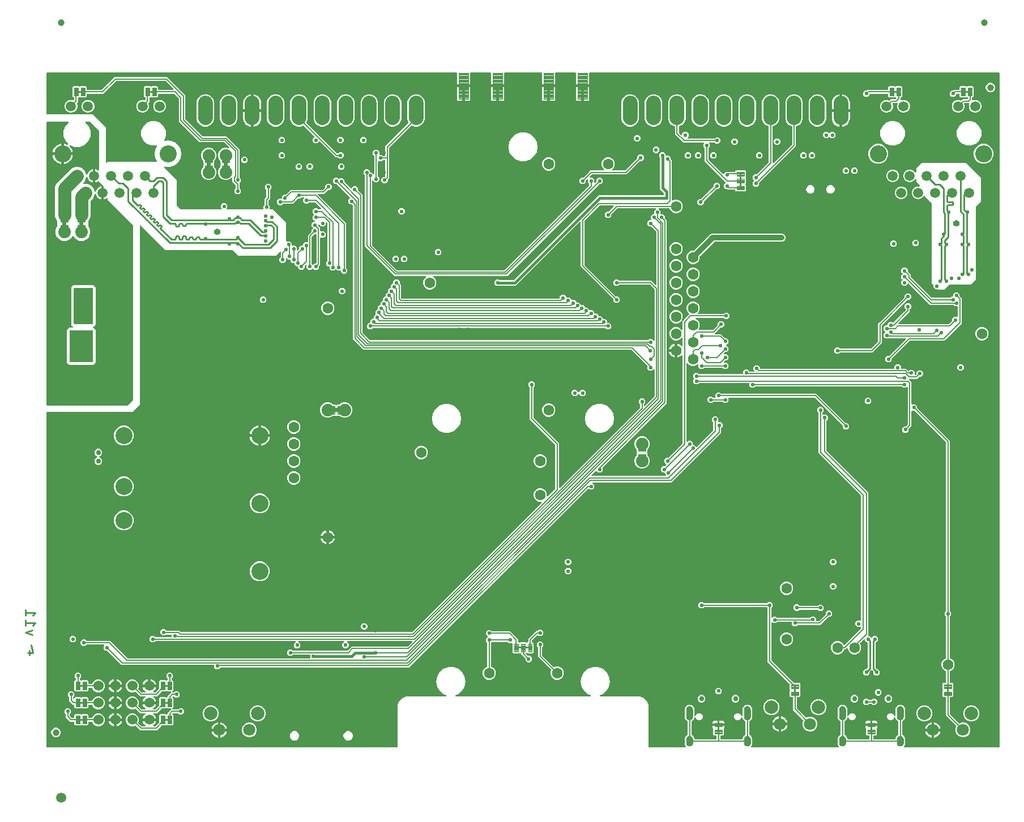
<source format=gbl>
G04 EAGLE Gerber RS-274X export*
G75*
%MOMM*%
%FSLAX34Y34*%
%LPD*%
%INBottom Copper*%
%IPPOS*%
%AMOC8*
5,1,8,0,0,1.08239X$1,22.5*%
G01*
%ADD10C,0.279400*%
%ADD11C,1.000000*%
%ADD12C,0.654000*%
%ADD13C,0.099059*%
%ADD14C,1.600000*%
%ADD15C,0.105000*%
%ADD16C,2.550000*%
%ADD17C,1.500000*%
%ADD18C,0.101600*%
%ADD19C,1.879600*%
%ADD20C,1.800000*%
%ADD21C,2.000000*%
%ADD22C,2.200000*%
%ADD23C,2.540000*%
%ADD24C,1.524000*%
%ADD25C,0.554000*%
%ADD26C,0.152400*%
%ADD27C,0.812800*%
%ADD28C,0.754000*%
%ADD29C,0.266700*%
%ADD30C,0.406400*%
%ADD31C,1.905000*%
%ADD32C,0.228600*%
%ADD33C,0.254000*%

G36*
X570669Y3057D02*
X570669Y3057D01*
X570727Y3055D01*
X570809Y3077D01*
X570893Y3089D01*
X570946Y3112D01*
X571002Y3127D01*
X571075Y3170D01*
X571152Y3205D01*
X571197Y3243D01*
X571247Y3272D01*
X571305Y3334D01*
X571369Y3388D01*
X571401Y3437D01*
X571441Y3480D01*
X571480Y3555D01*
X571527Y3625D01*
X571544Y3681D01*
X571571Y3733D01*
X571582Y3801D01*
X571612Y3896D01*
X571615Y3996D01*
X571626Y4064D01*
X571626Y66633D01*
X574024Y72421D01*
X578454Y76851D01*
X584242Y79249D01*
X643400Y79249D01*
X643507Y79264D01*
X643614Y79272D01*
X643647Y79284D01*
X643681Y79289D01*
X643780Y79333D01*
X643881Y79370D01*
X643909Y79391D01*
X643941Y79405D01*
X644023Y79475D01*
X644110Y79538D01*
X644131Y79566D01*
X644158Y79588D01*
X644217Y79678D01*
X644283Y79764D01*
X644296Y79796D01*
X644315Y79825D01*
X644348Y79928D01*
X644387Y80028D01*
X644391Y80063D01*
X644401Y80096D01*
X644404Y80204D01*
X644414Y80311D01*
X644408Y80346D01*
X644408Y80380D01*
X644381Y80485D01*
X644361Y80591D01*
X644345Y80622D01*
X644337Y80655D01*
X644282Y80748D01*
X644233Y80844D01*
X644209Y80870D01*
X644191Y80900D01*
X644113Y80974D01*
X644039Y81053D01*
X644012Y81068D01*
X643984Y81094D01*
X643793Y81192D01*
X643747Y81218D01*
X639913Y82613D01*
X634080Y87508D01*
X630273Y94102D01*
X628951Y101600D01*
X630273Y109098D01*
X634080Y115692D01*
X639913Y120587D01*
X647068Y123191D01*
X654682Y123191D01*
X661837Y120587D01*
X667670Y115692D01*
X671477Y109098D01*
X672799Y101600D01*
X671477Y94102D01*
X667670Y87508D01*
X661837Y82613D01*
X658003Y81218D01*
X657908Y81167D01*
X657809Y81123D01*
X657783Y81101D01*
X657752Y81084D01*
X657675Y81009D01*
X657592Y80939D01*
X657573Y80911D01*
X657548Y80886D01*
X657494Y80793D01*
X657435Y80703D01*
X657424Y80670D01*
X657407Y80640D01*
X657381Y80535D01*
X657349Y80432D01*
X657348Y80397D01*
X657340Y80363D01*
X657344Y80256D01*
X657342Y80148D01*
X657350Y80114D01*
X657352Y80079D01*
X657386Y79977D01*
X657413Y79873D01*
X657431Y79843D01*
X657442Y79810D01*
X657504Y79721D01*
X657559Y79628D01*
X657584Y79604D01*
X657604Y79576D01*
X657687Y79508D01*
X657766Y79434D01*
X657797Y79418D01*
X657824Y79396D01*
X657923Y79353D01*
X658019Y79304D01*
X658050Y79299D01*
X658085Y79284D01*
X658298Y79258D01*
X658350Y79249D01*
X859300Y79249D01*
X859407Y79264D01*
X859514Y79272D01*
X859547Y79284D01*
X859581Y79289D01*
X859680Y79333D01*
X859781Y79370D01*
X859809Y79391D01*
X859841Y79405D01*
X859923Y79474D01*
X860010Y79538D01*
X860031Y79566D01*
X860058Y79588D01*
X860117Y79678D01*
X860183Y79764D01*
X860196Y79796D01*
X860215Y79825D01*
X860248Y79928D01*
X860287Y80028D01*
X860291Y80063D01*
X860301Y80096D01*
X860304Y80204D01*
X860314Y80311D01*
X860308Y80346D01*
X860308Y80380D01*
X860281Y80485D01*
X860261Y80591D01*
X860245Y80622D01*
X860237Y80655D01*
X860181Y80748D01*
X860133Y80844D01*
X860109Y80870D01*
X860091Y80900D01*
X860013Y80974D01*
X859939Y81053D01*
X859912Y81068D01*
X859884Y81094D01*
X859693Y81192D01*
X859647Y81218D01*
X855813Y82613D01*
X849980Y87508D01*
X846173Y94102D01*
X844851Y101600D01*
X846173Y109098D01*
X849980Y115692D01*
X855813Y120587D01*
X862968Y123191D01*
X870582Y123191D01*
X877737Y120587D01*
X883570Y115692D01*
X887377Y109098D01*
X888699Y101600D01*
X887377Y94102D01*
X883570Y87508D01*
X877737Y82613D01*
X873903Y81218D01*
X873808Y81167D01*
X873709Y81123D01*
X873683Y81101D01*
X873652Y81084D01*
X873575Y81009D01*
X873492Y80939D01*
X873473Y80911D01*
X873448Y80886D01*
X873394Y80793D01*
X873335Y80703D01*
X873324Y80670D01*
X873307Y80640D01*
X873281Y80535D01*
X873249Y80432D01*
X873248Y80397D01*
X873240Y80363D01*
X873244Y80256D01*
X873242Y80148D01*
X873250Y80114D01*
X873252Y80079D01*
X873286Y79977D01*
X873313Y79873D01*
X873331Y79843D01*
X873342Y79810D01*
X873404Y79721D01*
X873459Y79628D01*
X873484Y79604D01*
X873504Y79576D01*
X873587Y79507D01*
X873666Y79434D01*
X873697Y79418D01*
X873724Y79396D01*
X873823Y79353D01*
X873919Y79304D01*
X873950Y79299D01*
X873985Y79284D01*
X874198Y79258D01*
X874250Y79249D01*
X933408Y79249D01*
X939196Y76851D01*
X943626Y72421D01*
X946024Y66633D01*
X946024Y4064D01*
X946032Y4006D01*
X946030Y3948D01*
X946052Y3866D01*
X946064Y3782D01*
X946087Y3729D01*
X946102Y3673D01*
X946145Y3600D01*
X946180Y3523D01*
X946218Y3478D01*
X946247Y3428D01*
X946309Y3370D01*
X946363Y3306D01*
X946412Y3274D01*
X946455Y3234D01*
X946530Y3195D01*
X946600Y3148D01*
X946656Y3131D01*
X946708Y3104D01*
X946776Y3093D01*
X946871Y3063D01*
X946971Y3060D01*
X947039Y3049D01*
X1001665Y3049D01*
X1001723Y3057D01*
X1001781Y3055D01*
X1001863Y3077D01*
X1001947Y3089D01*
X1002000Y3112D01*
X1002056Y3127D01*
X1002129Y3170D01*
X1002206Y3205D01*
X1002251Y3242D01*
X1002300Y3272D01*
X1002359Y3334D01*
X1002423Y3388D01*
X1002455Y3437D01*
X1002495Y3479D01*
X1002534Y3554D01*
X1002581Y3625D01*
X1002598Y3680D01*
X1002625Y3732D01*
X1002641Y3815D01*
X1002667Y3896D01*
X1002668Y3954D01*
X1002679Y4011D01*
X1002672Y4096D01*
X1002674Y4180D01*
X1002659Y4236D01*
X1002654Y4294D01*
X1002627Y4358D01*
X1002602Y4455D01*
X1002551Y4541D01*
X1002525Y4604D01*
X1002258Y5029D01*
X1002162Y5143D01*
X1002116Y5207D01*
X1001621Y5702D01*
X1001390Y6363D01*
X1001326Y6486D01*
X1001321Y6496D01*
X1001291Y6568D01*
X1000918Y7161D01*
X1000840Y7857D01*
X1000803Y8002D01*
X1000789Y8079D01*
X1000612Y8585D01*
X1000618Y8621D01*
X1000648Y8715D01*
X1000651Y8816D01*
X1000662Y8884D01*
X1000662Y9376D01*
X1000653Y9440D01*
X1000656Y9490D01*
X1000573Y10225D01*
X1000585Y10246D01*
X1000593Y10276D01*
X1000607Y10303D01*
X1000620Y10380D01*
X1000656Y10521D01*
X1000654Y10585D01*
X1000662Y10634D01*
X1000662Y14466D01*
X1000658Y14496D01*
X1000660Y14527D01*
X1000638Y14637D01*
X1000622Y14747D01*
X1000610Y14775D01*
X1000604Y14805D01*
X1000572Y14863D01*
X1000656Y15610D01*
X1000654Y15675D01*
X1000662Y15724D01*
X1000662Y16216D01*
X1000654Y16275D01*
X1000655Y16334D01*
X1000636Y16400D01*
X1000622Y16497D01*
X1000613Y16518D01*
X1000789Y17021D01*
X1000818Y17167D01*
X1000840Y17243D01*
X1000918Y17939D01*
X1001291Y18532D01*
X1001352Y18668D01*
X1001390Y18737D01*
X1001621Y19398D01*
X1002116Y19893D01*
X1002206Y20013D01*
X1002258Y20071D01*
X1002631Y20664D01*
X1003224Y21037D01*
X1003338Y21133D01*
X1003402Y21179D01*
X1003897Y21674D01*
X1004270Y21805D01*
X1004297Y21819D01*
X1004326Y21826D01*
X1004423Y21884D01*
X1004523Y21935D01*
X1004545Y21956D01*
X1004571Y21971D01*
X1004648Y22054D01*
X1004729Y22131D01*
X1004745Y22157D01*
X1004765Y22179D01*
X1004817Y22279D01*
X1004874Y22376D01*
X1004881Y22405D01*
X1004895Y22432D01*
X1004908Y22509D01*
X1004944Y22651D01*
X1004942Y22715D01*
X1004950Y22763D01*
X1004950Y41637D01*
X1004946Y41667D01*
X1004948Y41697D01*
X1004943Y41724D01*
X1004944Y41745D01*
X1004925Y41816D01*
X1004910Y41919D01*
X1004898Y41946D01*
X1004892Y41976D01*
X1004874Y42010D01*
X1004872Y42020D01*
X1004851Y42054D01*
X1004840Y42076D01*
X1004794Y42178D01*
X1004775Y42201D01*
X1004761Y42228D01*
X1004727Y42263D01*
X1004727Y42264D01*
X1004723Y42267D01*
X1004683Y42309D01*
X1004611Y42395D01*
X1004585Y42412D01*
X1004564Y42434D01*
X1004519Y42458D01*
X1004519Y42459D01*
X1004517Y42460D01*
X1004496Y42471D01*
X1004374Y42553D01*
X1004313Y42572D01*
X1004270Y42595D01*
X1003897Y42726D01*
X1003402Y43221D01*
X1003282Y43311D01*
X1003224Y43363D01*
X1002631Y43736D01*
X1002258Y44329D01*
X1002162Y44443D01*
X1002116Y44507D01*
X1001621Y45002D01*
X1001390Y45663D01*
X1001321Y45796D01*
X1001291Y45868D01*
X1000918Y46461D01*
X1000840Y47157D01*
X1000803Y47302D01*
X1000789Y47379D01*
X1000612Y47885D01*
X1000618Y47921D01*
X1000648Y48015D01*
X1000651Y48116D01*
X1000662Y48184D01*
X1000662Y48676D01*
X1000653Y48740D01*
X1000656Y48790D01*
X1000573Y49525D01*
X1000585Y49546D01*
X1000593Y49576D01*
X1000607Y49603D01*
X1000620Y49680D01*
X1000656Y49821D01*
X1000654Y49885D01*
X1000662Y49934D01*
X1000662Y58766D01*
X1000658Y58796D01*
X1000660Y58827D01*
X1000638Y58937D01*
X1000622Y59047D01*
X1000610Y59075D01*
X1000604Y59106D01*
X1000572Y59163D01*
X1000656Y59910D01*
X1000654Y59975D01*
X1000662Y60024D01*
X1000662Y60516D01*
X1000654Y60575D01*
X1000655Y60634D01*
X1000636Y60700D01*
X1000622Y60797D01*
X1000613Y60818D01*
X1000789Y61321D01*
X1000818Y61467D01*
X1000840Y61543D01*
X1000918Y62239D01*
X1001291Y62832D01*
X1001352Y62968D01*
X1001390Y63037D01*
X1001621Y63698D01*
X1002116Y64193D01*
X1002206Y64312D01*
X1002258Y64371D01*
X1002631Y64964D01*
X1003224Y65337D01*
X1003338Y65433D01*
X1003402Y65479D01*
X1003897Y65974D01*
X1004558Y66205D01*
X1004691Y66274D01*
X1004763Y66304D01*
X1005356Y66677D01*
X1006052Y66755D01*
X1006197Y66792D01*
X1006274Y66806D01*
X1006935Y67037D01*
X1007631Y66959D01*
X1007781Y66963D01*
X1007859Y66959D01*
X1008555Y67037D01*
X1009216Y66806D01*
X1009362Y66777D01*
X1009438Y66755D01*
X1010134Y66677D01*
X1010727Y66304D01*
X1010863Y66243D01*
X1010932Y66205D01*
X1011593Y65974D01*
X1012088Y65479D01*
X1012207Y65389D01*
X1012266Y65337D01*
X1012859Y64964D01*
X1013232Y64371D01*
X1013328Y64257D01*
X1013374Y64193D01*
X1013869Y63698D01*
X1014100Y63037D01*
X1014169Y62904D01*
X1014199Y62832D01*
X1014572Y62239D01*
X1014650Y61543D01*
X1014687Y61398D01*
X1014701Y61321D01*
X1014878Y60815D01*
X1014872Y60779D01*
X1014842Y60685D01*
X1014839Y60584D01*
X1014828Y60516D01*
X1014828Y60024D01*
X1014837Y59960D01*
X1014834Y59910D01*
X1014917Y59175D01*
X1014905Y59154D01*
X1014897Y59124D01*
X1014883Y59097D01*
X1014870Y59020D01*
X1014834Y58879D01*
X1014836Y58815D01*
X1014828Y58766D01*
X1014828Y50583D01*
X1014840Y50498D01*
X1014842Y50412D01*
X1014860Y50357D01*
X1014868Y50301D01*
X1014903Y50223D01*
X1014929Y50141D01*
X1014961Y50094D01*
X1014984Y50042D01*
X1015039Y49976D01*
X1015087Y49905D01*
X1015131Y49868D01*
X1015167Y49825D01*
X1015239Y49777D01*
X1015305Y49722D01*
X1015357Y49699D01*
X1015404Y49667D01*
X1015486Y49641D01*
X1015565Y49606D01*
X1015621Y49599D01*
X1015675Y49581D01*
X1015761Y49579D01*
X1015846Y49567D01*
X1015902Y49576D01*
X1015959Y49574D01*
X1016042Y49596D01*
X1016128Y49608D01*
X1016179Y49632D01*
X1016234Y49646D01*
X1016308Y49690D01*
X1016387Y49725D01*
X1016430Y49762D01*
X1016479Y49791D01*
X1016538Y49854D01*
X1016603Y49909D01*
X1016629Y49951D01*
X1016673Y49998D01*
X1016739Y50128D01*
X1016781Y50194D01*
X1017547Y52042D01*
X1019033Y53528D01*
X1020974Y54333D01*
X1023076Y54333D01*
X1025017Y53528D01*
X1026503Y52042D01*
X1027308Y50101D01*
X1027308Y47999D01*
X1026503Y46058D01*
X1025017Y44572D01*
X1023076Y43767D01*
X1020974Y43767D01*
X1019033Y44572D01*
X1017547Y46058D01*
X1016771Y47930D01*
X1016742Y47979D01*
X1016721Y48033D01*
X1016670Y48101D01*
X1016627Y48175D01*
X1016585Y48214D01*
X1016550Y48260D01*
X1016482Y48311D01*
X1016420Y48370D01*
X1016368Y48396D01*
X1016322Y48431D01*
X1016243Y48461D01*
X1016167Y48500D01*
X1016110Y48511D01*
X1016056Y48532D01*
X1015972Y48538D01*
X1015888Y48555D01*
X1015831Y48550D01*
X1015773Y48555D01*
X1015690Y48538D01*
X1015605Y48530D01*
X1015551Y48510D01*
X1015494Y48498D01*
X1015419Y48459D01*
X1015340Y48428D01*
X1015294Y48394D01*
X1015242Y48367D01*
X1015181Y48308D01*
X1015113Y48257D01*
X1015078Y48211D01*
X1015037Y48171D01*
X1015003Y48110D01*
X1014943Y48029D01*
X1014908Y47937D01*
X1014875Y47877D01*
X1014701Y47379D01*
X1014672Y47233D01*
X1014650Y47157D01*
X1014572Y46461D01*
X1014199Y45868D01*
X1014138Y45732D01*
X1014100Y45663D01*
X1013869Y45002D01*
X1013374Y44507D01*
X1013284Y44388D01*
X1013232Y44329D01*
X1012859Y43736D01*
X1012488Y43503D01*
X1012266Y43363D01*
X1012152Y43267D01*
X1012088Y43221D01*
X1011593Y42726D01*
X1011220Y42595D01*
X1011193Y42581D01*
X1011164Y42574D01*
X1011067Y42516D01*
X1010967Y42465D01*
X1010945Y42444D01*
X1010919Y42429D01*
X1010842Y42347D01*
X1010761Y42269D01*
X1010745Y42243D01*
X1010725Y42221D01*
X1010673Y42121D01*
X1010658Y42095D01*
X1010639Y42067D01*
X1010637Y42059D01*
X1010617Y42024D01*
X1010609Y41995D01*
X1010595Y41968D01*
X1010582Y41891D01*
X1010576Y41868D01*
X1010554Y41796D01*
X1010553Y41777D01*
X1010546Y41749D01*
X1010548Y41685D01*
X1010540Y41637D01*
X1010540Y22763D01*
X1010544Y22733D01*
X1010542Y22703D01*
X1010564Y22593D01*
X1010580Y22481D01*
X1010592Y22454D01*
X1010598Y22424D01*
X1010650Y22324D01*
X1010696Y22222D01*
X1010715Y22199D01*
X1010729Y22172D01*
X1010807Y22091D01*
X1010879Y22005D01*
X1010905Y21988D01*
X1010926Y21966D01*
X1010994Y21929D01*
X1011116Y21847D01*
X1011177Y21828D01*
X1011220Y21805D01*
X1011593Y21674D01*
X1012088Y21179D01*
X1012207Y21089D01*
X1012266Y21037D01*
X1012859Y20664D01*
X1013232Y20071D01*
X1013328Y19957D01*
X1013374Y19893D01*
X1013869Y19398D01*
X1014100Y18737D01*
X1014169Y18604D01*
X1014199Y18532D01*
X1014572Y17939D01*
X1014650Y17243D01*
X1014687Y17098D01*
X1014701Y17021D01*
X1014883Y16499D01*
X1014884Y16497D01*
X1014885Y16495D01*
X1014909Y16427D01*
X1014907Y16377D01*
X1014904Y16246D01*
X1014904Y16245D01*
X1014904Y16244D01*
X1014942Y16098D01*
X1014975Y15970D01*
X1014976Y15969D01*
X1015045Y15852D01*
X1015120Y15726D01*
X1015120Y15725D01*
X1015121Y15724D01*
X1015229Y15623D01*
X1015327Y15531D01*
X1015327Y15530D01*
X1015328Y15530D01*
X1015454Y15465D01*
X1015579Y15401D01*
X1015580Y15401D01*
X1015581Y15400D01*
X1015591Y15399D01*
X1015858Y15346D01*
X1015888Y15349D01*
X1015912Y15345D01*
X1047115Y15345D01*
X1047173Y15353D01*
X1047231Y15351D01*
X1047313Y15373D01*
X1047397Y15385D01*
X1047450Y15408D01*
X1047506Y15423D01*
X1047579Y15466D01*
X1047656Y15501D01*
X1047701Y15539D01*
X1047751Y15568D01*
X1047809Y15630D01*
X1047873Y15684D01*
X1047905Y15733D01*
X1047945Y15776D01*
X1047984Y15851D01*
X1048031Y15921D01*
X1048048Y15977D01*
X1048075Y16029D01*
X1048086Y16097D01*
X1048116Y16192D01*
X1048119Y16292D01*
X1048130Y16360D01*
X1048130Y20193D01*
X1048122Y20251D01*
X1048124Y20309D01*
X1048102Y20391D01*
X1048090Y20475D01*
X1048067Y20528D01*
X1048052Y20584D01*
X1048009Y20657D01*
X1047974Y20734D01*
X1047936Y20779D01*
X1047907Y20829D01*
X1047845Y20887D01*
X1047791Y20951D01*
X1047742Y20983D01*
X1047699Y21023D01*
X1047624Y21062D01*
X1047554Y21109D01*
X1047498Y21126D01*
X1047446Y21153D01*
X1047378Y21164D01*
X1047283Y21194D01*
X1047183Y21197D01*
X1047115Y21208D01*
X1044023Y21208D01*
X1042542Y22689D01*
X1042542Y30397D01*
X1042818Y30673D01*
X1042853Y30720D01*
X1042896Y30760D01*
X1042939Y30833D01*
X1042989Y30900D01*
X1043010Y30955D01*
X1043040Y31005D01*
X1043060Y31087D01*
X1043090Y31166D01*
X1043095Y31224D01*
X1043110Y31281D01*
X1043107Y31365D01*
X1043114Y31449D01*
X1043102Y31506D01*
X1043101Y31565D01*
X1043075Y31645D01*
X1043058Y31728D01*
X1043031Y31780D01*
X1043013Y31835D01*
X1042973Y31892D01*
X1042927Y31980D01*
X1042858Y32052D01*
X1042818Y32109D01*
X1042641Y32286D01*
X1042241Y32978D01*
X1042034Y33751D01*
X1042034Y35307D01*
X1049592Y35307D01*
X1049592Y24765D01*
X1049604Y24746D01*
X1049608Y24724D01*
X1049623Y24717D01*
X1049629Y24708D01*
X1049639Y24709D01*
X1049655Y24702D01*
X1052195Y24702D01*
X1052214Y24714D01*
X1052236Y24718D01*
X1052243Y24733D01*
X1052252Y24739D01*
X1052251Y24749D01*
X1052258Y24765D01*
X1052258Y35307D01*
X1059816Y35307D01*
X1059816Y33751D01*
X1059609Y32978D01*
X1059209Y32286D01*
X1059032Y32109D01*
X1058997Y32062D01*
X1058954Y32022D01*
X1058911Y31949D01*
X1058861Y31882D01*
X1058840Y31827D01*
X1058810Y31776D01*
X1058790Y31695D01*
X1058760Y31616D01*
X1058755Y31558D01*
X1058740Y31501D01*
X1058743Y31417D01*
X1058736Y31333D01*
X1058748Y31275D01*
X1058749Y31217D01*
X1058775Y31136D01*
X1058792Y31054D01*
X1058819Y31002D01*
X1058837Y30946D01*
X1058877Y30890D01*
X1058923Y30801D01*
X1058992Y30729D01*
X1059032Y30673D01*
X1059308Y30397D01*
X1059308Y22689D01*
X1057827Y21208D01*
X1054735Y21208D01*
X1054677Y21200D01*
X1054619Y21202D01*
X1054537Y21180D01*
X1054453Y21168D01*
X1054400Y21145D01*
X1054344Y21130D01*
X1054271Y21087D01*
X1054194Y21052D01*
X1054149Y21014D01*
X1054099Y20985D01*
X1054041Y20923D01*
X1053977Y20869D01*
X1053945Y20820D01*
X1053905Y20777D01*
X1053866Y20702D01*
X1053819Y20632D01*
X1053802Y20576D01*
X1053775Y20524D01*
X1053764Y20456D01*
X1053734Y20361D01*
X1053731Y20261D01*
X1053720Y20193D01*
X1053720Y16360D01*
X1053728Y16302D01*
X1053726Y16244D01*
X1053748Y16162D01*
X1053760Y16078D01*
X1053783Y16025D01*
X1053798Y15969D01*
X1053841Y15896D01*
X1053876Y15819D01*
X1053914Y15774D01*
X1053943Y15724D01*
X1054005Y15666D01*
X1054059Y15602D01*
X1054108Y15570D01*
X1054151Y15530D01*
X1054226Y15491D01*
X1054296Y15444D01*
X1054352Y15427D01*
X1054404Y15400D01*
X1054472Y15389D01*
X1054567Y15359D01*
X1054667Y15356D01*
X1054735Y15345D01*
X1085938Y15345D01*
X1085939Y15345D01*
X1085940Y15345D01*
X1086080Y15365D01*
X1086219Y15385D01*
X1086220Y15385D01*
X1086221Y15385D01*
X1086347Y15442D01*
X1086479Y15501D01*
X1086479Y15502D01*
X1086480Y15502D01*
X1086588Y15594D01*
X1086696Y15684D01*
X1086696Y15685D01*
X1086697Y15686D01*
X1086777Y15807D01*
X1086853Y15921D01*
X1086853Y15922D01*
X1086854Y15923D01*
X1086897Y16061D01*
X1086939Y16192D01*
X1086939Y16193D01*
X1086939Y16194D01*
X1086943Y16334D01*
X1086945Y16438D01*
X1086965Y16495D01*
X1086966Y16498D01*
X1086967Y16499D01*
X1087149Y17021D01*
X1087178Y17167D01*
X1087200Y17243D01*
X1087278Y17939D01*
X1087651Y18532D01*
X1087712Y18668D01*
X1087750Y18737D01*
X1087981Y19398D01*
X1088476Y19893D01*
X1088566Y20012D01*
X1088618Y20071D01*
X1088991Y20664D01*
X1089584Y21037D01*
X1089698Y21133D01*
X1089762Y21179D01*
X1090257Y21674D01*
X1090630Y21805D01*
X1090657Y21819D01*
X1090686Y21826D01*
X1090783Y21884D01*
X1090883Y21935D01*
X1090905Y21956D01*
X1090931Y21971D01*
X1091008Y22054D01*
X1091089Y22131D01*
X1091105Y22157D01*
X1091125Y22179D01*
X1091177Y22279D01*
X1091234Y22376D01*
X1091241Y22405D01*
X1091255Y22432D01*
X1091268Y22509D01*
X1091304Y22651D01*
X1091302Y22715D01*
X1091310Y22763D01*
X1091310Y41637D01*
X1091306Y41667D01*
X1091308Y41697D01*
X1091303Y41724D01*
X1091304Y41745D01*
X1091285Y41816D01*
X1091270Y41919D01*
X1091258Y41946D01*
X1091252Y41976D01*
X1091234Y42010D01*
X1091232Y42020D01*
X1091211Y42054D01*
X1091200Y42076D01*
X1091154Y42178D01*
X1091135Y42201D01*
X1091121Y42228D01*
X1091087Y42263D01*
X1091087Y42264D01*
X1091083Y42267D01*
X1091043Y42309D01*
X1090971Y42395D01*
X1090945Y42412D01*
X1090924Y42434D01*
X1090879Y42458D01*
X1090879Y42459D01*
X1090878Y42459D01*
X1090856Y42471D01*
X1090734Y42553D01*
X1090673Y42572D01*
X1090630Y42595D01*
X1090257Y42726D01*
X1089762Y43221D01*
X1089642Y43311D01*
X1089584Y43363D01*
X1088991Y43736D01*
X1088618Y44329D01*
X1088522Y44443D01*
X1088476Y44507D01*
X1087981Y45002D01*
X1087750Y45663D01*
X1087681Y45796D01*
X1087651Y45868D01*
X1087278Y46461D01*
X1087200Y47157D01*
X1087163Y47302D01*
X1087149Y47379D01*
X1086975Y47876D01*
X1086949Y47928D01*
X1086931Y47983D01*
X1086884Y48054D01*
X1086845Y48129D01*
X1086805Y48171D01*
X1086773Y48219D01*
X1086708Y48274D01*
X1086649Y48335D01*
X1086599Y48365D01*
X1086555Y48402D01*
X1086477Y48437D01*
X1086404Y48480D01*
X1086348Y48494D01*
X1086295Y48517D01*
X1086211Y48529D01*
X1086129Y48550D01*
X1086071Y48548D01*
X1086014Y48556D01*
X1085930Y48544D01*
X1085845Y48542D01*
X1085790Y48524D01*
X1085732Y48516D01*
X1085655Y48481D01*
X1085574Y48455D01*
X1085526Y48422D01*
X1085473Y48399D01*
X1085409Y48344D01*
X1085338Y48296D01*
X1085301Y48252D01*
X1085257Y48214D01*
X1085220Y48155D01*
X1085155Y48078D01*
X1085115Y47988D01*
X1085079Y47930D01*
X1084303Y46058D01*
X1082817Y44572D01*
X1080876Y43767D01*
X1078774Y43767D01*
X1076833Y44572D01*
X1075347Y46058D01*
X1074542Y47999D01*
X1074542Y50101D01*
X1075347Y52042D01*
X1076833Y53528D01*
X1078774Y54333D01*
X1080876Y54333D01*
X1082817Y53528D01*
X1084303Y52042D01*
X1085069Y50194D01*
X1085113Y50120D01*
X1085148Y50042D01*
X1085185Y49998D01*
X1085214Y49949D01*
X1085276Y49890D01*
X1085332Y49825D01*
X1085379Y49793D01*
X1085420Y49754D01*
X1085497Y49715D01*
X1085568Y49667D01*
X1085622Y49650D01*
X1085673Y49624D01*
X1085757Y49607D01*
X1085839Y49581D01*
X1085896Y49580D01*
X1085952Y49569D01*
X1086037Y49576D01*
X1086123Y49574D01*
X1086178Y49588D01*
X1086235Y49593D01*
X1086315Y49624D01*
X1086398Y49646D01*
X1086447Y49675D01*
X1086500Y49695D01*
X1086569Y49747D01*
X1086643Y49791D01*
X1086682Y49833D01*
X1086727Y49867D01*
X1086778Y49936D01*
X1086837Y49998D01*
X1086863Y50049D01*
X1086897Y50095D01*
X1086928Y50175D01*
X1086967Y50252D01*
X1086975Y50300D01*
X1086998Y50361D01*
X1087009Y50505D01*
X1087022Y50583D01*
X1087022Y58766D01*
X1087018Y58796D01*
X1087020Y58827D01*
X1086998Y58937D01*
X1086982Y59047D01*
X1086970Y59075D01*
X1086964Y59106D01*
X1086932Y59163D01*
X1087016Y59910D01*
X1087014Y59975D01*
X1087022Y60024D01*
X1087022Y60516D01*
X1087014Y60575D01*
X1087015Y60634D01*
X1086996Y60700D01*
X1086982Y60797D01*
X1086973Y60818D01*
X1087149Y61321D01*
X1087178Y61467D01*
X1087200Y61543D01*
X1087278Y62239D01*
X1087651Y62832D01*
X1087712Y62968D01*
X1087750Y63037D01*
X1087981Y63698D01*
X1088476Y64193D01*
X1088566Y64312D01*
X1088618Y64371D01*
X1088991Y64964D01*
X1089584Y65337D01*
X1089698Y65433D01*
X1089762Y65479D01*
X1090257Y65974D01*
X1090918Y66205D01*
X1091051Y66274D01*
X1091123Y66304D01*
X1091716Y66677D01*
X1092412Y66755D01*
X1092557Y66792D01*
X1092634Y66806D01*
X1093295Y67037D01*
X1093991Y66959D01*
X1094141Y66963D01*
X1094219Y66959D01*
X1094915Y67037D01*
X1095576Y66806D01*
X1095722Y66777D01*
X1095798Y66755D01*
X1096494Y66677D01*
X1097087Y66304D01*
X1097223Y66243D01*
X1097292Y66205D01*
X1097953Y65974D01*
X1098448Y65479D01*
X1098567Y65389D01*
X1098626Y65337D01*
X1099219Y64964D01*
X1099592Y64371D01*
X1099688Y64257D01*
X1099734Y64193D01*
X1100229Y63698D01*
X1100460Y63037D01*
X1100529Y62904D01*
X1100559Y62832D01*
X1100932Y62239D01*
X1101010Y61543D01*
X1101047Y61398D01*
X1101061Y61321D01*
X1101238Y60815D01*
X1101232Y60779D01*
X1101202Y60685D01*
X1101199Y60584D01*
X1101188Y60516D01*
X1101188Y60024D01*
X1101197Y59960D01*
X1101194Y59910D01*
X1101277Y59175D01*
X1101265Y59154D01*
X1101257Y59124D01*
X1101243Y59097D01*
X1101230Y59020D01*
X1101194Y58879D01*
X1101196Y58815D01*
X1101188Y58766D01*
X1101188Y49934D01*
X1101192Y49904D01*
X1101190Y49873D01*
X1101212Y49763D01*
X1101228Y49653D01*
X1101240Y49625D01*
X1101246Y49594D01*
X1101278Y49537D01*
X1101194Y48790D01*
X1101196Y48725D01*
X1101188Y48676D01*
X1101188Y48184D01*
X1101196Y48125D01*
X1101195Y48066D01*
X1101214Y48000D01*
X1101228Y47903D01*
X1101237Y47882D01*
X1101061Y47379D01*
X1101032Y47233D01*
X1101010Y47157D01*
X1100932Y46461D01*
X1100559Y45868D01*
X1100498Y45732D01*
X1100460Y45663D01*
X1100229Y45002D01*
X1099734Y44507D01*
X1099644Y44388D01*
X1099592Y44329D01*
X1099219Y43736D01*
X1098848Y43503D01*
X1098626Y43363D01*
X1098512Y43267D01*
X1098448Y43221D01*
X1097953Y42726D01*
X1097580Y42595D01*
X1097553Y42581D01*
X1097524Y42574D01*
X1097427Y42516D01*
X1097327Y42465D01*
X1097305Y42444D01*
X1097279Y42429D01*
X1097202Y42347D01*
X1097121Y42269D01*
X1097105Y42243D01*
X1097085Y42221D01*
X1097033Y42121D01*
X1097018Y42095D01*
X1096999Y42067D01*
X1096997Y42059D01*
X1096977Y42024D01*
X1096969Y41995D01*
X1096955Y41968D01*
X1096942Y41891D01*
X1096936Y41867D01*
X1096914Y41796D01*
X1096913Y41778D01*
X1096906Y41749D01*
X1096908Y41685D01*
X1096900Y41637D01*
X1096900Y22763D01*
X1096904Y22733D01*
X1096902Y22703D01*
X1096924Y22593D01*
X1096940Y22481D01*
X1096952Y22454D01*
X1096958Y22424D01*
X1097010Y22324D01*
X1097056Y22222D01*
X1097075Y22199D01*
X1097089Y22172D01*
X1097167Y22091D01*
X1097239Y22005D01*
X1097265Y21988D01*
X1097286Y21966D01*
X1097354Y21929D01*
X1097476Y21847D01*
X1097537Y21828D01*
X1097580Y21805D01*
X1097953Y21674D01*
X1098448Y21179D01*
X1098567Y21089D01*
X1098626Y21037D01*
X1099219Y20664D01*
X1099592Y20071D01*
X1099688Y19957D01*
X1099734Y19893D01*
X1100229Y19398D01*
X1100460Y18737D01*
X1100529Y18604D01*
X1100559Y18532D01*
X1100932Y17939D01*
X1101010Y17243D01*
X1101047Y17098D01*
X1101061Y17021D01*
X1101238Y16515D01*
X1101232Y16479D01*
X1101202Y16385D01*
X1101199Y16284D01*
X1101188Y16216D01*
X1101188Y15724D01*
X1101197Y15660D01*
X1101194Y15610D01*
X1101277Y14875D01*
X1101265Y14854D01*
X1101257Y14824D01*
X1101243Y14797D01*
X1101230Y14720D01*
X1101194Y14579D01*
X1101196Y14515D01*
X1101188Y14466D01*
X1101188Y10634D01*
X1101192Y10604D01*
X1101190Y10573D01*
X1101212Y10463D01*
X1101228Y10353D01*
X1101240Y10325D01*
X1101246Y10294D01*
X1101278Y10237D01*
X1101194Y9490D01*
X1101196Y9425D01*
X1101188Y9376D01*
X1101188Y8884D01*
X1101196Y8825D01*
X1101195Y8766D01*
X1101214Y8700D01*
X1101228Y8603D01*
X1101237Y8582D01*
X1101061Y8079D01*
X1101032Y7933D01*
X1101010Y7857D01*
X1100932Y7161D01*
X1100559Y6568D01*
X1100498Y6432D01*
X1100460Y6363D01*
X1100229Y5702D01*
X1099734Y5207D01*
X1099644Y5088D01*
X1099592Y5029D01*
X1099325Y4604D01*
X1099301Y4551D01*
X1099269Y4503D01*
X1099244Y4422D01*
X1099209Y4345D01*
X1099201Y4287D01*
X1099183Y4232D01*
X1099181Y4147D01*
X1099169Y4063D01*
X1099178Y4006D01*
X1099176Y3948D01*
X1099198Y3866D01*
X1099209Y3782D01*
X1099233Y3729D01*
X1099248Y3673D01*
X1099291Y3600D01*
X1099326Y3522D01*
X1099364Y3478D01*
X1099393Y3428D01*
X1099455Y3370D01*
X1099510Y3305D01*
X1099558Y3273D01*
X1099600Y3234D01*
X1099676Y3195D01*
X1099747Y3148D01*
X1099802Y3131D01*
X1099854Y3104D01*
X1099922Y3093D01*
X1100018Y3063D01*
X1100117Y3060D01*
X1100185Y3049D01*
X1230265Y3049D01*
X1230323Y3057D01*
X1230381Y3055D01*
X1230463Y3077D01*
X1230547Y3089D01*
X1230600Y3112D01*
X1230656Y3127D01*
X1230729Y3170D01*
X1230806Y3205D01*
X1230851Y3242D01*
X1230900Y3272D01*
X1230959Y3334D01*
X1231023Y3388D01*
X1231055Y3437D01*
X1231095Y3479D01*
X1231134Y3554D01*
X1231181Y3625D01*
X1231198Y3680D01*
X1231225Y3732D01*
X1231241Y3815D01*
X1231267Y3896D01*
X1231268Y3954D01*
X1231279Y4011D01*
X1231272Y4096D01*
X1231274Y4180D01*
X1231259Y4236D01*
X1231254Y4294D01*
X1231227Y4358D01*
X1231202Y4455D01*
X1231151Y4541D01*
X1231125Y4604D01*
X1230858Y5029D01*
X1230762Y5143D01*
X1230716Y5207D01*
X1230221Y5702D01*
X1229990Y6363D01*
X1229926Y6486D01*
X1229921Y6496D01*
X1229891Y6568D01*
X1229518Y7161D01*
X1229440Y7857D01*
X1229403Y8002D01*
X1229389Y8079D01*
X1229212Y8585D01*
X1229218Y8621D01*
X1229248Y8715D01*
X1229251Y8816D01*
X1229262Y8884D01*
X1229262Y9376D01*
X1229253Y9440D01*
X1229256Y9490D01*
X1229173Y10225D01*
X1229185Y10246D01*
X1229193Y10276D01*
X1229207Y10303D01*
X1229220Y10380D01*
X1229256Y10521D01*
X1229254Y10585D01*
X1229262Y10634D01*
X1229262Y14466D01*
X1229258Y14496D01*
X1229260Y14527D01*
X1229238Y14637D01*
X1229222Y14747D01*
X1229210Y14775D01*
X1229204Y14805D01*
X1229172Y14863D01*
X1229256Y15610D01*
X1229254Y15675D01*
X1229262Y15724D01*
X1229262Y16216D01*
X1229254Y16275D01*
X1229255Y16334D01*
X1229236Y16400D01*
X1229222Y16497D01*
X1229213Y16518D01*
X1229389Y17021D01*
X1229418Y17167D01*
X1229440Y17243D01*
X1229518Y17939D01*
X1229891Y18532D01*
X1229952Y18668D01*
X1229990Y18737D01*
X1230221Y19398D01*
X1230716Y19893D01*
X1230806Y20013D01*
X1230858Y20071D01*
X1231231Y20664D01*
X1231824Y21037D01*
X1231938Y21133D01*
X1232002Y21179D01*
X1232497Y21674D01*
X1232870Y21805D01*
X1232897Y21819D01*
X1232926Y21826D01*
X1233023Y21884D01*
X1233123Y21935D01*
X1233145Y21956D01*
X1233171Y21971D01*
X1233248Y22054D01*
X1233329Y22131D01*
X1233345Y22157D01*
X1233365Y22179D01*
X1233417Y22279D01*
X1233474Y22376D01*
X1233481Y22405D01*
X1233495Y22432D01*
X1233508Y22509D01*
X1233544Y22651D01*
X1233542Y22715D01*
X1233550Y22763D01*
X1233550Y41637D01*
X1233546Y41667D01*
X1233548Y41697D01*
X1233543Y41724D01*
X1233544Y41745D01*
X1233525Y41816D01*
X1233510Y41919D01*
X1233498Y41946D01*
X1233492Y41976D01*
X1233474Y42010D01*
X1233472Y42020D01*
X1233451Y42054D01*
X1233440Y42076D01*
X1233394Y42178D01*
X1233375Y42201D01*
X1233361Y42228D01*
X1233327Y42263D01*
X1233327Y42264D01*
X1233323Y42267D01*
X1233283Y42309D01*
X1233211Y42395D01*
X1233185Y42412D01*
X1233164Y42434D01*
X1233119Y42458D01*
X1233119Y42459D01*
X1233117Y42460D01*
X1233096Y42471D01*
X1232974Y42553D01*
X1232913Y42572D01*
X1232870Y42595D01*
X1232497Y42726D01*
X1232002Y43221D01*
X1231882Y43311D01*
X1231824Y43363D01*
X1231231Y43736D01*
X1230858Y44329D01*
X1230762Y44443D01*
X1230716Y44507D01*
X1230221Y45002D01*
X1229990Y45663D01*
X1229921Y45796D01*
X1229891Y45868D01*
X1229518Y46461D01*
X1229440Y47157D01*
X1229403Y47302D01*
X1229389Y47379D01*
X1229212Y47885D01*
X1229218Y47921D01*
X1229248Y48015D01*
X1229251Y48116D01*
X1229262Y48184D01*
X1229262Y48676D01*
X1229253Y48740D01*
X1229256Y48790D01*
X1229173Y49525D01*
X1229185Y49546D01*
X1229193Y49576D01*
X1229207Y49603D01*
X1229220Y49680D01*
X1229256Y49821D01*
X1229254Y49885D01*
X1229262Y49934D01*
X1229262Y58766D01*
X1229258Y58796D01*
X1229260Y58827D01*
X1229238Y58937D01*
X1229222Y59047D01*
X1229210Y59075D01*
X1229204Y59106D01*
X1229172Y59163D01*
X1229256Y59910D01*
X1229254Y59975D01*
X1229262Y60024D01*
X1229262Y60516D01*
X1229254Y60575D01*
X1229255Y60634D01*
X1229236Y60700D01*
X1229222Y60797D01*
X1229213Y60818D01*
X1229389Y61321D01*
X1229418Y61467D01*
X1229440Y61543D01*
X1229518Y62239D01*
X1229891Y62832D01*
X1229952Y62968D01*
X1229990Y63037D01*
X1230221Y63698D01*
X1230716Y64193D01*
X1230806Y64312D01*
X1230858Y64371D01*
X1231231Y64964D01*
X1231824Y65337D01*
X1231938Y65433D01*
X1232002Y65479D01*
X1232497Y65974D01*
X1233158Y66205D01*
X1233291Y66274D01*
X1233363Y66304D01*
X1233956Y66677D01*
X1234652Y66755D01*
X1234797Y66792D01*
X1234874Y66806D01*
X1235535Y67037D01*
X1236231Y66959D01*
X1236381Y66963D01*
X1236459Y66959D01*
X1237155Y67037D01*
X1237816Y66806D01*
X1237962Y66777D01*
X1238038Y66755D01*
X1238734Y66677D01*
X1239327Y66304D01*
X1239463Y66243D01*
X1239532Y66205D01*
X1240193Y65974D01*
X1240688Y65479D01*
X1240807Y65389D01*
X1240866Y65337D01*
X1241459Y64964D01*
X1241832Y64371D01*
X1241928Y64257D01*
X1241974Y64193D01*
X1242469Y63698D01*
X1242700Y63037D01*
X1242769Y62904D01*
X1242799Y62832D01*
X1243172Y62239D01*
X1243250Y61543D01*
X1243287Y61398D01*
X1243301Y61321D01*
X1243478Y60815D01*
X1243472Y60779D01*
X1243442Y60685D01*
X1243439Y60584D01*
X1243428Y60516D01*
X1243428Y60024D01*
X1243437Y59960D01*
X1243434Y59910D01*
X1243517Y59175D01*
X1243505Y59154D01*
X1243497Y59124D01*
X1243483Y59097D01*
X1243470Y59020D01*
X1243434Y58879D01*
X1243436Y58815D01*
X1243428Y58766D01*
X1243428Y50583D01*
X1243440Y50498D01*
X1243442Y50412D01*
X1243460Y50357D01*
X1243468Y50301D01*
X1243503Y50223D01*
X1243529Y50141D01*
X1243561Y50094D01*
X1243584Y50042D01*
X1243639Y49976D01*
X1243687Y49905D01*
X1243731Y49868D01*
X1243767Y49825D01*
X1243839Y49777D01*
X1243905Y49722D01*
X1243957Y49699D01*
X1244004Y49667D01*
X1244086Y49641D01*
X1244165Y49606D01*
X1244221Y49599D01*
X1244275Y49581D01*
X1244361Y49579D01*
X1244446Y49567D01*
X1244502Y49576D01*
X1244559Y49574D01*
X1244642Y49596D01*
X1244728Y49608D01*
X1244779Y49632D01*
X1244834Y49646D01*
X1244908Y49690D01*
X1244987Y49725D01*
X1245030Y49762D01*
X1245079Y49791D01*
X1245138Y49854D01*
X1245203Y49909D01*
X1245229Y49951D01*
X1245273Y49998D01*
X1245339Y50128D01*
X1245381Y50194D01*
X1246147Y52042D01*
X1247633Y53528D01*
X1249574Y54333D01*
X1251676Y54333D01*
X1253617Y53528D01*
X1255103Y52042D01*
X1255908Y50101D01*
X1255908Y47999D01*
X1255103Y46058D01*
X1253617Y44572D01*
X1251676Y43767D01*
X1249574Y43767D01*
X1247633Y44572D01*
X1246147Y46058D01*
X1245371Y47930D01*
X1245342Y47979D01*
X1245321Y48033D01*
X1245270Y48101D01*
X1245227Y48175D01*
X1245185Y48214D01*
X1245150Y48260D01*
X1245082Y48311D01*
X1245020Y48370D01*
X1244968Y48396D01*
X1244922Y48431D01*
X1244843Y48461D01*
X1244767Y48500D01*
X1244710Y48511D01*
X1244656Y48532D01*
X1244572Y48538D01*
X1244488Y48555D01*
X1244431Y48550D01*
X1244373Y48555D01*
X1244290Y48538D01*
X1244205Y48530D01*
X1244151Y48510D01*
X1244094Y48498D01*
X1244019Y48459D01*
X1243940Y48428D01*
X1243894Y48394D01*
X1243842Y48367D01*
X1243781Y48308D01*
X1243713Y48257D01*
X1243678Y48211D01*
X1243637Y48171D01*
X1243603Y48110D01*
X1243543Y48029D01*
X1243508Y47937D01*
X1243475Y47877D01*
X1243301Y47379D01*
X1243272Y47233D01*
X1243250Y47157D01*
X1243172Y46461D01*
X1242799Y45868D01*
X1242738Y45732D01*
X1242700Y45663D01*
X1242469Y45002D01*
X1241974Y44507D01*
X1241884Y44388D01*
X1241832Y44329D01*
X1241459Y43736D01*
X1241088Y43503D01*
X1240866Y43363D01*
X1240752Y43267D01*
X1240688Y43221D01*
X1240193Y42726D01*
X1239820Y42595D01*
X1239793Y42581D01*
X1239764Y42574D01*
X1239667Y42516D01*
X1239567Y42465D01*
X1239545Y42444D01*
X1239519Y42429D01*
X1239442Y42347D01*
X1239361Y42269D01*
X1239345Y42243D01*
X1239325Y42221D01*
X1239273Y42121D01*
X1239258Y42095D01*
X1239239Y42067D01*
X1239237Y42059D01*
X1239217Y42024D01*
X1239209Y41995D01*
X1239195Y41968D01*
X1239182Y41891D01*
X1239176Y41868D01*
X1239154Y41796D01*
X1239153Y41777D01*
X1239146Y41749D01*
X1239148Y41685D01*
X1239140Y41637D01*
X1239140Y22763D01*
X1239144Y22733D01*
X1239142Y22703D01*
X1239164Y22593D01*
X1239180Y22481D01*
X1239192Y22454D01*
X1239198Y22424D01*
X1239250Y22324D01*
X1239296Y22222D01*
X1239315Y22199D01*
X1239329Y22172D01*
X1239407Y22091D01*
X1239479Y22005D01*
X1239505Y21988D01*
X1239526Y21966D01*
X1239594Y21929D01*
X1239716Y21847D01*
X1239777Y21828D01*
X1239820Y21805D01*
X1240193Y21674D01*
X1240688Y21179D01*
X1240807Y21089D01*
X1240866Y21037D01*
X1241459Y20664D01*
X1241832Y20071D01*
X1241928Y19957D01*
X1241974Y19893D01*
X1242469Y19398D01*
X1242700Y18737D01*
X1242769Y18604D01*
X1242799Y18532D01*
X1243172Y17939D01*
X1243250Y17243D01*
X1243287Y17098D01*
X1243301Y17021D01*
X1243483Y16499D01*
X1243484Y16497D01*
X1243485Y16495D01*
X1243509Y16427D01*
X1243507Y16377D01*
X1243504Y16246D01*
X1243504Y16245D01*
X1243504Y16244D01*
X1243542Y16098D01*
X1243575Y15970D01*
X1243576Y15969D01*
X1243645Y15852D01*
X1243720Y15726D01*
X1243720Y15725D01*
X1243721Y15724D01*
X1243829Y15623D01*
X1243927Y15531D01*
X1243927Y15530D01*
X1243928Y15530D01*
X1244054Y15465D01*
X1244179Y15401D01*
X1244180Y15401D01*
X1244181Y15400D01*
X1244191Y15399D01*
X1244458Y15346D01*
X1244488Y15349D01*
X1244512Y15345D01*
X1275715Y15345D01*
X1275773Y15353D01*
X1275831Y15351D01*
X1275913Y15373D01*
X1275997Y15385D01*
X1276050Y15408D01*
X1276106Y15423D01*
X1276179Y15466D01*
X1276256Y15501D01*
X1276301Y15539D01*
X1276351Y15568D01*
X1276409Y15630D01*
X1276473Y15684D01*
X1276505Y15733D01*
X1276545Y15776D01*
X1276584Y15851D01*
X1276631Y15921D01*
X1276648Y15977D01*
X1276675Y16029D01*
X1276686Y16097D01*
X1276716Y16192D01*
X1276719Y16292D01*
X1276730Y16360D01*
X1276730Y20193D01*
X1276722Y20251D01*
X1276724Y20309D01*
X1276702Y20391D01*
X1276690Y20475D01*
X1276667Y20528D01*
X1276652Y20584D01*
X1276609Y20657D01*
X1276574Y20734D01*
X1276536Y20779D01*
X1276507Y20829D01*
X1276445Y20887D01*
X1276391Y20951D01*
X1276342Y20983D01*
X1276299Y21023D01*
X1276224Y21062D01*
X1276154Y21109D01*
X1276098Y21126D01*
X1276046Y21153D01*
X1275978Y21164D01*
X1275883Y21194D01*
X1275783Y21197D01*
X1275715Y21208D01*
X1272623Y21208D01*
X1271142Y22689D01*
X1271142Y30397D01*
X1271418Y30673D01*
X1271453Y30720D01*
X1271496Y30760D01*
X1271539Y30833D01*
X1271589Y30900D01*
X1271610Y30955D01*
X1271640Y31005D01*
X1271660Y31087D01*
X1271690Y31166D01*
X1271695Y31224D01*
X1271710Y31281D01*
X1271707Y31365D01*
X1271714Y31449D01*
X1271702Y31506D01*
X1271701Y31565D01*
X1271675Y31645D01*
X1271658Y31728D01*
X1271631Y31780D01*
X1271613Y31835D01*
X1271573Y31892D01*
X1271527Y31980D01*
X1271458Y32052D01*
X1271418Y32109D01*
X1271241Y32286D01*
X1270841Y32978D01*
X1270634Y33751D01*
X1270634Y35307D01*
X1278192Y35307D01*
X1278192Y24765D01*
X1278204Y24746D01*
X1278208Y24724D01*
X1278223Y24717D01*
X1278229Y24708D01*
X1278239Y24709D01*
X1278255Y24702D01*
X1280795Y24702D01*
X1280814Y24714D01*
X1280836Y24718D01*
X1280843Y24733D01*
X1280852Y24739D01*
X1280851Y24749D01*
X1280858Y24765D01*
X1280858Y35307D01*
X1288416Y35307D01*
X1288416Y33751D01*
X1288209Y32978D01*
X1287809Y32286D01*
X1287632Y32109D01*
X1287597Y32062D01*
X1287554Y32022D01*
X1287511Y31949D01*
X1287461Y31882D01*
X1287440Y31827D01*
X1287410Y31776D01*
X1287390Y31695D01*
X1287360Y31616D01*
X1287355Y31558D01*
X1287340Y31501D01*
X1287343Y31417D01*
X1287336Y31333D01*
X1287348Y31275D01*
X1287349Y31217D01*
X1287375Y31136D01*
X1287392Y31054D01*
X1287419Y31002D01*
X1287437Y30946D01*
X1287477Y30890D01*
X1287523Y30801D01*
X1287592Y30729D01*
X1287632Y30673D01*
X1287908Y30397D01*
X1287908Y22689D01*
X1286427Y21208D01*
X1283335Y21208D01*
X1283277Y21200D01*
X1283219Y21202D01*
X1283137Y21180D01*
X1283053Y21168D01*
X1283000Y21145D01*
X1282944Y21130D01*
X1282871Y21087D01*
X1282794Y21052D01*
X1282749Y21014D01*
X1282699Y20985D01*
X1282641Y20923D01*
X1282577Y20869D01*
X1282545Y20820D01*
X1282505Y20777D01*
X1282466Y20702D01*
X1282419Y20632D01*
X1282402Y20576D01*
X1282375Y20524D01*
X1282364Y20456D01*
X1282334Y20361D01*
X1282331Y20261D01*
X1282320Y20193D01*
X1282320Y16360D01*
X1282328Y16302D01*
X1282326Y16244D01*
X1282348Y16162D01*
X1282360Y16078D01*
X1282383Y16025D01*
X1282398Y15969D01*
X1282441Y15896D01*
X1282476Y15819D01*
X1282514Y15774D01*
X1282543Y15724D01*
X1282605Y15666D01*
X1282659Y15602D01*
X1282708Y15570D01*
X1282751Y15530D01*
X1282826Y15491D01*
X1282896Y15444D01*
X1282952Y15427D01*
X1283004Y15400D01*
X1283072Y15389D01*
X1283167Y15359D01*
X1283267Y15356D01*
X1283335Y15345D01*
X1314538Y15345D01*
X1314539Y15345D01*
X1314540Y15345D01*
X1314680Y15365D01*
X1314819Y15385D01*
X1314820Y15385D01*
X1314821Y15385D01*
X1314947Y15442D01*
X1315079Y15501D01*
X1315079Y15502D01*
X1315080Y15502D01*
X1315188Y15594D01*
X1315296Y15684D01*
X1315296Y15685D01*
X1315297Y15686D01*
X1315377Y15807D01*
X1315453Y15921D01*
X1315453Y15922D01*
X1315454Y15923D01*
X1315497Y16061D01*
X1315539Y16192D01*
X1315539Y16193D01*
X1315539Y16194D01*
X1315543Y16334D01*
X1315545Y16438D01*
X1315565Y16495D01*
X1315566Y16498D01*
X1315567Y16499D01*
X1315749Y17021D01*
X1315778Y17167D01*
X1315800Y17243D01*
X1315878Y17939D01*
X1316251Y18532D01*
X1316312Y18668D01*
X1316350Y18737D01*
X1316581Y19398D01*
X1317076Y19893D01*
X1317166Y20012D01*
X1317218Y20071D01*
X1317591Y20664D01*
X1318184Y21037D01*
X1318298Y21133D01*
X1318362Y21179D01*
X1318857Y21674D01*
X1319230Y21805D01*
X1319257Y21819D01*
X1319286Y21826D01*
X1319383Y21884D01*
X1319483Y21935D01*
X1319505Y21956D01*
X1319531Y21971D01*
X1319608Y22054D01*
X1319689Y22131D01*
X1319705Y22157D01*
X1319725Y22179D01*
X1319777Y22279D01*
X1319834Y22376D01*
X1319841Y22405D01*
X1319855Y22432D01*
X1319868Y22509D01*
X1319904Y22651D01*
X1319902Y22715D01*
X1319910Y22763D01*
X1319910Y41637D01*
X1319906Y41667D01*
X1319908Y41697D01*
X1319903Y41724D01*
X1319904Y41745D01*
X1319885Y41816D01*
X1319870Y41919D01*
X1319858Y41946D01*
X1319852Y41976D01*
X1319834Y42010D01*
X1319832Y42020D01*
X1319811Y42054D01*
X1319800Y42076D01*
X1319754Y42178D01*
X1319735Y42201D01*
X1319721Y42228D01*
X1319687Y42263D01*
X1319687Y42264D01*
X1319683Y42267D01*
X1319643Y42309D01*
X1319571Y42395D01*
X1319545Y42412D01*
X1319524Y42434D01*
X1319479Y42458D01*
X1319479Y42459D01*
X1319478Y42459D01*
X1319456Y42471D01*
X1319334Y42553D01*
X1319273Y42572D01*
X1319230Y42595D01*
X1318857Y42726D01*
X1318362Y43221D01*
X1318242Y43311D01*
X1318184Y43363D01*
X1317591Y43736D01*
X1317218Y44329D01*
X1317122Y44443D01*
X1317076Y44507D01*
X1316581Y45002D01*
X1316350Y45663D01*
X1316281Y45796D01*
X1316251Y45868D01*
X1315878Y46461D01*
X1315800Y47157D01*
X1315763Y47302D01*
X1315749Y47379D01*
X1315575Y47876D01*
X1315549Y47928D01*
X1315531Y47983D01*
X1315484Y48054D01*
X1315445Y48129D01*
X1315405Y48171D01*
X1315373Y48219D01*
X1315308Y48274D01*
X1315249Y48335D01*
X1315199Y48365D01*
X1315155Y48402D01*
X1315077Y48437D01*
X1315004Y48480D01*
X1314948Y48494D01*
X1314895Y48517D01*
X1314811Y48529D01*
X1314729Y48550D01*
X1314671Y48548D01*
X1314614Y48556D01*
X1314530Y48544D01*
X1314445Y48542D01*
X1314390Y48524D01*
X1314332Y48516D01*
X1314255Y48481D01*
X1314174Y48455D01*
X1314126Y48422D01*
X1314073Y48399D01*
X1314009Y48344D01*
X1313938Y48296D01*
X1313901Y48252D01*
X1313857Y48214D01*
X1313820Y48155D01*
X1313755Y48078D01*
X1313715Y47988D01*
X1313679Y47930D01*
X1312903Y46058D01*
X1311417Y44572D01*
X1309476Y43767D01*
X1307374Y43767D01*
X1305433Y44572D01*
X1303947Y46058D01*
X1303142Y47999D01*
X1303142Y50101D01*
X1303947Y52042D01*
X1305433Y53528D01*
X1307374Y54333D01*
X1309476Y54333D01*
X1311417Y53528D01*
X1312903Y52042D01*
X1313669Y50194D01*
X1313713Y50120D01*
X1313748Y50042D01*
X1313785Y49998D01*
X1313814Y49949D01*
X1313876Y49890D01*
X1313932Y49825D01*
X1313979Y49793D01*
X1314020Y49754D01*
X1314097Y49715D01*
X1314168Y49667D01*
X1314222Y49650D01*
X1314273Y49624D01*
X1314357Y49607D01*
X1314439Y49581D01*
X1314496Y49580D01*
X1314552Y49569D01*
X1314637Y49576D01*
X1314723Y49574D01*
X1314778Y49588D01*
X1314835Y49593D01*
X1314915Y49624D01*
X1314998Y49646D01*
X1315047Y49675D01*
X1315100Y49695D01*
X1315169Y49747D01*
X1315243Y49791D01*
X1315282Y49833D01*
X1315327Y49867D01*
X1315378Y49936D01*
X1315437Y49998D01*
X1315463Y50049D01*
X1315497Y50095D01*
X1315528Y50175D01*
X1315567Y50252D01*
X1315575Y50300D01*
X1315598Y50361D01*
X1315609Y50505D01*
X1315622Y50583D01*
X1315622Y58766D01*
X1315618Y58796D01*
X1315620Y58827D01*
X1315598Y58937D01*
X1315582Y59047D01*
X1315570Y59075D01*
X1315564Y59106D01*
X1315532Y59163D01*
X1315616Y59910D01*
X1315614Y59975D01*
X1315622Y60024D01*
X1315622Y60516D01*
X1315614Y60575D01*
X1315615Y60634D01*
X1315596Y60700D01*
X1315582Y60797D01*
X1315573Y60818D01*
X1315749Y61321D01*
X1315778Y61467D01*
X1315800Y61543D01*
X1315878Y62239D01*
X1316251Y62832D01*
X1316312Y62968D01*
X1316350Y63037D01*
X1316581Y63698D01*
X1317076Y64193D01*
X1317166Y64312D01*
X1317218Y64371D01*
X1317591Y64964D01*
X1317863Y65135D01*
X1318184Y65337D01*
X1318298Y65433D01*
X1318362Y65479D01*
X1318857Y65974D01*
X1319518Y66205D01*
X1319651Y66274D01*
X1319723Y66304D01*
X1320316Y66677D01*
X1321012Y66755D01*
X1321157Y66792D01*
X1321234Y66806D01*
X1321895Y67037D01*
X1322591Y66959D01*
X1322741Y66963D01*
X1322819Y66959D01*
X1323515Y67037D01*
X1324176Y66806D01*
X1324322Y66777D01*
X1324398Y66755D01*
X1325094Y66677D01*
X1325687Y66304D01*
X1325823Y66243D01*
X1325892Y66205D01*
X1326553Y65974D01*
X1327048Y65479D01*
X1327167Y65389D01*
X1327226Y65337D01*
X1327819Y64964D01*
X1328192Y64371D01*
X1328288Y64257D01*
X1328334Y64193D01*
X1328829Y63698D01*
X1329060Y63037D01*
X1329129Y62904D01*
X1329159Y62832D01*
X1329532Y62239D01*
X1329610Y61543D01*
X1329647Y61398D01*
X1329661Y61321D01*
X1329838Y60815D01*
X1329832Y60779D01*
X1329802Y60685D01*
X1329799Y60584D01*
X1329788Y60516D01*
X1329788Y60024D01*
X1329797Y59960D01*
X1329794Y59910D01*
X1329877Y59175D01*
X1329865Y59154D01*
X1329857Y59124D01*
X1329843Y59097D01*
X1329830Y59020D01*
X1329794Y58879D01*
X1329796Y58815D01*
X1329788Y58766D01*
X1329788Y49934D01*
X1329792Y49904D01*
X1329790Y49873D01*
X1329812Y49763D01*
X1329828Y49653D01*
X1329840Y49625D01*
X1329846Y49594D01*
X1329878Y49537D01*
X1329794Y48790D01*
X1329796Y48725D01*
X1329788Y48676D01*
X1329788Y48184D01*
X1329796Y48125D01*
X1329795Y48066D01*
X1329814Y48000D01*
X1329828Y47903D01*
X1329837Y47882D01*
X1329661Y47379D01*
X1329632Y47233D01*
X1329610Y47157D01*
X1329532Y46461D01*
X1329159Y45868D01*
X1329098Y45732D01*
X1329060Y45663D01*
X1328829Y45002D01*
X1328334Y44507D01*
X1328244Y44388D01*
X1328192Y44329D01*
X1327819Y43736D01*
X1327448Y43503D01*
X1327226Y43363D01*
X1327112Y43267D01*
X1327048Y43221D01*
X1326553Y42726D01*
X1326180Y42595D01*
X1326153Y42581D01*
X1326124Y42574D01*
X1326027Y42516D01*
X1325927Y42465D01*
X1325905Y42444D01*
X1325879Y42429D01*
X1325802Y42347D01*
X1325721Y42269D01*
X1325705Y42243D01*
X1325685Y42221D01*
X1325633Y42121D01*
X1325618Y42095D01*
X1325599Y42067D01*
X1325597Y42059D01*
X1325577Y42024D01*
X1325569Y41995D01*
X1325555Y41968D01*
X1325542Y41891D01*
X1325536Y41867D01*
X1325514Y41796D01*
X1325513Y41778D01*
X1325506Y41749D01*
X1325508Y41685D01*
X1325500Y41637D01*
X1325500Y22763D01*
X1325504Y22733D01*
X1325502Y22703D01*
X1325524Y22593D01*
X1325540Y22481D01*
X1325552Y22454D01*
X1325558Y22424D01*
X1325610Y22325D01*
X1325656Y22222D01*
X1325675Y22199D01*
X1325689Y22172D01*
X1325767Y22091D01*
X1325839Y22005D01*
X1325865Y21988D01*
X1325886Y21966D01*
X1325954Y21929D01*
X1326076Y21847D01*
X1326137Y21828D01*
X1326180Y21805D01*
X1326553Y21674D01*
X1327048Y21179D01*
X1327167Y21089D01*
X1327226Y21037D01*
X1327819Y20664D01*
X1328192Y20071D01*
X1328288Y19957D01*
X1328334Y19893D01*
X1328829Y19398D01*
X1329060Y18737D01*
X1329129Y18604D01*
X1329159Y18532D01*
X1329532Y17939D01*
X1329610Y17243D01*
X1329647Y17098D01*
X1329661Y17021D01*
X1329838Y16515D01*
X1329832Y16479D01*
X1329802Y16385D01*
X1329799Y16284D01*
X1329788Y16216D01*
X1329788Y15724D01*
X1329797Y15660D01*
X1329794Y15610D01*
X1329877Y14875D01*
X1329865Y14854D01*
X1329857Y14824D01*
X1329843Y14797D01*
X1329830Y14720D01*
X1329794Y14579D01*
X1329796Y14515D01*
X1329788Y14466D01*
X1329788Y10634D01*
X1329792Y10604D01*
X1329790Y10573D01*
X1329812Y10463D01*
X1329828Y10353D01*
X1329840Y10325D01*
X1329846Y10294D01*
X1329878Y10237D01*
X1329794Y9490D01*
X1329796Y9425D01*
X1329788Y9376D01*
X1329788Y8884D01*
X1329796Y8825D01*
X1329795Y8766D01*
X1329814Y8700D01*
X1329828Y8603D01*
X1329837Y8582D01*
X1329661Y8079D01*
X1329632Y7933D01*
X1329610Y7857D01*
X1329532Y7161D01*
X1329159Y6568D01*
X1329098Y6432D01*
X1329060Y6363D01*
X1328829Y5702D01*
X1328334Y5207D01*
X1328244Y5088D01*
X1328192Y5029D01*
X1327925Y4604D01*
X1327901Y4551D01*
X1327869Y4503D01*
X1327844Y4422D01*
X1327809Y4345D01*
X1327801Y4287D01*
X1327783Y4232D01*
X1327781Y4147D01*
X1327769Y4063D01*
X1327778Y4006D01*
X1327776Y3948D01*
X1327798Y3866D01*
X1327809Y3782D01*
X1327833Y3729D01*
X1327848Y3673D01*
X1327891Y3600D01*
X1327926Y3522D01*
X1327964Y3478D01*
X1327993Y3428D01*
X1328055Y3370D01*
X1328110Y3305D01*
X1328158Y3273D01*
X1328200Y3234D01*
X1328276Y3195D01*
X1328347Y3148D01*
X1328402Y3131D01*
X1328454Y3104D01*
X1328522Y3093D01*
X1328618Y3063D01*
X1328717Y3060D01*
X1328785Y3049D01*
X1470025Y3049D01*
X1470083Y3057D01*
X1470141Y3055D01*
X1470223Y3077D01*
X1470307Y3089D01*
X1470360Y3112D01*
X1470416Y3127D01*
X1470489Y3170D01*
X1470566Y3205D01*
X1470611Y3243D01*
X1470661Y3272D01*
X1470719Y3334D01*
X1470783Y3388D01*
X1470815Y3437D01*
X1470855Y3480D01*
X1470894Y3555D01*
X1470941Y3625D01*
X1470958Y3681D01*
X1470985Y3733D01*
X1470996Y3801D01*
X1471026Y3896D01*
X1471029Y3996D01*
X1471040Y4064D01*
X1471040Y1011936D01*
X1471032Y1011994D01*
X1471034Y1012052D01*
X1471012Y1012134D01*
X1471000Y1012218D01*
X1470977Y1012271D01*
X1470962Y1012327D01*
X1470919Y1012400D01*
X1470884Y1012477D01*
X1470846Y1012522D01*
X1470817Y1012572D01*
X1470755Y1012630D01*
X1470701Y1012694D01*
X1470652Y1012726D01*
X1470609Y1012766D01*
X1470534Y1012805D01*
X1470464Y1012852D01*
X1470408Y1012869D01*
X1470356Y1012896D01*
X1470288Y1012907D01*
X1470193Y1012937D01*
X1470093Y1012940D01*
X1470025Y1012951D01*
X858781Y1012951D01*
X858723Y1012943D01*
X858665Y1012945D01*
X858583Y1012923D01*
X858499Y1012911D01*
X858446Y1012888D01*
X858390Y1012873D01*
X858317Y1012830D01*
X858240Y1012795D01*
X858195Y1012757D01*
X858145Y1012728D01*
X858087Y1012666D01*
X858023Y1012612D01*
X857991Y1012563D01*
X857951Y1012520D01*
X857912Y1012445D01*
X857865Y1012375D01*
X857848Y1012319D01*
X857821Y1012267D01*
X857810Y1012199D01*
X857780Y1012104D01*
X857777Y1012004D01*
X857766Y1011936D01*
X857766Y995171D01*
X848741Y995171D01*
X848683Y995163D01*
X848625Y995164D01*
X848543Y995143D01*
X848460Y995131D01*
X848406Y995107D01*
X848350Y995093D01*
X848277Y995050D01*
X848200Y995015D01*
X848156Y994977D01*
X848105Y994947D01*
X848048Y994886D01*
X847983Y994831D01*
X847951Y994783D01*
X847911Y994740D01*
X847872Y994665D01*
X847826Y994595D01*
X847808Y994539D01*
X847781Y994487D01*
X847770Y994419D01*
X847740Y994324D01*
X847737Y994224D01*
X847726Y994156D01*
X847726Y993139D01*
X847724Y993139D01*
X847724Y994156D01*
X847716Y994214D01*
X847717Y994272D01*
X847696Y994354D01*
X847684Y994437D01*
X847660Y994491D01*
X847646Y994547D01*
X847603Y994620D01*
X847568Y994697D01*
X847530Y994741D01*
X847500Y994792D01*
X847439Y994849D01*
X847384Y994914D01*
X847336Y994946D01*
X847293Y994986D01*
X847218Y995025D01*
X847148Y995071D01*
X847092Y995089D01*
X847040Y995116D01*
X846972Y995127D01*
X846877Y995157D01*
X846777Y995160D01*
X846709Y995171D01*
X837684Y995171D01*
X837684Y1011936D01*
X837676Y1011994D01*
X837678Y1012052D01*
X837656Y1012134D01*
X837644Y1012218D01*
X837621Y1012271D01*
X837606Y1012327D01*
X837563Y1012400D01*
X837528Y1012477D01*
X837490Y1012522D01*
X837461Y1012572D01*
X837399Y1012630D01*
X837345Y1012694D01*
X837296Y1012726D01*
X837253Y1012766D01*
X837178Y1012805D01*
X837108Y1012852D01*
X837052Y1012869D01*
X837000Y1012896D01*
X836932Y1012907D01*
X836837Y1012937D01*
X836737Y1012940D01*
X836669Y1012951D01*
X807981Y1012951D01*
X807923Y1012943D01*
X807865Y1012945D01*
X807783Y1012923D01*
X807699Y1012911D01*
X807646Y1012888D01*
X807590Y1012873D01*
X807517Y1012830D01*
X807440Y1012795D01*
X807395Y1012757D01*
X807345Y1012728D01*
X807287Y1012666D01*
X807223Y1012612D01*
X807191Y1012563D01*
X807151Y1012520D01*
X807112Y1012445D01*
X807065Y1012375D01*
X807048Y1012319D01*
X807021Y1012267D01*
X807010Y1012199D01*
X806980Y1012104D01*
X806977Y1012004D01*
X806966Y1011936D01*
X806966Y995171D01*
X797941Y995171D01*
X797883Y995163D01*
X797825Y995164D01*
X797743Y995143D01*
X797660Y995131D01*
X797606Y995107D01*
X797550Y995093D01*
X797477Y995050D01*
X797400Y995015D01*
X797356Y994977D01*
X797305Y994947D01*
X797248Y994886D01*
X797183Y994831D01*
X797151Y994783D01*
X797111Y994740D01*
X797072Y994665D01*
X797026Y994595D01*
X797008Y994539D01*
X796981Y994487D01*
X796970Y994419D01*
X796940Y994324D01*
X796937Y994224D01*
X796926Y994156D01*
X796926Y993139D01*
X796924Y993139D01*
X796924Y994156D01*
X796916Y994214D01*
X796917Y994272D01*
X796896Y994354D01*
X796884Y994437D01*
X796860Y994491D01*
X796846Y994547D01*
X796803Y994620D01*
X796768Y994697D01*
X796730Y994741D01*
X796700Y994792D01*
X796639Y994849D01*
X796584Y994914D01*
X796536Y994946D01*
X796493Y994986D01*
X796418Y995025D01*
X796348Y995071D01*
X796292Y995089D01*
X796240Y995116D01*
X796172Y995127D01*
X796077Y995157D01*
X795977Y995160D01*
X795909Y995171D01*
X786884Y995171D01*
X786884Y1011936D01*
X786876Y1011994D01*
X786878Y1012052D01*
X786856Y1012134D01*
X786844Y1012218D01*
X786821Y1012271D01*
X786806Y1012327D01*
X786763Y1012400D01*
X786728Y1012477D01*
X786690Y1012522D01*
X786661Y1012572D01*
X786599Y1012630D01*
X786545Y1012694D01*
X786496Y1012726D01*
X786453Y1012766D01*
X786378Y1012805D01*
X786308Y1012852D01*
X786252Y1012869D01*
X786200Y1012896D01*
X786132Y1012907D01*
X786037Y1012937D01*
X785937Y1012940D01*
X785869Y1012951D01*
X731781Y1012951D01*
X731723Y1012943D01*
X731665Y1012945D01*
X731583Y1012923D01*
X731499Y1012911D01*
X731446Y1012888D01*
X731390Y1012873D01*
X731317Y1012830D01*
X731240Y1012795D01*
X731195Y1012757D01*
X731145Y1012728D01*
X731087Y1012666D01*
X731023Y1012612D01*
X730991Y1012563D01*
X730951Y1012520D01*
X730912Y1012445D01*
X730865Y1012375D01*
X730848Y1012319D01*
X730821Y1012267D01*
X730810Y1012199D01*
X730780Y1012104D01*
X730777Y1012004D01*
X730766Y1011936D01*
X730766Y995171D01*
X721741Y995171D01*
X721683Y995163D01*
X721625Y995164D01*
X721543Y995143D01*
X721460Y995131D01*
X721406Y995107D01*
X721350Y995093D01*
X721277Y995050D01*
X721200Y995015D01*
X721156Y994977D01*
X721105Y994947D01*
X721048Y994886D01*
X720983Y994831D01*
X720951Y994783D01*
X720911Y994740D01*
X720872Y994665D01*
X720826Y994595D01*
X720808Y994539D01*
X720781Y994487D01*
X720770Y994419D01*
X720740Y994324D01*
X720737Y994224D01*
X720726Y994156D01*
X720726Y993139D01*
X720724Y993139D01*
X720724Y994156D01*
X720716Y994214D01*
X720717Y994272D01*
X720696Y994354D01*
X720684Y994437D01*
X720660Y994491D01*
X720646Y994547D01*
X720603Y994620D01*
X720568Y994697D01*
X720530Y994741D01*
X720500Y994792D01*
X720439Y994849D01*
X720384Y994914D01*
X720336Y994946D01*
X720293Y994986D01*
X720218Y995025D01*
X720148Y995071D01*
X720092Y995089D01*
X720040Y995116D01*
X719972Y995127D01*
X719877Y995157D01*
X719777Y995160D01*
X719709Y995171D01*
X710684Y995171D01*
X710684Y1011936D01*
X710676Y1011994D01*
X710678Y1012052D01*
X710656Y1012134D01*
X710644Y1012218D01*
X710621Y1012271D01*
X710606Y1012327D01*
X710563Y1012400D01*
X710528Y1012477D01*
X710490Y1012522D01*
X710461Y1012572D01*
X710399Y1012630D01*
X710345Y1012694D01*
X710296Y1012726D01*
X710253Y1012766D01*
X710178Y1012805D01*
X710108Y1012852D01*
X710052Y1012869D01*
X710000Y1012896D01*
X709932Y1012907D01*
X709837Y1012937D01*
X709737Y1012940D01*
X709669Y1012951D01*
X680981Y1012951D01*
X680923Y1012943D01*
X680865Y1012945D01*
X680783Y1012923D01*
X680699Y1012911D01*
X680646Y1012888D01*
X680590Y1012873D01*
X680517Y1012830D01*
X680440Y1012795D01*
X680395Y1012757D01*
X680345Y1012728D01*
X680287Y1012666D01*
X680223Y1012612D01*
X680191Y1012563D01*
X680151Y1012520D01*
X680112Y1012445D01*
X680065Y1012375D01*
X680048Y1012319D01*
X680021Y1012267D01*
X680010Y1012199D01*
X679980Y1012104D01*
X679977Y1012004D01*
X679966Y1011936D01*
X679966Y995171D01*
X670941Y995171D01*
X670883Y995163D01*
X670825Y995164D01*
X670743Y995143D01*
X670660Y995131D01*
X670606Y995107D01*
X670550Y995093D01*
X670477Y995050D01*
X670400Y995015D01*
X670356Y994977D01*
X670305Y994947D01*
X670248Y994886D01*
X670183Y994831D01*
X670151Y994783D01*
X670111Y994740D01*
X670072Y994665D01*
X670026Y994595D01*
X670008Y994539D01*
X669981Y994487D01*
X669970Y994419D01*
X669940Y994324D01*
X669937Y994224D01*
X669926Y994156D01*
X669926Y993139D01*
X669924Y993139D01*
X669924Y994156D01*
X669916Y994214D01*
X669917Y994272D01*
X669896Y994354D01*
X669884Y994437D01*
X669860Y994491D01*
X669846Y994547D01*
X669803Y994620D01*
X669768Y994697D01*
X669730Y994741D01*
X669700Y994792D01*
X669639Y994849D01*
X669584Y994914D01*
X669536Y994946D01*
X669493Y994986D01*
X669418Y995025D01*
X669348Y995071D01*
X669292Y995089D01*
X669240Y995116D01*
X669172Y995127D01*
X669077Y995157D01*
X668977Y995160D01*
X668909Y995171D01*
X659884Y995171D01*
X659884Y1011936D01*
X659876Y1011994D01*
X659878Y1012052D01*
X659856Y1012134D01*
X659844Y1012218D01*
X659821Y1012271D01*
X659806Y1012327D01*
X659763Y1012400D01*
X659728Y1012477D01*
X659690Y1012522D01*
X659661Y1012572D01*
X659599Y1012630D01*
X659545Y1012694D01*
X659496Y1012726D01*
X659453Y1012766D01*
X659378Y1012805D01*
X659308Y1012852D01*
X659252Y1012869D01*
X659200Y1012896D01*
X659132Y1012907D01*
X659037Y1012937D01*
X658937Y1012940D01*
X658869Y1012951D01*
X47625Y1012951D01*
X47567Y1012943D01*
X47509Y1012945D01*
X47427Y1012923D01*
X47344Y1012911D01*
X47290Y1012888D01*
X47234Y1012873D01*
X47161Y1012830D01*
X47084Y1012795D01*
X47039Y1012757D01*
X46989Y1012728D01*
X46931Y1012666D01*
X46867Y1012612D01*
X46835Y1012563D01*
X46795Y1012520D01*
X46756Y1012445D01*
X46710Y1012375D01*
X46692Y1012319D01*
X46665Y1012267D01*
X46654Y1012199D01*
X46624Y1012104D01*
X46621Y1012004D01*
X46610Y1011936D01*
X46610Y951230D01*
X46617Y951182D01*
X46616Y951176D01*
X46618Y951170D01*
X46616Y951114D01*
X46638Y951032D01*
X46650Y950949D01*
X46674Y950895D01*
X46688Y950839D01*
X46731Y950766D01*
X46766Y950689D01*
X46804Y950644D01*
X46834Y950594D01*
X46895Y950536D01*
X46950Y950472D01*
X46998Y950440D01*
X47041Y950400D01*
X47116Y950361D01*
X47186Y950315D01*
X47242Y950297D01*
X47294Y950270D01*
X47362Y950259D01*
X47457Y950229D01*
X47557Y950226D01*
X47625Y950215D01*
X115785Y950215D01*
X135510Y930490D01*
X135510Y879148D01*
X135514Y879119D01*
X135511Y879090D01*
X135534Y878979D01*
X135550Y878867D01*
X135562Y878840D01*
X135567Y878811D01*
X135620Y878710D01*
X135666Y878607D01*
X135685Y878585D01*
X135698Y878559D01*
X135776Y878477D01*
X135850Y878390D01*
X135874Y878374D01*
X135894Y878353D01*
X135992Y878295D01*
X136086Y878233D01*
X136114Y878224D01*
X136139Y878209D01*
X136249Y878181D01*
X136357Y878147D01*
X136387Y878146D01*
X136415Y878139D01*
X136528Y878142D01*
X136641Y878140D01*
X136670Y878147D01*
X136699Y878148D01*
X136807Y878183D01*
X136916Y878211D01*
X136942Y878226D01*
X136970Y878235D01*
X137034Y878281D01*
X137161Y878357D01*
X137204Y878402D01*
X137243Y878430D01*
X137907Y879095D01*
X210611Y879095D01*
X210662Y879102D01*
X210715Y879100D01*
X210803Y879122D01*
X210892Y879135D01*
X210940Y879156D01*
X210991Y879169D01*
X211069Y879214D01*
X211151Y879251D01*
X211191Y879285D01*
X211237Y879311D01*
X211300Y879376D01*
X211368Y879434D01*
X211397Y879478D01*
X211434Y879516D01*
X211476Y879596D01*
X211526Y879671D01*
X211542Y879721D01*
X211566Y879767D01*
X211585Y879856D01*
X211612Y879942D01*
X211613Y879994D01*
X211624Y880046D01*
X211617Y880136D01*
X211619Y880226D01*
X211606Y880277D01*
X211602Y880329D01*
X211575Y880396D01*
X211547Y880501D01*
X211501Y880580D01*
X211476Y880640D01*
X210643Y882000D01*
X210638Y882006D01*
X210635Y882014D01*
X210547Y882116D01*
X210462Y882220D01*
X210455Y882224D01*
X210450Y882230D01*
X210436Y882239D01*
X210340Y882470D01*
X210293Y882551D01*
X210268Y882612D01*
X210136Y882827D01*
X210130Y882855D01*
X210089Y883070D01*
X210072Y883104D01*
X210066Y883133D01*
X209364Y884828D01*
X209360Y884834D01*
X209358Y884842D01*
X209287Y884957D01*
X209219Y885072D01*
X209214Y885078D01*
X209209Y885085D01*
X209197Y885096D01*
X209138Y885339D01*
X209104Y885426D01*
X209089Y885490D01*
X208993Y885723D01*
X208991Y885752D01*
X208984Y885971D01*
X208973Y886007D01*
X208971Y886037D01*
X208543Y887820D01*
X208540Y887827D01*
X208539Y887835D01*
X208488Y887960D01*
X208438Y888085D01*
X208434Y888091D01*
X208431Y888098D01*
X208420Y888111D01*
X208400Y888361D01*
X208380Y888449D01*
X208381Y888463D01*
X208378Y888472D01*
X208375Y888518D01*
X208316Y888763D01*
X208319Y888792D01*
X208347Y889008D01*
X208341Y889046D01*
X208344Y889076D01*
X208200Y890904D01*
X208198Y890912D01*
X208199Y890920D01*
X208167Y891051D01*
X208138Y891182D01*
X208134Y891189D01*
X208133Y891196D01*
X208124Y891211D01*
X208144Y891460D01*
X208138Y891554D01*
X208144Y891620D01*
X208124Y891871D01*
X208131Y891899D01*
X208192Y892109D01*
X208193Y892146D01*
X208200Y892176D01*
X208344Y894004D01*
X208343Y894012D01*
X208345Y894020D01*
X208335Y894153D01*
X208326Y894288D01*
X208324Y894295D01*
X208323Y894303D01*
X208317Y894318D01*
X208375Y894562D01*
X208384Y894655D01*
X208400Y894719D01*
X208420Y894971D01*
X208431Y894997D01*
X208525Y895195D01*
X208531Y895232D01*
X208543Y895260D01*
X208971Y897043D01*
X208972Y897051D01*
X208974Y897058D01*
X208985Y897192D01*
X208998Y897326D01*
X208996Y897334D01*
X208997Y897342D01*
X208993Y897358D01*
X209089Y897590D01*
X209113Y897680D01*
X209138Y897741D01*
X209197Y897986D01*
X209213Y898010D01*
X209336Y898191D01*
X209348Y898227D01*
X209364Y898252D01*
X210066Y899947D01*
X210068Y899954D01*
X210071Y899961D01*
X210103Y900092D01*
X210137Y900222D01*
X210136Y900230D01*
X210138Y900237D01*
X210137Y900254D01*
X210268Y900468D01*
X210305Y900553D01*
X210340Y900610D01*
X210437Y900843D01*
X210456Y900864D01*
X210606Y901023D01*
X210623Y901057D01*
X210643Y901080D01*
X211408Y902328D01*
X211451Y902427D01*
X211501Y902524D01*
X211507Y902557D01*
X211521Y902588D01*
X211535Y902696D01*
X211556Y902803D01*
X211553Y902837D01*
X211557Y902870D01*
X211541Y902978D01*
X211531Y903086D01*
X211519Y903118D01*
X211514Y903151D01*
X211468Y903250D01*
X211429Y903351D01*
X211409Y903379D01*
X211394Y903409D01*
X211323Y903491D01*
X211258Y903578D01*
X211230Y903598D01*
X211208Y903624D01*
X211117Y903683D01*
X211030Y903748D01*
X210998Y903760D01*
X210970Y903779D01*
X210865Y903810D01*
X210764Y903849D01*
X210730Y903851D01*
X210698Y903861D01*
X210589Y903863D01*
X210480Y903871D01*
X210451Y903865D01*
X210413Y903865D01*
X210203Y903807D01*
X210153Y903796D01*
X210012Y903737D01*
X202738Y903737D01*
X196019Y906521D01*
X190876Y911664D01*
X188092Y918383D01*
X188092Y925657D01*
X190876Y932376D01*
X196019Y937519D01*
X202738Y940303D01*
X210012Y940303D01*
X216731Y937519D01*
X221874Y932376D01*
X224658Y925657D01*
X224658Y918383D01*
X222052Y912094D01*
X222030Y912005D01*
X221998Y911918D01*
X221994Y911867D01*
X221982Y911818D01*
X221984Y911726D01*
X221978Y911635D01*
X221988Y911585D01*
X221990Y911534D01*
X222018Y911447D01*
X222037Y911357D01*
X222061Y911312D01*
X222076Y911263D01*
X222128Y911187D01*
X222171Y911106D01*
X222206Y911069D01*
X222235Y911027D01*
X222305Y910968D01*
X222369Y910902D01*
X222413Y910877D01*
X222452Y910844D01*
X222536Y910807D01*
X222616Y910761D01*
X222666Y910749D01*
X222712Y910729D01*
X222803Y910716D01*
X222893Y910695D01*
X222937Y910698D01*
X222994Y910690D01*
X223151Y910713D01*
X223227Y910718D01*
X224245Y910962D01*
X224252Y910965D01*
X224260Y910966D01*
X224385Y911017D01*
X224510Y911067D01*
X224516Y911071D01*
X224523Y911074D01*
X224536Y911085D01*
X224786Y911105D01*
X224877Y911125D01*
X224943Y911130D01*
X225188Y911189D01*
X225217Y911186D01*
X225433Y911158D01*
X225471Y911164D01*
X225501Y911161D01*
X227329Y911305D01*
X227337Y911307D01*
X227345Y911306D01*
X227476Y911338D01*
X227607Y911367D01*
X227614Y911371D01*
X227621Y911372D01*
X227636Y911381D01*
X227885Y911361D01*
X227979Y911367D01*
X228045Y911361D01*
X228296Y911381D01*
X228324Y911374D01*
X228534Y911313D01*
X228571Y911312D01*
X228601Y911305D01*
X230429Y911161D01*
X230437Y911162D01*
X230445Y911160D01*
X230578Y911170D01*
X230713Y911179D01*
X230720Y911181D01*
X230728Y911182D01*
X230743Y911188D01*
X230987Y911130D01*
X231080Y911121D01*
X231144Y911105D01*
X231396Y911085D01*
X231422Y911074D01*
X231620Y910980D01*
X231657Y910974D01*
X231685Y910962D01*
X233468Y910534D01*
X233476Y910533D01*
X233483Y910531D01*
X233617Y910520D01*
X233751Y910507D01*
X233759Y910509D01*
X233767Y910508D01*
X233783Y910512D01*
X234015Y910416D01*
X234105Y910392D01*
X234166Y910367D01*
X234411Y910308D01*
X234435Y910292D01*
X234616Y910169D01*
X234652Y910157D01*
X234677Y910141D01*
X236372Y909439D01*
X236379Y909437D01*
X236386Y909434D01*
X236517Y909402D01*
X236647Y909368D01*
X236655Y909369D01*
X236662Y909367D01*
X236679Y909368D01*
X236893Y909237D01*
X236978Y909200D01*
X237035Y909165D01*
X237268Y909068D01*
X237289Y909049D01*
X237448Y908899D01*
X237482Y908882D01*
X237505Y908862D01*
X239068Y907904D01*
X239075Y907901D01*
X239082Y907896D01*
X239206Y907844D01*
X239329Y907791D01*
X239337Y907790D01*
X239344Y907787D01*
X239361Y907785D01*
X239551Y907623D01*
X239630Y907572D01*
X239680Y907529D01*
X239895Y907397D01*
X239913Y907375D01*
X240047Y907202D01*
X240077Y907180D01*
X240097Y907157D01*
X241491Y905966D01*
X241498Y905961D01*
X241503Y905956D01*
X241618Y905885D01*
X241731Y905813D01*
X241739Y905811D01*
X241746Y905807D01*
X241762Y905803D01*
X241924Y905612D01*
X241995Y905550D01*
X242037Y905499D01*
X242229Y905336D01*
X242244Y905311D01*
X242348Y905119D01*
X242375Y905092D01*
X242391Y905066D01*
X243582Y903672D01*
X243587Y903667D01*
X243592Y903660D01*
X243693Y903573D01*
X243795Y903484D01*
X243802Y903480D01*
X243808Y903475D01*
X243823Y903469D01*
X243954Y903255D01*
X244014Y903183D01*
X244048Y903126D01*
X244211Y902935D01*
X244222Y902907D01*
X244296Y902702D01*
X244318Y902672D01*
X244329Y902643D01*
X245287Y901080D01*
X245292Y901074D01*
X245295Y901066D01*
X245383Y900964D01*
X245468Y900860D01*
X245475Y900856D01*
X245480Y900850D01*
X245494Y900841D01*
X245590Y900610D01*
X245637Y900529D01*
X245662Y900468D01*
X245794Y900253D01*
X245800Y900225D01*
X245841Y900010D01*
X245858Y899976D01*
X245864Y899947D01*
X246566Y898252D01*
X246570Y898246D01*
X246572Y898238D01*
X246643Y898123D01*
X246711Y898008D01*
X246716Y898002D01*
X246720Y897996D01*
X246733Y897985D01*
X246792Y897741D01*
X246826Y897654D01*
X246841Y897590D01*
X246937Y897357D01*
X246939Y897328D01*
X246946Y897109D01*
X246957Y897073D01*
X246959Y897043D01*
X247387Y895260D01*
X247390Y895253D01*
X247391Y895245D01*
X247442Y895120D01*
X247492Y894995D01*
X247496Y894989D01*
X247499Y894982D01*
X247510Y894969D01*
X247530Y894719D01*
X247550Y894628D01*
X247555Y894562D01*
X247614Y894317D01*
X247611Y894288D01*
X247583Y894072D01*
X247589Y894034D01*
X247586Y894004D01*
X247730Y892176D01*
X247732Y892168D01*
X247731Y892160D01*
X247763Y892028D01*
X247792Y891898D01*
X247796Y891891D01*
X247797Y891884D01*
X247806Y891869D01*
X247786Y891620D01*
X247792Y891526D01*
X247786Y891460D01*
X247806Y891209D01*
X247799Y891181D01*
X247738Y890971D01*
X247737Y890934D01*
X247730Y890904D01*
X247586Y889076D01*
X247587Y889068D01*
X247585Y889060D01*
X247595Y888927D01*
X247604Y888792D01*
X247606Y888785D01*
X247607Y888777D01*
X247613Y888761D01*
X247555Y888518D01*
X247546Y888425D01*
X247530Y888361D01*
X247510Y888109D01*
X247499Y888083D01*
X247405Y887885D01*
X247399Y887848D01*
X247387Y887820D01*
X246959Y886037D01*
X246958Y886029D01*
X246956Y886022D01*
X246945Y885888D01*
X246932Y885754D01*
X246934Y885746D01*
X246933Y885738D01*
X246937Y885722D01*
X246841Y885490D01*
X246817Y885400D01*
X246792Y885339D01*
X246733Y885094D01*
X246718Y885070D01*
X246594Y884889D01*
X246582Y884853D01*
X246566Y884828D01*
X245864Y883133D01*
X245862Y883126D01*
X245859Y883119D01*
X245827Y882988D01*
X245793Y882858D01*
X245794Y882850D01*
X245792Y882843D01*
X245793Y882826D01*
X245662Y882612D01*
X245625Y882527D01*
X245590Y882470D01*
X245493Y882238D01*
X245474Y882215D01*
X245324Y882057D01*
X245307Y882023D01*
X245287Y882000D01*
X244329Y880437D01*
X244326Y880430D01*
X244321Y880423D01*
X244269Y880299D01*
X244216Y880176D01*
X244215Y880168D01*
X244212Y880161D01*
X244210Y880144D01*
X244048Y879954D01*
X243997Y879875D01*
X243954Y879825D01*
X243822Y879610D01*
X243800Y879592D01*
X243627Y879458D01*
X243605Y879428D01*
X243582Y879408D01*
X242391Y878014D01*
X242386Y878007D01*
X242381Y878002D01*
X242310Y877887D01*
X242238Y877774D01*
X242236Y877766D01*
X242232Y877759D01*
X242228Y877743D01*
X242037Y877581D01*
X241975Y877510D01*
X241924Y877468D01*
X241761Y877276D01*
X241736Y877261D01*
X241544Y877157D01*
X241517Y877130D01*
X241491Y877114D01*
X240097Y875923D01*
X240092Y875918D01*
X240085Y875913D01*
X240038Y875858D01*
X239998Y875824D01*
X239963Y875771D01*
X239909Y875710D01*
X239905Y875703D01*
X239900Y875697D01*
X239894Y875682D01*
X239680Y875551D01*
X239608Y875491D01*
X239551Y875457D01*
X239360Y875294D01*
X239333Y875283D01*
X239127Y875209D01*
X239096Y875187D01*
X239068Y875176D01*
X237505Y874218D01*
X237499Y874213D01*
X237491Y874210D01*
X237389Y874122D01*
X237285Y874037D01*
X237281Y874030D01*
X237275Y874025D01*
X237266Y874011D01*
X237035Y873915D01*
X236954Y873868D01*
X236893Y873843D01*
X236678Y873711D01*
X236650Y873705D01*
X236435Y873664D01*
X236401Y873647D01*
X236372Y873641D01*
X234677Y872939D01*
X234671Y872935D01*
X234663Y872933D01*
X234548Y872862D01*
X234433Y872794D01*
X234427Y872789D01*
X234420Y872784D01*
X234409Y872772D01*
X234166Y872713D01*
X234079Y872679D01*
X234015Y872664D01*
X233782Y872568D01*
X233753Y872566D01*
X233534Y872559D01*
X233498Y872548D01*
X233468Y872546D01*
X231685Y872118D01*
X231678Y872115D01*
X231670Y872114D01*
X231545Y872063D01*
X231420Y872013D01*
X231414Y872009D01*
X231407Y872006D01*
X231394Y871995D01*
X231144Y871975D01*
X231053Y871955D01*
X230987Y871950D01*
X230742Y871891D01*
X230713Y871894D01*
X230497Y871922D01*
X230459Y871916D01*
X230429Y871919D01*
X228601Y871775D01*
X228593Y871773D01*
X228585Y871774D01*
X228454Y871742D01*
X228323Y871713D01*
X228316Y871709D01*
X228309Y871708D01*
X228294Y871699D01*
X228045Y871719D01*
X227951Y871713D01*
X227885Y871719D01*
X227634Y871699D01*
X227606Y871706D01*
X227396Y871767D01*
X227359Y871768D01*
X227329Y871775D01*
X225501Y871919D01*
X225493Y871918D01*
X225485Y871920D01*
X225352Y871910D01*
X225217Y871901D01*
X225210Y871899D01*
X225202Y871898D01*
X225187Y871892D01*
X224943Y871950D01*
X224850Y871959D01*
X224786Y871975D01*
X224534Y871995D01*
X224508Y872006D01*
X224310Y872100D01*
X224273Y872106D01*
X224245Y872118D01*
X223290Y872347D01*
X223284Y872348D01*
X223278Y872350D01*
X223143Y872361D01*
X223007Y872374D01*
X223001Y872373D01*
X222995Y872373D01*
X222862Y872347D01*
X222728Y872321D01*
X222722Y872319D01*
X222716Y872317D01*
X222597Y872255D01*
X222474Y872194D01*
X222469Y872189D01*
X222464Y872186D01*
X222367Y872094D01*
X222266Y872000D01*
X222262Y871995D01*
X222258Y871991D01*
X222189Y871874D01*
X222119Y871757D01*
X222117Y871751D01*
X222114Y871745D01*
X222081Y871614D01*
X222046Y871482D01*
X222046Y871476D01*
X222044Y871470D01*
X222048Y871334D01*
X222051Y871198D01*
X222053Y871192D01*
X222053Y871186D01*
X222095Y871057D01*
X222135Y870926D01*
X222139Y870921D01*
X222141Y870915D01*
X222166Y870880D01*
X222291Y870689D01*
X222319Y870666D01*
X222335Y870642D01*
X240920Y852058D01*
X240920Y814378D01*
X240932Y814292D01*
X240935Y814204D01*
X240952Y814151D01*
X240960Y814097D01*
X240995Y814017D01*
X241022Y813934D01*
X241050Y813894D01*
X241076Y813837D01*
X241172Y813724D01*
X241217Y813660D01*
X246605Y808272D01*
X246675Y808220D01*
X246739Y808160D01*
X246788Y808134D01*
X246832Y808101D01*
X246914Y808070D01*
X246992Y808030D01*
X247040Y808022D01*
X247098Y808000D01*
X247246Y807988D01*
X247323Y807975D01*
X307367Y807975D01*
X307396Y807979D01*
X307425Y807976D01*
X307537Y807999D01*
X307649Y808015D01*
X307675Y808027D01*
X307704Y808032D01*
X307805Y808085D01*
X307908Y808131D01*
X307930Y808150D01*
X307957Y808163D01*
X308039Y808241D01*
X308125Y808314D01*
X308141Y808339D01*
X308163Y808359D01*
X308220Y808457D01*
X308283Y808551D01*
X308292Y808579D01*
X308306Y808604D01*
X308334Y808714D01*
X308368Y808822D01*
X308369Y808852D01*
X308376Y808880D01*
X308373Y808993D01*
X308376Y809106D01*
X308368Y809135D01*
X308367Y809164D01*
X308332Y809272D01*
X308304Y809381D01*
X308289Y809407D01*
X308280Y809435D01*
X308234Y809499D01*
X308159Y809626D01*
X308113Y809669D01*
X308085Y809708D01*
X306982Y810811D01*
X306982Y814789D01*
X309796Y817603D01*
X313774Y817603D01*
X316588Y814789D01*
X316588Y810811D01*
X315485Y809708D01*
X315467Y809684D01*
X315445Y809665D01*
X315382Y809571D01*
X315314Y809481D01*
X315304Y809453D01*
X315287Y809429D01*
X315253Y809321D01*
X315213Y809215D01*
X315210Y809186D01*
X315202Y809158D01*
X315199Y809044D01*
X315189Y808932D01*
X315195Y808903D01*
X315194Y808874D01*
X315223Y808764D01*
X315245Y808653D01*
X315259Y808627D01*
X315266Y808599D01*
X315324Y808501D01*
X315376Y808401D01*
X315396Y808379D01*
X315411Y808354D01*
X315494Y808277D01*
X315572Y808195D01*
X315597Y808180D01*
X315619Y808160D01*
X315719Y808108D01*
X315817Y808051D01*
X315846Y808044D01*
X315872Y808030D01*
X315949Y808017D01*
X316093Y807981D01*
X316155Y807983D01*
X316203Y807975D01*
X369597Y807975D01*
X369626Y807979D01*
X369656Y807976D01*
X369767Y807999D01*
X369879Y808015D01*
X369905Y808027D01*
X369934Y808032D01*
X370035Y808085D01*
X370138Y808131D01*
X370160Y808150D01*
X370187Y808163D01*
X370269Y808241D01*
X370355Y808314D01*
X370371Y808339D01*
X370393Y808359D01*
X370450Y808457D01*
X370513Y808551D01*
X370522Y808579D01*
X370536Y808604D01*
X370564Y808714D01*
X370598Y808822D01*
X370599Y808852D01*
X370606Y808880D01*
X370603Y808993D01*
X370606Y809106D01*
X370598Y809135D01*
X370597Y809164D01*
X370563Y809272D01*
X370534Y809381D01*
X370519Y809407D01*
X370510Y809435D01*
X370482Y809473D01*
X370482Y813519D01*
X372193Y815230D01*
X372245Y815300D01*
X372305Y815364D01*
X372331Y815413D01*
X372364Y815457D01*
X372395Y815539D01*
X372435Y815617D01*
X372443Y815664D01*
X372465Y815723D01*
X372477Y815871D01*
X372490Y815948D01*
X372490Y824118D01*
X374733Y826360D01*
X374785Y826430D01*
X374845Y826494D01*
X374871Y826543D01*
X374904Y826587D01*
X374935Y826669D01*
X374975Y826747D01*
X374983Y826795D01*
X375005Y826853D01*
X375017Y827001D01*
X375030Y827078D01*
X375030Y837592D01*
X375022Y837649D01*
X375024Y837701D01*
X375016Y837728D01*
X375015Y837766D01*
X374998Y837819D01*
X374990Y837874D01*
X374962Y837938D01*
X374952Y837976D01*
X374942Y837991D01*
X374928Y838037D01*
X374900Y838076D01*
X374874Y838133D01*
X374821Y838196D01*
X374807Y838220D01*
X374778Y838247D01*
X374733Y838310D01*
X373022Y840021D01*
X373022Y843999D01*
X375836Y846813D01*
X379814Y846813D01*
X382628Y843999D01*
X382628Y840021D01*
X380917Y838310D01*
X380883Y838265D01*
X380877Y838260D01*
X380863Y838238D01*
X380805Y838176D01*
X380779Y838127D01*
X380746Y838083D01*
X380729Y838037D01*
X380719Y838023D01*
X380708Y837988D01*
X380675Y837923D01*
X380667Y837876D01*
X380645Y837817D01*
X380642Y837777D01*
X380634Y837752D01*
X380631Y837662D01*
X380620Y837592D01*
X380620Y824342D01*
X378377Y822100D01*
X378325Y822030D01*
X378265Y821966D01*
X378239Y821917D01*
X378206Y821873D01*
X378175Y821791D01*
X378135Y821713D01*
X378127Y821665D01*
X378105Y821607D01*
X378098Y821521D01*
X378094Y821508D01*
X378092Y821457D01*
X378080Y821382D01*
X378080Y815948D01*
X378092Y815861D01*
X378095Y815774D01*
X378112Y815721D01*
X378120Y815666D01*
X378155Y815587D01*
X378182Y815503D01*
X378210Y815464D01*
X378236Y815407D01*
X378332Y815294D01*
X378377Y815230D01*
X380088Y813519D01*
X380088Y809486D01*
X380084Y809481D01*
X380074Y809453D01*
X380057Y809429D01*
X380023Y809321D01*
X379983Y809215D01*
X379980Y809186D01*
X379972Y809158D01*
X379969Y809045D01*
X379959Y808932D01*
X379965Y808903D01*
X379964Y808874D01*
X379993Y808764D01*
X380015Y808653D01*
X380029Y808627D01*
X380036Y808599D01*
X380094Y808502D01*
X380146Y808401D01*
X380166Y808379D01*
X380181Y808354D01*
X380264Y808277D01*
X380342Y808195D01*
X380367Y808180D01*
X380389Y808160D01*
X380489Y808108D01*
X380587Y808051D01*
X380616Y808044D01*
X380642Y808030D01*
X380719Y808017D01*
X380863Y807981D01*
X380925Y807983D01*
X380973Y807975D01*
X385333Y807975D01*
X402815Y790492D01*
X404750Y788558D01*
X404750Y761338D01*
X404754Y761309D01*
X404751Y761279D01*
X404774Y761168D01*
X404790Y761056D01*
X404802Y761030D01*
X404807Y761001D01*
X404860Y760900D01*
X404906Y760797D01*
X404925Y760775D01*
X404938Y760748D01*
X405016Y760666D01*
X405089Y760580D01*
X405114Y760564D01*
X405134Y760542D01*
X405232Y760485D01*
X405326Y760422D01*
X405354Y760413D01*
X405379Y760399D01*
X405489Y760371D01*
X405597Y760337D01*
X405627Y760336D01*
X405655Y760329D01*
X405768Y760332D01*
X405881Y760329D01*
X405910Y760337D01*
X405939Y760338D01*
X406047Y760372D01*
X406156Y760401D01*
X406182Y760416D01*
X406210Y760425D01*
X406248Y760453D01*
X410294Y760453D01*
X413108Y757639D01*
X413108Y755118D01*
X413116Y755060D01*
X413114Y755002D01*
X413136Y754920D01*
X413148Y754836D01*
X413171Y754783D01*
X413186Y754727D01*
X413229Y754654D01*
X413264Y754577D01*
X413302Y754532D01*
X413331Y754482D01*
X413393Y754424D01*
X413447Y754360D01*
X413496Y754328D01*
X413539Y754288D01*
X413614Y754249D01*
X413684Y754202D01*
X413740Y754185D01*
X413792Y754158D01*
X413860Y754147D01*
X413955Y754117D01*
X414055Y754114D01*
X414123Y754103D01*
X417916Y754103D01*
X420730Y751289D01*
X420730Y747808D01*
X420734Y747779D01*
X420731Y747750D01*
X420754Y747638D01*
X420770Y747527D01*
X420782Y747500D01*
X420787Y747471D01*
X420840Y747370D01*
X420886Y747267D01*
X420905Y747245D01*
X420918Y747219D01*
X420996Y747137D01*
X421069Y747050D01*
X421094Y747034D01*
X421114Y747013D01*
X421212Y746955D01*
X421306Y746893D01*
X421334Y746884D01*
X421359Y746869D01*
X421469Y746841D01*
X421577Y746807D01*
X421607Y746806D01*
X421635Y746799D01*
X421748Y746802D01*
X421861Y746800D01*
X421890Y746807D01*
X421919Y746808D01*
X422027Y746843D01*
X422136Y746871D01*
X422162Y746886D01*
X422190Y746895D01*
X422254Y746941D01*
X422381Y747017D01*
X422424Y747062D01*
X422463Y747090D01*
X423525Y748152D01*
X423577Y748222D01*
X423637Y748286D01*
X423663Y748335D01*
X423696Y748379D01*
X423727Y748461D01*
X423767Y748539D01*
X423775Y748587D01*
X423797Y748645D01*
X423809Y748793D01*
X423822Y748870D01*
X423822Y751289D01*
X426636Y754103D01*
X429157Y754103D01*
X429215Y754111D01*
X429273Y754109D01*
X429355Y754131D01*
X429439Y754143D01*
X429492Y754166D01*
X429548Y754181D01*
X429621Y754224D01*
X429698Y754259D01*
X429743Y754297D01*
X429793Y754326D01*
X429851Y754388D01*
X429915Y754442D01*
X429947Y754491D01*
X429987Y754534D01*
X430026Y754609D01*
X430073Y754679D01*
X430090Y754735D01*
X430117Y754787D01*
X430128Y754855D01*
X430158Y754950D01*
X430161Y755050D01*
X430172Y755118D01*
X430172Y756369D01*
X432986Y759183D01*
X436245Y759183D01*
X436303Y759191D01*
X436361Y759189D01*
X436443Y759211D01*
X436527Y759223D01*
X436580Y759246D01*
X436636Y759261D01*
X436709Y759304D01*
X436786Y759339D01*
X436831Y759377D01*
X436881Y759406D01*
X436939Y759468D01*
X437003Y759522D01*
X437035Y759571D01*
X437075Y759614D01*
X437114Y759689D01*
X437161Y759759D01*
X437178Y759815D01*
X437205Y759867D01*
X437216Y759935D01*
X437246Y760030D01*
X437249Y760130D01*
X437260Y760198D01*
X437260Y769508D01*
X442575Y774822D01*
X442627Y774892D01*
X442687Y774956D01*
X442713Y775005D01*
X442746Y775049D01*
X442777Y775131D01*
X442817Y775209D01*
X442825Y775257D01*
X442847Y775315D01*
X442859Y775463D01*
X442872Y775540D01*
X442872Y777959D01*
X444610Y779697D01*
X444645Y779744D01*
X444688Y779784D01*
X444730Y779857D01*
X444781Y779924D01*
X444802Y779979D01*
X444831Y780029D01*
X444852Y780111D01*
X444882Y780190D01*
X444887Y780248D01*
X444901Y780305D01*
X444899Y780389D01*
X444906Y780473D01*
X444894Y780531D01*
X444892Y780589D01*
X444866Y780669D01*
X444850Y780752D01*
X444823Y780804D01*
X444805Y780860D01*
X444765Y780916D01*
X444719Y781004D01*
X444650Y781077D01*
X444610Y781133D01*
X442872Y782871D01*
X442872Y786849D01*
X445686Y789663D01*
X446329Y789663D01*
X446358Y789667D01*
X446387Y789664D01*
X446498Y789687D01*
X446611Y789703D01*
X446637Y789715D01*
X446666Y789720D01*
X446767Y789773D01*
X446870Y789819D01*
X446892Y789838D01*
X446919Y789851D01*
X447001Y789929D01*
X447087Y790002D01*
X447103Y790027D01*
X447125Y790047D01*
X447182Y790145D01*
X447245Y790239D01*
X447254Y790267D01*
X447268Y790292D01*
X447296Y790402D01*
X447330Y790510D01*
X447331Y790540D01*
X447338Y790568D01*
X447335Y790681D01*
X447338Y790794D01*
X447330Y790823D01*
X447329Y790852D01*
X447295Y790960D01*
X447266Y791069D01*
X447251Y791095D01*
X447242Y791123D01*
X447196Y791186D01*
X447121Y791314D01*
X447075Y791357D01*
X447047Y791396D01*
X444142Y794301D01*
X444142Y798279D01*
X445880Y800017D01*
X445915Y800064D01*
X445958Y800104D01*
X446000Y800177D01*
X446051Y800244D01*
X446072Y800299D01*
X446101Y800349D01*
X446122Y800431D01*
X446152Y800510D01*
X446157Y800568D01*
X446171Y800625D01*
X446169Y800709D01*
X446176Y800793D01*
X446164Y800851D01*
X446162Y800909D01*
X446136Y800989D01*
X446120Y801072D01*
X446093Y801124D01*
X446075Y801180D01*
X446035Y801236D01*
X445989Y801324D01*
X445920Y801397D01*
X445880Y801453D01*
X444142Y803191D01*
X444142Y807169D01*
X446956Y809983D01*
X450934Y809983D01*
X452645Y808272D01*
X452715Y808220D01*
X452779Y808160D01*
X452828Y808134D01*
X452872Y808101D01*
X452954Y808070D01*
X453032Y808030D01*
X453079Y808022D01*
X453138Y808000D01*
X453286Y807988D01*
X453363Y807975D01*
X456257Y807975D01*
X456286Y807979D01*
X456315Y807976D01*
X456426Y807999D01*
X456538Y808015D01*
X456565Y808027D01*
X456594Y808032D01*
X456694Y808084D01*
X456798Y808131D01*
X456820Y808150D01*
X456846Y808163D01*
X456928Y808241D01*
X457015Y808314D01*
X457031Y808339D01*
X457052Y808359D01*
X457110Y808457D01*
X457172Y808551D01*
X457181Y808579D01*
X457196Y808604D01*
X457224Y808714D01*
X457258Y808822D01*
X457259Y808852D01*
X457266Y808880D01*
X457263Y808993D01*
X457265Y809106D01*
X457258Y809135D01*
X457257Y809164D01*
X457222Y809272D01*
X457194Y809381D01*
X457179Y809407D01*
X457170Y809435D01*
X457124Y809498D01*
X457048Y809626D01*
X457003Y809669D01*
X456975Y809708D01*
X448085Y818598D01*
X448015Y818650D01*
X447951Y818710D01*
X447902Y818736D01*
X447858Y818769D01*
X447776Y818800D01*
X447698Y818840D01*
X447650Y818848D01*
X447592Y818870D01*
X447444Y818882D01*
X447367Y818895D01*
X439393Y818895D01*
X439306Y818883D01*
X439219Y818880D01*
X439166Y818863D01*
X439111Y818855D01*
X439032Y818820D01*
X438948Y818793D01*
X438909Y818765D01*
X438852Y818739D01*
X438739Y818643D01*
X438675Y818598D01*
X436964Y816887D01*
X432986Y816887D01*
X430172Y819701D01*
X430172Y823679D01*
X431275Y824782D01*
X431293Y824806D01*
X431315Y824825D01*
X431378Y824919D01*
X431446Y825009D01*
X431456Y825037D01*
X431473Y825061D01*
X431507Y825169D01*
X431547Y825275D01*
X431550Y825304D01*
X431558Y825332D01*
X431561Y825446D01*
X431571Y825558D01*
X431565Y825587D01*
X431566Y825616D01*
X431537Y825726D01*
X431515Y825837D01*
X431501Y825863D01*
X431494Y825891D01*
X431436Y825989D01*
X431384Y826089D01*
X431364Y826111D01*
X431349Y826136D01*
X431266Y826213D01*
X431188Y826295D01*
X431163Y826310D01*
X431141Y826330D01*
X431041Y826382D01*
X430943Y826439D01*
X430914Y826446D01*
X430888Y826460D01*
X430811Y826473D01*
X430667Y826509D01*
X430605Y826507D01*
X430557Y826515D01*
X427963Y826515D01*
X427876Y826503D01*
X427789Y826500D01*
X427736Y826483D01*
X427681Y826475D01*
X427602Y826440D01*
X427518Y826413D01*
X427479Y826385D01*
X427422Y826359D01*
X427309Y826263D01*
X427245Y826218D01*
X425534Y824507D01*
X422837Y824507D01*
X422751Y824495D01*
X422663Y824492D01*
X422610Y824475D01*
X422556Y824467D01*
X422476Y824432D01*
X422393Y824405D01*
X422353Y824377D01*
X422296Y824351D01*
X422183Y824255D01*
X422119Y824210D01*
X414543Y816633D01*
X400023Y816633D01*
X399936Y816621D01*
X399849Y816618D01*
X399796Y816601D01*
X399741Y816593D01*
X399662Y816558D01*
X399578Y816531D01*
X399539Y816503D01*
X399482Y816477D01*
X399369Y816381D01*
X399305Y816336D01*
X397594Y814625D01*
X393616Y814625D01*
X390802Y817439D01*
X390802Y821417D01*
X393616Y824231D01*
X397257Y824231D01*
X397315Y824239D01*
X397374Y824237D01*
X397455Y824259D01*
X397539Y824271D01*
X397592Y824294D01*
X397649Y824309D01*
X397721Y824352D01*
X397798Y824387D01*
X397843Y824425D01*
X397893Y824454D01*
X397951Y824516D01*
X398015Y824570D01*
X398047Y824619D01*
X398088Y824662D01*
X398126Y824737D01*
X398173Y824807D01*
X398190Y824863D01*
X398217Y824915D01*
X398228Y824983D01*
X398258Y825078D01*
X398261Y825178D01*
X398272Y825246D01*
X398272Y827340D01*
X401086Y830153D01*
X403505Y830153D01*
X403592Y830165D01*
X403679Y830168D01*
X403732Y830185D01*
X403786Y830193D01*
X403866Y830228D01*
X403950Y830255D01*
X403989Y830283D01*
X404046Y830309D01*
X404159Y830405D01*
X404223Y830450D01*
X410957Y837185D01*
X458797Y837185D01*
X458883Y837197D01*
X458971Y837200D01*
X459024Y837217D01*
X459078Y837225D01*
X459158Y837260D01*
X459241Y837287D01*
X459281Y837315D01*
X459338Y837341D01*
X459451Y837437D01*
X459515Y837482D01*
X462895Y840862D01*
X462947Y840932D01*
X463007Y840996D01*
X463033Y841045D01*
X463066Y841089D01*
X463097Y841171D01*
X463137Y841249D01*
X463145Y841297D01*
X463167Y841355D01*
X463177Y841473D01*
X463178Y841477D01*
X463179Y841497D01*
X463179Y841503D01*
X463192Y841580D01*
X463192Y843999D01*
X466006Y846813D01*
X469984Y846813D01*
X472798Y843999D01*
X472798Y840021D01*
X469984Y837207D01*
X467565Y837207D01*
X467479Y837195D01*
X467391Y837192D01*
X467338Y837175D01*
X467284Y837167D01*
X467204Y837132D01*
X467121Y837105D01*
X467081Y837077D01*
X467024Y837051D01*
X466911Y836955D01*
X466847Y836910D01*
X461533Y831595D01*
X453063Y831595D01*
X453034Y831591D01*
X453005Y831594D01*
X452894Y831571D01*
X452782Y831555D01*
X452755Y831543D01*
X452726Y831538D01*
X452626Y831486D01*
X452522Y831439D01*
X452500Y831420D01*
X452474Y831407D01*
X452392Y831329D01*
X452305Y831256D01*
X452289Y831231D01*
X452268Y831211D01*
X452210Y831113D01*
X452148Y831019D01*
X452139Y830991D01*
X452124Y830966D01*
X452096Y830856D01*
X452062Y830748D01*
X452061Y830718D01*
X452054Y830690D01*
X452057Y830577D01*
X452055Y830464D01*
X452062Y830435D01*
X452063Y830406D01*
X452098Y830298D01*
X452126Y830189D01*
X452141Y830163D01*
X452150Y830135D01*
X452196Y830072D01*
X452272Y829944D01*
X452317Y829901D01*
X452345Y829862D01*
X494285Y787923D01*
X494285Y721333D01*
X494297Y721246D01*
X494300Y721159D01*
X494317Y721106D01*
X494325Y721051D01*
X494360Y720972D01*
X494387Y720888D01*
X494415Y720849D01*
X494441Y720792D01*
X494537Y720679D01*
X494582Y720615D01*
X496293Y718904D01*
X496293Y714926D01*
X493479Y712112D01*
X489501Y712112D01*
X486687Y714926D01*
X486687Y715569D01*
X486683Y715599D01*
X486686Y715628D01*
X486663Y715739D01*
X486647Y715851D01*
X486635Y715878D01*
X486630Y715907D01*
X486577Y716007D01*
X486531Y716110D01*
X486512Y716133D01*
X486498Y716159D01*
X486421Y716241D01*
X486348Y716327D01*
X486323Y716344D01*
X486302Y716365D01*
X486205Y716422D01*
X486111Y716485D01*
X486083Y716494D01*
X486057Y716509D01*
X485948Y716536D01*
X485840Y716570D01*
X485810Y716571D01*
X485782Y716578D01*
X485669Y716575D01*
X485556Y716578D01*
X485527Y716570D01*
X485497Y716569D01*
X485460Y716557D01*
X481246Y716557D01*
X479508Y718295D01*
X479461Y718330D01*
X479421Y718373D01*
X479348Y718415D01*
X479281Y718466D01*
X479226Y718487D01*
X479176Y718516D01*
X479094Y718537D01*
X479015Y718567D01*
X478957Y718572D01*
X478900Y718586D01*
X478816Y718584D01*
X478732Y718591D01*
X478674Y718579D01*
X478616Y718577D01*
X478536Y718551D01*
X478453Y718535D01*
X478401Y718508D01*
X478345Y718490D01*
X478289Y718450D01*
X478201Y718404D01*
X478128Y718335D01*
X478072Y718295D01*
X476334Y716557D01*
X472356Y716557D01*
X469542Y719371D01*
X469542Y721892D01*
X469535Y721943D01*
X469536Y721962D01*
X469534Y721966D01*
X469536Y722008D01*
X469514Y722090D01*
X469502Y722174D01*
X469479Y722227D01*
X469464Y722283D01*
X469421Y722356D01*
X469386Y722433D01*
X469348Y722478D01*
X469319Y722528D01*
X469257Y722586D01*
X469203Y722650D01*
X469154Y722682D01*
X469111Y722722D01*
X469036Y722761D01*
X468966Y722808D01*
X468910Y722825D01*
X468858Y722852D01*
X468790Y722863D01*
X468695Y722893D01*
X468595Y722896D01*
X468527Y722907D01*
X467276Y722907D01*
X464462Y725721D01*
X464462Y729699D01*
X466173Y731410D01*
X466225Y731480D01*
X466285Y731544D01*
X466311Y731593D01*
X466344Y731637D01*
X466375Y731719D01*
X466415Y731797D01*
X466423Y731844D01*
X466445Y731903D01*
X466457Y732051D01*
X466470Y732128D01*
X466470Y787092D01*
X466458Y787178D01*
X466455Y787266D01*
X466438Y787319D01*
X466430Y787373D01*
X466395Y787453D01*
X466368Y787536D01*
X466340Y787576D01*
X466314Y787633D01*
X466218Y787746D01*
X466173Y787810D01*
X465641Y788342D01*
X465617Y788359D01*
X465598Y788382D01*
X465504Y788445D01*
X465414Y788513D01*
X465386Y788523D01*
X465362Y788539D01*
X465254Y788574D01*
X465148Y788614D01*
X465119Y788616D01*
X465091Y788625D01*
X464978Y788628D01*
X464865Y788637D01*
X464836Y788632D01*
X464807Y788632D01*
X464697Y788604D01*
X464586Y788582D01*
X464560Y788568D01*
X464532Y788561D01*
X464434Y788503D01*
X464334Y788451D01*
X464312Y788430D01*
X464287Y788415D01*
X464210Y788333D01*
X464128Y788255D01*
X464113Y788230D01*
X464093Y788208D01*
X464041Y788107D01*
X463984Y788010D01*
X463977Y787981D01*
X463963Y787955D01*
X463950Y787878D01*
X463914Y787734D01*
X463916Y787672D01*
X463908Y787624D01*
X463908Y785411D01*
X461094Y782597D01*
X457116Y782597D01*
X454211Y785502D01*
X454187Y785520D01*
X454168Y785542D01*
X454074Y785605D01*
X453984Y785673D01*
X453956Y785683D01*
X453932Y785700D01*
X453824Y785734D01*
X453718Y785774D01*
X453689Y785777D01*
X453661Y785785D01*
X453547Y785788D01*
X453435Y785798D01*
X453406Y785792D01*
X453377Y785793D01*
X453267Y785764D01*
X453156Y785742D01*
X453130Y785728D01*
X453102Y785721D01*
X453004Y785663D01*
X452904Y785611D01*
X452882Y785591D01*
X452857Y785576D01*
X452780Y785493D01*
X452698Y785415D01*
X452683Y785390D01*
X452663Y785368D01*
X452611Y785268D01*
X452554Y785170D01*
X452547Y785141D01*
X452533Y785115D01*
X452520Y785038D01*
X452484Y784894D01*
X452486Y784832D01*
X452478Y784784D01*
X452478Y784430D01*
X452490Y784344D01*
X452493Y784256D01*
X452510Y784203D01*
X452518Y784149D01*
X452553Y784069D01*
X452580Y783986D01*
X452608Y783946D01*
X452634Y783889D01*
X452730Y783776D01*
X452775Y783712D01*
X455550Y780938D01*
X455550Y776578D01*
X455554Y776549D01*
X455551Y776519D01*
X455574Y776408D01*
X455590Y776296D01*
X455602Y776270D01*
X455607Y776241D01*
X455660Y776140D01*
X455706Y776037D01*
X455725Y776015D01*
X455738Y775988D01*
X455816Y775906D01*
X455889Y775820D01*
X455914Y775804D01*
X455934Y775782D01*
X456032Y775725D01*
X456126Y775662D01*
X456154Y775653D01*
X456179Y775639D01*
X456289Y775611D01*
X456397Y775577D01*
X456427Y775576D01*
X456455Y775569D01*
X456568Y775572D01*
X456681Y775569D01*
X456710Y775577D01*
X456739Y775578D01*
X456847Y775612D01*
X456956Y775641D01*
X456982Y775656D01*
X457010Y775665D01*
X457048Y775693D01*
X461094Y775693D01*
X463908Y772879D01*
X463908Y768901D01*
X461094Y766087D01*
X457061Y766087D01*
X457056Y766091D01*
X457028Y766101D01*
X457004Y766118D01*
X456896Y766152D01*
X456790Y766192D01*
X456761Y766195D01*
X456733Y766203D01*
X456620Y766206D01*
X456507Y766216D01*
X456478Y766210D01*
X456449Y766211D01*
X456339Y766182D01*
X456228Y766160D01*
X456202Y766146D01*
X456174Y766139D01*
X456077Y766081D01*
X455976Y766029D01*
X455954Y766009D01*
X455929Y765994D01*
X455852Y765911D01*
X455770Y765833D01*
X455755Y765808D01*
X455735Y765786D01*
X455683Y765686D01*
X455626Y765588D01*
X455619Y765559D01*
X455605Y765533D01*
X455592Y765456D01*
X455556Y765312D01*
X455558Y765250D01*
X455550Y765202D01*
X455550Y725282D01*
X454045Y723778D01*
X453993Y723708D01*
X453933Y723644D01*
X453907Y723595D01*
X453874Y723551D01*
X453843Y723469D01*
X453803Y723391D01*
X453795Y723343D01*
X453773Y723285D01*
X453761Y723137D01*
X453748Y723060D01*
X453748Y720641D01*
X450934Y717827D01*
X446956Y717827D01*
X445218Y719565D01*
X445171Y719600D01*
X445131Y719643D01*
X445058Y719685D01*
X444991Y719736D01*
X444936Y719757D01*
X444886Y719786D01*
X444804Y719807D01*
X444725Y719837D01*
X444667Y719842D01*
X444610Y719856D01*
X444526Y719854D01*
X444442Y719861D01*
X444384Y719849D01*
X444326Y719847D01*
X444246Y719821D01*
X444163Y719805D01*
X444111Y719778D01*
X444055Y719760D01*
X443999Y719720D01*
X443911Y719674D01*
X443838Y719605D01*
X443782Y719565D01*
X442044Y717827D01*
X438066Y717827D01*
X435252Y720641D01*
X435252Y724124D01*
X435248Y724153D01*
X435251Y724182D01*
X435228Y724293D01*
X435212Y724405D01*
X435200Y724432D01*
X435195Y724461D01*
X435142Y724562D01*
X435096Y724665D01*
X435077Y724687D01*
X435064Y724713D01*
X434986Y724795D01*
X434913Y724882D01*
X434888Y724898D01*
X434868Y724919D01*
X434770Y724977D01*
X434676Y725039D01*
X434648Y725048D01*
X434623Y725063D01*
X434513Y725091D01*
X434405Y725125D01*
X434375Y725126D01*
X434347Y725133D01*
X434234Y725130D01*
X434121Y725132D01*
X434092Y725125D01*
X434063Y725124D01*
X433955Y725089D01*
X433846Y725061D01*
X433820Y725046D01*
X433792Y725037D01*
X433728Y724991D01*
X433601Y724915D01*
X433558Y724870D01*
X433519Y724842D01*
X432455Y723778D01*
X432403Y723708D01*
X432343Y723644D01*
X432317Y723595D01*
X432284Y723551D01*
X432253Y723469D01*
X432213Y723391D01*
X432205Y723343D01*
X432183Y723285D01*
X432171Y723137D01*
X432158Y723060D01*
X432158Y720641D01*
X429344Y717827D01*
X425366Y717827D01*
X422552Y720641D01*
X422552Y721892D01*
X422545Y721943D01*
X422546Y721962D01*
X422544Y721966D01*
X422546Y722008D01*
X422524Y722090D01*
X422512Y722174D01*
X422489Y722227D01*
X422474Y722283D01*
X422431Y722356D01*
X422396Y722433D01*
X422358Y722478D01*
X422329Y722528D01*
X422267Y722586D01*
X422213Y722650D01*
X422164Y722682D01*
X422121Y722722D01*
X422046Y722761D01*
X421976Y722808D01*
X421920Y722825D01*
X421868Y722852D01*
X421800Y722863D01*
X421705Y722893D01*
X421605Y722896D01*
X421537Y722907D01*
X420286Y722907D01*
X417472Y725721D01*
X417472Y726972D01*
X417465Y727022D01*
X417466Y727038D01*
X417464Y727043D01*
X417466Y727088D01*
X417444Y727170D01*
X417432Y727254D01*
X417409Y727307D01*
X417394Y727363D01*
X417351Y727436D01*
X417316Y727513D01*
X417278Y727558D01*
X417249Y727608D01*
X417187Y727666D01*
X417133Y727730D01*
X417084Y727762D01*
X417041Y727802D01*
X416966Y727841D01*
X416896Y727888D01*
X416840Y727905D01*
X416788Y727932D01*
X416720Y727943D01*
X416625Y727973D01*
X416525Y727976D01*
X416457Y727987D01*
X413936Y727987D01*
X411122Y730801D01*
X411122Y732330D01*
X411114Y732388D01*
X411116Y732446D01*
X411094Y732528D01*
X411082Y732612D01*
X411059Y732665D01*
X411044Y732721D01*
X411001Y732794D01*
X410966Y732871D01*
X410928Y732916D01*
X410899Y732966D01*
X410837Y733024D01*
X410783Y733088D01*
X410734Y733120D01*
X410691Y733160D01*
X410616Y733199D01*
X410546Y733246D01*
X410490Y733263D01*
X410438Y733290D01*
X410370Y733301D01*
X410275Y733331D01*
X410175Y733334D01*
X410107Y733345D01*
X407586Y733345D01*
X405951Y734980D01*
X405927Y734998D01*
X405908Y735020D01*
X405814Y735083D01*
X405724Y735151D01*
X405696Y735161D01*
X405672Y735178D01*
X405564Y735212D01*
X405458Y735252D01*
X405429Y735255D01*
X405401Y735263D01*
X405287Y735266D01*
X405175Y735276D01*
X405146Y735270D01*
X405117Y735271D01*
X405007Y735242D01*
X404896Y735220D01*
X404870Y735206D01*
X404842Y735199D01*
X404744Y735141D01*
X404644Y735089D01*
X404622Y735069D01*
X404597Y735054D01*
X404520Y734971D01*
X404438Y734893D01*
X404423Y734868D01*
X404403Y734846D01*
X404351Y734746D01*
X404294Y734648D01*
X404287Y734619D01*
X404273Y734593D01*
X404260Y734516D01*
X404224Y734372D01*
X404226Y734310D01*
X404218Y734262D01*
X404218Y730801D01*
X401404Y727987D01*
X397426Y727987D01*
X394612Y730801D01*
X394612Y734779D01*
X396323Y736490D01*
X396375Y736560D01*
X396435Y736624D01*
X396461Y736673D01*
X396494Y736717D01*
X396525Y736799D01*
X396565Y736877D01*
X396573Y736924D01*
X396595Y736983D01*
X396607Y737131D01*
X396620Y737208D01*
X396620Y743912D01*
X396616Y743941D01*
X396619Y743970D01*
X396596Y744081D01*
X396580Y744193D01*
X396568Y744220D01*
X396563Y744249D01*
X396511Y744349D01*
X396464Y744453D01*
X396445Y744475D01*
X396432Y744501D01*
X396354Y744583D01*
X396281Y744670D01*
X396256Y744686D01*
X396236Y744707D01*
X396138Y744765D01*
X396044Y744827D01*
X396016Y744836D01*
X395991Y744851D01*
X395881Y744879D01*
X395773Y744913D01*
X395743Y744914D01*
X395715Y744921D01*
X395602Y744918D01*
X395489Y744920D01*
X395460Y744913D01*
X395431Y744912D01*
X395323Y744877D01*
X395214Y744849D01*
X395188Y744834D01*
X395160Y744825D01*
X395097Y744779D01*
X394969Y744703D01*
X394926Y744658D01*
X394887Y744630D01*
X389143Y738885D01*
X333487Y738885D01*
X324895Y747478D01*
X324825Y747530D01*
X324761Y747590D01*
X324712Y747616D01*
X324668Y747649D01*
X324586Y747680D01*
X324508Y747720D01*
X324460Y747728D01*
X324402Y747750D01*
X324254Y747762D01*
X324177Y747775D01*
X224267Y747775D01*
X188043Y784000D01*
X188020Y784017D01*
X188001Y784040D01*
X187906Y784103D01*
X187816Y784171D01*
X187788Y784181D01*
X187764Y784197D01*
X187656Y784232D01*
X187550Y784272D01*
X187521Y784274D01*
X187493Y784283D01*
X187379Y784286D01*
X187267Y784295D01*
X187238Y784290D01*
X187209Y784290D01*
X187099Y784262D01*
X186988Y784240D01*
X186962Y784226D01*
X186934Y784219D01*
X186836Y784161D01*
X186736Y784109D01*
X186714Y784088D01*
X186689Y784073D01*
X186612Y783991D01*
X186530Y783913D01*
X186515Y783887D01*
X186495Y783866D01*
X186443Y783765D01*
X186386Y783667D01*
X186379Y783639D01*
X186365Y783613D01*
X186352Y783536D01*
X186316Y783392D01*
X186318Y783329D01*
X186310Y783282D01*
X186310Y516041D01*
X175475Y505205D01*
X47625Y505205D01*
X47567Y505197D01*
X47509Y505199D01*
X47427Y505177D01*
X47344Y505165D01*
X47290Y505142D01*
X47234Y505127D01*
X47161Y505084D01*
X47084Y505049D01*
X47039Y505011D01*
X46989Y504982D01*
X46931Y504920D01*
X46867Y504866D01*
X46835Y504817D01*
X46795Y504774D01*
X46756Y504699D01*
X46710Y504629D01*
X46692Y504573D01*
X46665Y504521D01*
X46654Y504453D01*
X46624Y504358D01*
X46621Y504258D01*
X46610Y504190D01*
X46610Y4064D01*
X46618Y4006D01*
X46616Y3948D01*
X46638Y3866D01*
X46650Y3782D01*
X46674Y3729D01*
X46688Y3673D01*
X46731Y3600D01*
X46766Y3523D01*
X46804Y3478D01*
X46834Y3428D01*
X46895Y3370D01*
X46950Y3306D01*
X46998Y3274D01*
X47041Y3234D01*
X47116Y3195D01*
X47186Y3148D01*
X47242Y3131D01*
X47294Y3104D01*
X47362Y3093D01*
X47457Y3063D01*
X47557Y3060D01*
X47625Y3049D01*
X570611Y3049D01*
X570669Y3057D01*
G37*
%LPC*%
G36*
X299636Y119935D02*
X299636Y119935D01*
X296822Y122749D01*
X296822Y125730D01*
X296814Y125788D01*
X296816Y125846D01*
X296794Y125928D01*
X296782Y126012D01*
X296759Y126065D01*
X296744Y126121D01*
X296701Y126194D01*
X296666Y126271D01*
X296628Y126316D01*
X296599Y126366D01*
X296537Y126424D01*
X296483Y126488D01*
X296434Y126520D01*
X296391Y126560D01*
X296316Y126599D01*
X296246Y126646D01*
X296190Y126663D01*
X296138Y126690D01*
X296070Y126701D01*
X295975Y126731D01*
X295875Y126734D01*
X295807Y126745D01*
X158227Y126745D01*
X137673Y147300D01*
X137603Y147352D01*
X137539Y147412D01*
X137490Y147438D01*
X137446Y147471D01*
X137364Y147502D01*
X137286Y147542D01*
X137238Y147550D01*
X137180Y147572D01*
X137032Y147584D01*
X136955Y147597D01*
X134536Y147597D01*
X131722Y150411D01*
X131722Y154389D01*
X132595Y155262D01*
X132613Y155286D01*
X132635Y155305D01*
X132698Y155399D01*
X132766Y155489D01*
X132776Y155517D01*
X132793Y155541D01*
X132827Y155649D01*
X132867Y155755D01*
X132870Y155784D01*
X132878Y155812D01*
X132881Y155926D01*
X132891Y156038D01*
X132885Y156067D01*
X132886Y156096D01*
X132857Y156206D01*
X132835Y156317D01*
X132821Y156343D01*
X132814Y156371D01*
X132756Y156469D01*
X132704Y156569D01*
X132684Y156591D01*
X132669Y156616D01*
X132586Y156693D01*
X132508Y156775D01*
X132483Y156790D01*
X132461Y156810D01*
X132360Y156862D01*
X132263Y156919D01*
X132234Y156926D01*
X132208Y156940D01*
X132131Y156953D01*
X131987Y156989D01*
X131925Y156987D01*
X131877Y156995D01*
X106653Y156995D01*
X106566Y156983D01*
X106479Y156980D01*
X106426Y156963D01*
X106371Y156955D01*
X106292Y156920D01*
X106208Y156893D01*
X106169Y156865D01*
X106112Y156839D01*
X105999Y156743D01*
X105935Y156698D01*
X104224Y154987D01*
X100246Y154987D01*
X97432Y157801D01*
X97432Y161779D01*
X100246Y164593D01*
X104224Y164593D01*
X105935Y162882D01*
X106005Y162830D01*
X106069Y162770D01*
X106118Y162744D01*
X106162Y162711D01*
X106244Y162680D01*
X106322Y162640D01*
X106369Y162632D01*
X106428Y162610D01*
X106576Y162598D01*
X106653Y162585D01*
X141493Y162585D01*
X143427Y160650D01*
X167635Y136442D01*
X167705Y136390D01*
X167769Y136330D01*
X167818Y136304D01*
X167862Y136271D01*
X167944Y136240D01*
X168022Y136200D01*
X168070Y136192D01*
X168128Y136170D01*
X168276Y136158D01*
X168353Y136145D01*
X439750Y136145D01*
X439779Y136149D01*
X439808Y136146D01*
X439919Y136169D01*
X440032Y136185D01*
X440058Y136197D01*
X440087Y136202D01*
X440188Y136254D01*
X440291Y136301D01*
X440313Y136320D01*
X440339Y136333D01*
X440422Y136411D01*
X440508Y136484D01*
X440524Y136509D01*
X440546Y136529D01*
X440603Y136627D01*
X440666Y136721D01*
X440674Y136749D01*
X440689Y136774D01*
X440717Y136884D01*
X440751Y136992D01*
X440752Y137021D01*
X440759Y137050D01*
X440756Y137163D01*
X440759Y137276D01*
X440751Y137305D01*
X440750Y137334D01*
X440715Y137442D01*
X440687Y137551D01*
X440672Y137577D01*
X440663Y137605D01*
X440617Y137668D01*
X440542Y137796D01*
X440496Y137839D01*
X440484Y137856D01*
X440484Y140970D01*
X440476Y141028D01*
X440477Y141086D01*
X440456Y141168D01*
X440444Y141252D01*
X440420Y141305D01*
X440405Y141361D01*
X440362Y141434D01*
X440328Y141511D01*
X440290Y141556D01*
X440260Y141606D01*
X440198Y141664D01*
X440144Y141728D01*
X440095Y141760D01*
X440053Y141800D01*
X439978Y141839D01*
X439907Y141886D01*
X439852Y141903D01*
X439800Y141930D01*
X439731Y141941D01*
X439636Y141971D01*
X439537Y141974D01*
X439468Y141985D01*
X415263Y141985D01*
X415176Y141973D01*
X415089Y141970D01*
X415036Y141953D01*
X414981Y141945D01*
X414902Y141910D01*
X414818Y141883D01*
X414779Y141855D01*
X414722Y141829D01*
X414609Y141733D01*
X414545Y141688D01*
X412834Y139977D01*
X408856Y139977D01*
X406042Y142791D01*
X406042Y146769D01*
X408856Y149583D01*
X412834Y149583D01*
X414545Y147872D01*
X414615Y147820D01*
X414679Y147760D01*
X414728Y147734D01*
X414772Y147701D01*
X414854Y147670D01*
X414932Y147630D01*
X414979Y147622D01*
X415038Y147600D01*
X415186Y147588D01*
X415263Y147575D01*
X495627Y147575D01*
X495713Y147587D01*
X495801Y147590D01*
X495854Y147607D01*
X495908Y147615D01*
X495988Y147650D01*
X496071Y147677D01*
X496111Y147705D01*
X496168Y147731D01*
X496281Y147827D01*
X496345Y147872D01*
X502397Y153925D01*
X585797Y153925D01*
X585883Y153937D01*
X585971Y153940D01*
X586024Y153957D01*
X586078Y153965D01*
X586158Y154000D01*
X586241Y154027D01*
X586281Y154055D01*
X586338Y154081D01*
X586451Y154177D01*
X586515Y154222D01*
X592865Y160572D01*
X592882Y160596D01*
X592905Y160615D01*
X592968Y160709D01*
X593036Y160799D01*
X593046Y160827D01*
X593062Y160851D01*
X593097Y160959D01*
X593137Y161065D01*
X593139Y161094D01*
X593148Y161122D01*
X593151Y161236D01*
X593160Y161348D01*
X593155Y161377D01*
X593155Y161406D01*
X593127Y161516D01*
X593105Y161627D01*
X593091Y161653D01*
X593084Y161681D01*
X593026Y161779D01*
X592974Y161879D01*
X592953Y161901D01*
X592938Y161926D01*
X592856Y162003D01*
X592778Y162085D01*
X592752Y162100D01*
X592731Y162120D01*
X592630Y162172D01*
X592533Y162229D01*
X592504Y162236D01*
X592478Y162250D01*
X592401Y162263D01*
X592257Y162299D01*
X592195Y162297D01*
X592147Y162305D01*
X496543Y162305D01*
X496514Y162301D01*
X496485Y162304D01*
X496374Y162281D01*
X496261Y162265D01*
X496235Y162253D01*
X496206Y162248D01*
X496105Y162195D01*
X496002Y162149D01*
X495980Y162130D01*
X495953Y162117D01*
X495871Y162039D01*
X495785Y161966D01*
X495769Y161941D01*
X495747Y161921D01*
X495690Y161823D01*
X495627Y161729D01*
X495618Y161701D01*
X495604Y161676D01*
X495576Y161566D01*
X495542Y161458D01*
X495541Y161428D01*
X495534Y161400D01*
X495537Y161287D01*
X495534Y161174D01*
X495542Y161145D01*
X495543Y161116D01*
X495577Y161008D01*
X495606Y160899D01*
X495621Y160873D01*
X495630Y160845D01*
X495676Y160782D01*
X495751Y160654D01*
X495797Y160611D01*
X495825Y160572D01*
X498198Y158199D01*
X498198Y154221D01*
X495384Y151407D01*
X491406Y151407D01*
X488592Y154221D01*
X488592Y158199D01*
X490965Y160572D01*
X490983Y160596D01*
X491005Y160615D01*
X491068Y160709D01*
X491136Y160799D01*
X491146Y160827D01*
X491163Y160851D01*
X491197Y160959D01*
X491237Y161065D01*
X491240Y161094D01*
X491248Y161122D01*
X491251Y161236D01*
X491261Y161348D01*
X491255Y161377D01*
X491256Y161406D01*
X491227Y161516D01*
X491205Y161627D01*
X491191Y161653D01*
X491184Y161681D01*
X491126Y161779D01*
X491074Y161879D01*
X491054Y161901D01*
X491039Y161926D01*
X490956Y162003D01*
X490878Y162085D01*
X490853Y162100D01*
X490831Y162120D01*
X490731Y162172D01*
X490633Y162229D01*
X490604Y162236D01*
X490578Y162250D01*
X490501Y162263D01*
X490357Y162299D01*
X490295Y162297D01*
X490247Y162305D01*
X424153Y162305D01*
X424124Y162301D01*
X424095Y162304D01*
X423984Y162281D01*
X423871Y162265D01*
X423845Y162253D01*
X423816Y162248D01*
X423715Y162195D01*
X423612Y162149D01*
X423590Y162130D01*
X423563Y162117D01*
X423481Y162039D01*
X423395Y161966D01*
X423379Y161941D01*
X423357Y161921D01*
X423300Y161823D01*
X423237Y161729D01*
X423228Y161701D01*
X423214Y161676D01*
X423186Y161566D01*
X423152Y161458D01*
X423151Y161428D01*
X423144Y161400D01*
X423147Y161287D01*
X423144Y161174D01*
X423152Y161145D01*
X423153Y161116D01*
X423187Y161008D01*
X423216Y160899D01*
X423231Y160873D01*
X423240Y160845D01*
X423286Y160782D01*
X423361Y160654D01*
X423407Y160611D01*
X423435Y160572D01*
X425808Y158199D01*
X425808Y154221D01*
X422994Y151407D01*
X419016Y151407D01*
X416202Y154221D01*
X416202Y158199D01*
X418575Y160572D01*
X418593Y160596D01*
X418615Y160615D01*
X418678Y160709D01*
X418746Y160799D01*
X418756Y160827D01*
X418773Y160851D01*
X418807Y160959D01*
X418847Y161065D01*
X418850Y161094D01*
X418858Y161122D01*
X418861Y161236D01*
X418871Y161348D01*
X418865Y161377D01*
X418866Y161406D01*
X418837Y161516D01*
X418815Y161627D01*
X418801Y161653D01*
X418794Y161681D01*
X418736Y161779D01*
X418684Y161879D01*
X418664Y161901D01*
X418649Y161926D01*
X418566Y162003D01*
X418488Y162085D01*
X418463Y162100D01*
X418441Y162120D01*
X418341Y162172D01*
X418243Y162229D01*
X418214Y162236D01*
X418188Y162250D01*
X418111Y162263D01*
X417967Y162299D01*
X417905Y162297D01*
X417857Y162305D01*
X209523Y162305D01*
X209436Y162293D01*
X209349Y162290D01*
X209296Y162273D01*
X209241Y162265D01*
X209162Y162230D01*
X209078Y162203D01*
X209039Y162175D01*
X208982Y162149D01*
X208869Y162053D01*
X208805Y162008D01*
X207094Y160297D01*
X203116Y160297D01*
X200302Y163111D01*
X200302Y167089D01*
X203116Y169903D01*
X207094Y169903D01*
X208805Y168192D01*
X208875Y168140D01*
X208939Y168080D01*
X208988Y168054D01*
X209032Y168021D01*
X209114Y167990D01*
X209192Y167950D01*
X209239Y167942D01*
X209298Y167920D01*
X209446Y167908D01*
X209523Y167895D01*
X232307Y167895D01*
X232365Y167903D01*
X232423Y167901D01*
X232505Y167923D01*
X232589Y167935D01*
X232642Y167958D01*
X232698Y167973D01*
X232771Y168016D01*
X232848Y168051D01*
X232893Y168089D01*
X232943Y168118D01*
X233001Y168180D01*
X233065Y168234D01*
X233097Y168283D01*
X233137Y168326D01*
X233176Y168401D01*
X233223Y168471D01*
X233240Y168527D01*
X233267Y168579D01*
X233278Y168647D01*
X233308Y168742D01*
X233311Y168842D01*
X233322Y168910D01*
X233322Y170894D01*
X233314Y170952D01*
X233316Y171010D01*
X233294Y171092D01*
X233282Y171176D01*
X233259Y171229D01*
X233244Y171285D01*
X233201Y171358D01*
X233166Y171435D01*
X233128Y171480D01*
X233099Y171530D01*
X233037Y171588D01*
X232983Y171652D01*
X232934Y171684D01*
X232891Y171724D01*
X232816Y171763D01*
X232746Y171810D01*
X232690Y171827D01*
X232638Y171854D01*
X232570Y171865D01*
X232475Y171895D01*
X232375Y171898D01*
X232307Y171909D01*
X225477Y171909D01*
X225390Y171897D01*
X225303Y171894D01*
X225250Y171877D01*
X225195Y171869D01*
X225116Y171834D01*
X225032Y171807D01*
X224993Y171779D01*
X224936Y171753D01*
X224823Y171657D01*
X224759Y171612D01*
X223604Y170457D01*
X219626Y170457D01*
X216812Y173271D01*
X216812Y177249D01*
X219626Y180063D01*
X223604Y180063D01*
X225871Y177796D01*
X225941Y177744D01*
X226005Y177684D01*
X226054Y177658D01*
X226098Y177625D01*
X226180Y177594D01*
X226258Y177554D01*
X226305Y177546D01*
X226364Y177524D01*
X226512Y177512D01*
X226589Y177499D01*
X245082Y177499D01*
X246768Y175812D01*
X246838Y175760D01*
X246902Y175700D01*
X246951Y175674D01*
X246996Y175641D01*
X247077Y175610D01*
X247155Y175570D01*
X247203Y175562D01*
X247261Y175540D01*
X247409Y175528D01*
X247486Y175515D01*
X592147Y175515D01*
X592233Y175527D01*
X592321Y175530D01*
X592374Y175547D01*
X592428Y175555D01*
X592508Y175590D01*
X592591Y175617D01*
X592631Y175645D01*
X592688Y175671D01*
X592801Y175767D01*
X592865Y175812D01*
X786287Y369234D01*
X786304Y369258D01*
X786327Y369277D01*
X786390Y369371D01*
X786458Y369461D01*
X786468Y369489D01*
X786484Y369513D01*
X786519Y369621D01*
X786559Y369727D01*
X786561Y369756D01*
X786570Y369784D01*
X786573Y369898D01*
X786582Y370010D01*
X786577Y370039D01*
X786577Y370068D01*
X786549Y370178D01*
X786527Y370289D01*
X786513Y370315D01*
X786506Y370343D01*
X786448Y370441D01*
X786396Y370541D01*
X786375Y370563D01*
X786360Y370588D01*
X786278Y370665D01*
X786200Y370747D01*
X786174Y370762D01*
X786153Y370782D01*
X786052Y370834D01*
X785955Y370891D01*
X785926Y370898D01*
X785900Y370912D01*
X785823Y370925D01*
X785679Y370961D01*
X785617Y370959D01*
X785569Y370967D01*
X782229Y370967D01*
X778542Y372495D01*
X775720Y375317D01*
X774192Y379004D01*
X774192Y382996D01*
X775720Y386683D01*
X778542Y389505D01*
X782229Y391033D01*
X786221Y391033D01*
X789908Y389505D01*
X792730Y386683D01*
X794258Y382996D01*
X794258Y379656D01*
X794262Y379627D01*
X794259Y379598D01*
X794282Y379487D01*
X794298Y379375D01*
X794310Y379348D01*
X794315Y379319D01*
X794367Y379219D01*
X794414Y379115D01*
X794433Y379093D01*
X794446Y379067D01*
X794524Y378985D01*
X794597Y378898D01*
X794622Y378882D01*
X794642Y378861D01*
X794740Y378803D01*
X794834Y378741D01*
X794862Y378732D01*
X794887Y378717D01*
X794997Y378689D01*
X795105Y378655D01*
X795135Y378654D01*
X795163Y378647D01*
X795276Y378650D01*
X795389Y378648D01*
X795418Y378655D01*
X795447Y378656D01*
X795555Y378691D01*
X795664Y378719D01*
X795690Y378734D01*
X795718Y378743D01*
X795781Y378789D01*
X795909Y378865D01*
X795952Y378910D01*
X795991Y378938D01*
X806533Y389480D01*
X806585Y389550D01*
X806645Y389614D01*
X806671Y389663D01*
X806704Y389707D01*
X806735Y389789D01*
X806775Y389867D01*
X806783Y389915D01*
X806805Y389973D01*
X806817Y390121D01*
X806830Y390198D01*
X806830Y455622D01*
X806818Y455708D01*
X806815Y455796D01*
X806798Y455849D01*
X806790Y455903D01*
X806755Y455983D01*
X806728Y456066D01*
X806700Y456106D01*
X806674Y456163D01*
X806578Y456276D01*
X806533Y456340D01*
X768730Y494142D01*
X768730Y541682D01*
X768718Y541769D01*
X768715Y541856D01*
X768698Y541909D01*
X768690Y541964D01*
X768655Y542043D01*
X768628Y542127D01*
X768600Y542166D01*
X768574Y542223D01*
X768478Y542336D01*
X768433Y542400D01*
X766722Y544111D01*
X766722Y548089D01*
X769536Y550903D01*
X773514Y550903D01*
X776328Y548089D01*
X776328Y544111D01*
X774617Y542400D01*
X774565Y542330D01*
X774505Y542266D01*
X774479Y542217D01*
X774446Y542173D01*
X774415Y542091D01*
X774375Y542013D01*
X774367Y541966D01*
X774345Y541907D01*
X774333Y541759D01*
X774320Y541682D01*
X774320Y496878D01*
X774332Y496792D01*
X774335Y496704D01*
X774352Y496651D01*
X774360Y496597D01*
X774395Y496517D01*
X774422Y496434D01*
X774450Y496394D01*
X774476Y496337D01*
X774572Y496224D01*
X774617Y496160D01*
X812420Y458358D01*
X812420Y392738D01*
X812424Y392709D01*
X812421Y392680D01*
X812444Y392569D01*
X812460Y392457D01*
X812472Y392430D01*
X812477Y392401D01*
X812529Y392301D01*
X812576Y392197D01*
X812595Y392175D01*
X812608Y392149D01*
X812686Y392067D01*
X812759Y391980D01*
X812784Y391964D01*
X812804Y391943D01*
X812902Y391885D01*
X812996Y391823D01*
X813024Y391814D01*
X813049Y391799D01*
X813159Y391771D01*
X813267Y391737D01*
X813297Y391736D01*
X813325Y391729D01*
X813438Y391732D01*
X813551Y391730D01*
X813580Y391737D01*
X813609Y391738D01*
X813717Y391773D01*
X813826Y391801D01*
X813852Y391816D01*
X813880Y391825D01*
X813943Y391871D01*
X814071Y391947D01*
X814114Y391992D01*
X814153Y392020D01*
X933533Y511400D01*
X933585Y511470D01*
X933645Y511534D01*
X933671Y511583D01*
X933704Y511627D01*
X933735Y511709D01*
X933775Y511787D01*
X933783Y511835D01*
X933805Y511893D01*
X933817Y512041D01*
X933830Y512118D01*
X933830Y516282D01*
X933818Y516369D01*
X933815Y516456D01*
X933798Y516509D01*
X933790Y516564D01*
X933755Y516643D01*
X933728Y516727D01*
X933700Y516766D01*
X933674Y516823D01*
X933578Y516936D01*
X933533Y517000D01*
X931822Y518711D01*
X931822Y522689D01*
X934636Y525503D01*
X938614Y525503D01*
X941428Y522689D01*
X941428Y518711D01*
X939717Y517000D01*
X939665Y516930D01*
X939605Y516866D01*
X939579Y516817D01*
X939546Y516773D01*
X939515Y516691D01*
X939475Y516613D01*
X939467Y516566D01*
X939445Y516507D01*
X939433Y516359D01*
X939420Y516282D01*
X939420Y514658D01*
X939424Y514629D01*
X939421Y514600D01*
X939444Y514489D01*
X939460Y514377D01*
X939472Y514350D01*
X939477Y514321D01*
X939529Y514221D01*
X939576Y514117D01*
X939595Y514095D01*
X939608Y514069D01*
X939686Y513987D01*
X939759Y513900D01*
X939784Y513884D01*
X939804Y513863D01*
X939902Y513805D01*
X939996Y513743D01*
X940024Y513734D01*
X940049Y513719D01*
X940159Y513691D01*
X940267Y513657D01*
X940297Y513656D01*
X940325Y513649D01*
X940438Y513652D01*
X940551Y513650D01*
X940580Y513657D01*
X940609Y513658D01*
X940717Y513693D01*
X940826Y513721D01*
X940852Y513736D01*
X940880Y513745D01*
X940943Y513791D01*
X941071Y513867D01*
X941114Y513912D01*
X941153Y513940D01*
X955123Y527910D01*
X955175Y527980D01*
X955235Y528044D01*
X955261Y528093D01*
X955294Y528137D01*
X955325Y528219D01*
X955365Y528297D01*
X955373Y528345D01*
X955395Y528403D01*
X955407Y528551D01*
X955420Y528628D01*
X955420Y568352D01*
X955416Y568381D01*
X955419Y568410D01*
X955396Y568521D01*
X955380Y568634D01*
X955368Y568660D01*
X955363Y568689D01*
X955310Y568790D01*
X955264Y568893D01*
X955245Y568915D01*
X955232Y568942D01*
X955154Y569024D01*
X955081Y569110D01*
X955056Y569126D01*
X955036Y569148D01*
X954938Y569205D01*
X954844Y569268D01*
X954816Y569277D01*
X954791Y569291D01*
X954681Y569319D01*
X954573Y569353D01*
X954543Y569354D01*
X954515Y569361D01*
X954402Y569358D01*
X954289Y569361D01*
X954260Y569353D01*
X954231Y569352D01*
X954123Y569318D01*
X954014Y569289D01*
X953988Y569274D01*
X953960Y569265D01*
X953897Y569219D01*
X953769Y569144D01*
X953726Y569098D01*
X953687Y569070D01*
X951314Y566697D01*
X947336Y566697D01*
X944522Y569511D01*
X944522Y573708D01*
X944510Y573794D01*
X944507Y573882D01*
X944490Y573935D01*
X944482Y573989D01*
X944447Y574069D01*
X944420Y574152D01*
X944392Y574192D01*
X944366Y574249D01*
X944270Y574362D01*
X944225Y574426D01*
X920525Y598126D01*
X920455Y598178D01*
X920391Y598238D01*
X920342Y598264D01*
X920298Y598297D01*
X920216Y598328D01*
X920138Y598368D01*
X920090Y598376D01*
X920032Y598398D01*
X919884Y598410D01*
X919807Y598423D01*
X520515Y598423D01*
X504570Y614368D01*
X504570Y813762D01*
X504558Y813848D01*
X504555Y813936D01*
X504538Y813989D01*
X504530Y814043D01*
X504495Y814123D01*
X504468Y814206D01*
X504440Y814246D01*
X504414Y814303D01*
X504318Y814416D01*
X504273Y814480D01*
X503433Y815320D01*
X503363Y815372D01*
X503299Y815432D01*
X503250Y815458D01*
X503206Y815491D01*
X503124Y815522D01*
X503046Y815562D01*
X502998Y815570D01*
X502940Y815592D01*
X502792Y815604D01*
X502715Y815617D01*
X500296Y815617D01*
X497482Y818431D01*
X497482Y822409D01*
X500005Y824932D01*
X500040Y824979D01*
X500082Y825019D01*
X500125Y825092D01*
X500176Y825159D01*
X500197Y825214D01*
X500226Y825264D01*
X500247Y825346D01*
X500277Y825425D01*
X500282Y825483D01*
X500296Y825540D01*
X500294Y825624D01*
X500301Y825708D01*
X500289Y825765D01*
X500287Y825824D01*
X500261Y825904D01*
X500245Y825987D01*
X500218Y826039D01*
X500200Y826094D01*
X500160Y826151D01*
X500114Y826239D01*
X500045Y826312D01*
X500005Y826368D01*
X480573Y845800D01*
X480503Y845852D01*
X480439Y845912D01*
X480390Y845938D01*
X480346Y845971D01*
X480264Y846002D01*
X480186Y846042D01*
X480138Y846050D01*
X480080Y846072D01*
X479932Y846084D01*
X479855Y846097D01*
X477436Y846097D01*
X474622Y848911D01*
X474622Y852889D01*
X477436Y855703D01*
X481414Y855703D01*
X483152Y853965D01*
X483199Y853930D01*
X483239Y853887D01*
X483312Y853845D01*
X483379Y853794D01*
X483434Y853773D01*
X483484Y853744D01*
X483566Y853723D01*
X483645Y853693D01*
X483703Y853688D01*
X483760Y853674D01*
X483844Y853676D01*
X483928Y853669D01*
X483986Y853681D01*
X484044Y853683D01*
X484124Y853709D01*
X484207Y853725D01*
X484259Y853752D01*
X484315Y853770D01*
X484371Y853810D01*
X484459Y853856D01*
X484532Y853925D01*
X484588Y853965D01*
X485276Y854653D01*
X489255Y854653D01*
X492068Y851840D01*
X492068Y849421D01*
X492081Y849334D01*
X492083Y849247D01*
X492100Y849194D01*
X492108Y849139D01*
X492144Y849059D01*
X492171Y848976D01*
X492199Y848937D01*
X492224Y848880D01*
X492320Y848767D01*
X492366Y848703D01*
X500864Y840205D01*
X500911Y840169D01*
X500951Y840127D01*
X501024Y840084D01*
X501091Y840034D01*
X501146Y840013D01*
X501196Y839983D01*
X501278Y839963D01*
X501357Y839933D01*
X501415Y839928D01*
X501472Y839913D01*
X501556Y839916D01*
X501640Y839909D01*
X501697Y839920D01*
X501756Y839922D01*
X501836Y839948D01*
X501919Y839965D01*
X501971Y839992D01*
X502026Y840010D01*
X502082Y840050D01*
X502171Y840096D01*
X502243Y840165D01*
X502300Y840205D01*
X505098Y843003D01*
X509076Y843003D01*
X511890Y840189D01*
X511890Y837770D01*
X511902Y837684D01*
X511905Y837596D01*
X511922Y837543D01*
X511930Y837489D01*
X511965Y837409D01*
X511992Y837326D01*
X512020Y837286D01*
X512046Y837229D01*
X512142Y837116D01*
X512187Y837052D01*
X516861Y832378D01*
X518796Y830444D01*
X518796Y624132D01*
X518808Y624046D01*
X518811Y623958D01*
X518828Y623905D01*
X518836Y623851D01*
X518871Y623771D01*
X518898Y623688D01*
X518926Y623648D01*
X518952Y623591D01*
X519048Y623478D01*
X519093Y623414D01*
X529815Y612692D01*
X529885Y612640D01*
X529949Y612580D01*
X529998Y612554D01*
X530042Y612521D01*
X530124Y612490D01*
X530202Y612450D01*
X530250Y612442D01*
X530308Y612420D01*
X530456Y612408D01*
X530533Y612395D01*
X944907Y612395D01*
X944994Y612407D01*
X945081Y612410D01*
X945134Y612427D01*
X945189Y612435D01*
X945268Y612470D01*
X945352Y612497D01*
X945391Y612525D01*
X945448Y612551D01*
X945561Y612647D01*
X945625Y612692D01*
X947336Y614403D01*
X951314Y614403D01*
X953687Y612030D01*
X953711Y612012D01*
X953730Y611990D01*
X953824Y611927D01*
X953914Y611859D01*
X953942Y611849D01*
X953966Y611832D01*
X954074Y611798D01*
X954180Y611758D01*
X954209Y611755D01*
X954237Y611747D01*
X954351Y611744D01*
X954463Y611734D01*
X954492Y611740D01*
X954521Y611739D01*
X954631Y611768D01*
X954742Y611790D01*
X954768Y611804D01*
X954796Y611811D01*
X954894Y611869D01*
X954994Y611921D01*
X955016Y611941D01*
X955041Y611956D01*
X955118Y612039D01*
X955200Y612117D01*
X955215Y612142D01*
X955235Y612164D01*
X955287Y612264D01*
X955344Y612362D01*
X955351Y612391D01*
X955365Y612417D01*
X955378Y612494D01*
X955414Y612638D01*
X955412Y612700D01*
X955420Y612748D01*
X955420Y688032D01*
X955408Y688118D01*
X955405Y688206D01*
X955388Y688259D01*
X955380Y688313D01*
X955345Y688393D01*
X955318Y688476D01*
X955290Y688516D01*
X955264Y688573D01*
X955168Y688686D01*
X955123Y688750D01*
X948465Y695408D01*
X948395Y695460D01*
X948331Y695520D01*
X948282Y695546D01*
X948238Y695579D01*
X948156Y695610D01*
X948078Y695650D01*
X948030Y695658D01*
X947972Y695680D01*
X947824Y695692D01*
X947747Y695705D01*
X902943Y695705D01*
X902856Y695693D01*
X902769Y695690D01*
X902716Y695673D01*
X902661Y695665D01*
X902582Y695630D01*
X902498Y695603D01*
X902459Y695575D01*
X902402Y695549D01*
X902289Y695453D01*
X902225Y695408D01*
X900514Y693697D01*
X896536Y693697D01*
X893722Y696511D01*
X893722Y700489D01*
X896536Y703303D01*
X900514Y703303D01*
X902225Y701592D01*
X902295Y701540D01*
X902359Y701480D01*
X902408Y701454D01*
X902452Y701421D01*
X902534Y701390D01*
X902612Y701350D01*
X902659Y701342D01*
X902718Y701320D01*
X902866Y701308D01*
X902943Y701295D01*
X950483Y701295D01*
X956505Y695272D01*
X956529Y695255D01*
X956548Y695232D01*
X956642Y695169D01*
X956732Y695101D01*
X956760Y695091D01*
X956784Y695075D01*
X956892Y695040D01*
X956998Y695000D01*
X957027Y694998D01*
X957055Y694989D01*
X957169Y694986D01*
X957281Y694977D01*
X957310Y694982D01*
X957339Y694982D01*
X957449Y695010D01*
X957560Y695032D01*
X957586Y695046D01*
X957614Y695053D01*
X957712Y695111D01*
X957812Y695163D01*
X957834Y695184D01*
X957859Y695199D01*
X957936Y695281D01*
X958018Y695359D01*
X958033Y695385D01*
X958053Y695406D01*
X958105Y695507D01*
X958162Y695604D01*
X958169Y695633D01*
X958183Y695659D01*
X958196Y695736D01*
X958232Y695880D01*
X958230Y695942D01*
X958238Y695990D01*
X958238Y774255D01*
X958226Y774342D01*
X958223Y774429D01*
X958206Y774482D01*
X958198Y774537D01*
X958163Y774617D01*
X958136Y774700D01*
X958108Y774739D01*
X958082Y774796D01*
X957986Y774909D01*
X957941Y774973D01*
X950614Y782300D01*
X950544Y782352D01*
X950480Y782412D01*
X950431Y782438D01*
X950387Y782471D01*
X950305Y782502D01*
X950227Y782542D01*
X950180Y782550D01*
X950121Y782572D01*
X949974Y782584D01*
X949896Y782597D01*
X947336Y782597D01*
X944522Y785411D01*
X944522Y789389D01*
X947336Y792203D01*
X949249Y792203D01*
X949278Y792207D01*
X949307Y792204D01*
X949419Y792227D01*
X949531Y792243D01*
X949557Y792255D01*
X949586Y792260D01*
X949687Y792313D01*
X949790Y792359D01*
X949812Y792378D01*
X949839Y792391D01*
X949921Y792469D01*
X950007Y792542D01*
X950023Y792567D01*
X950045Y792587D01*
X950102Y792685D01*
X950165Y792779D01*
X950174Y792807D01*
X950188Y792832D01*
X950216Y792942D01*
X950250Y793050D01*
X950251Y793080D01*
X950258Y793108D01*
X950255Y793221D01*
X950258Y793334D01*
X950250Y793363D01*
X950249Y793392D01*
X950214Y793500D01*
X950186Y793609D01*
X950171Y793635D01*
X950162Y793663D01*
X950116Y793727D01*
X950041Y793854D01*
X949995Y793897D01*
X949967Y793936D01*
X949602Y794301D01*
X949602Y798279D01*
X952416Y801093D01*
X953667Y801093D01*
X953725Y801101D01*
X953783Y801099D01*
X953865Y801121D01*
X953949Y801133D01*
X954002Y801156D01*
X954058Y801171D01*
X954131Y801214D01*
X954208Y801249D01*
X954253Y801287D01*
X954303Y801316D01*
X954361Y801378D01*
X954425Y801432D01*
X954457Y801481D01*
X954497Y801524D01*
X954536Y801599D01*
X954583Y801669D01*
X954600Y801725D01*
X954627Y801777D01*
X954638Y801845D01*
X954668Y801940D01*
X954671Y802040D01*
X954682Y802108D01*
X954682Y805899D01*
X957055Y808272D01*
X957073Y808296D01*
X957095Y808315D01*
X957158Y808409D01*
X957226Y808499D01*
X957236Y808527D01*
X957253Y808551D01*
X957287Y808659D01*
X957327Y808765D01*
X957330Y808794D01*
X957338Y808822D01*
X957341Y808936D01*
X957351Y809048D01*
X957345Y809077D01*
X957346Y809106D01*
X957317Y809216D01*
X957295Y809327D01*
X957281Y809353D01*
X957274Y809381D01*
X957216Y809479D01*
X957164Y809579D01*
X957144Y809601D01*
X957129Y809626D01*
X957046Y809703D01*
X956968Y809785D01*
X956943Y809800D01*
X956921Y809820D01*
X956821Y809872D01*
X956723Y809929D01*
X956694Y809936D01*
X956668Y809950D01*
X956591Y809963D01*
X956447Y809999D01*
X956385Y809997D01*
X956337Y810005D01*
X900103Y810005D01*
X900017Y809993D01*
X899929Y809990D01*
X899876Y809973D01*
X899822Y809965D01*
X899742Y809930D01*
X899659Y809903D01*
X899619Y809875D01*
X899562Y809849D01*
X899449Y809753D01*
X899385Y809708D01*
X890925Y801248D01*
X890873Y801178D01*
X890813Y801114D01*
X890787Y801065D01*
X890754Y801021D01*
X890723Y800939D01*
X890683Y800861D01*
X890675Y800813D01*
X890653Y800755D01*
X890641Y800607D01*
X890628Y800530D01*
X890628Y798111D01*
X887814Y795297D01*
X883836Y795297D01*
X881022Y798111D01*
X881022Y802089D01*
X883836Y804903D01*
X886255Y804903D01*
X886341Y804915D01*
X886429Y804918D01*
X886482Y804935D01*
X886536Y804943D01*
X886616Y804978D01*
X886699Y805005D01*
X886739Y805033D01*
X886796Y805059D01*
X886909Y805155D01*
X886973Y805200D01*
X894109Y812336D01*
X894126Y812360D01*
X894149Y812379D01*
X894212Y812473D01*
X894280Y812563D01*
X894290Y812591D01*
X894306Y812615D01*
X894341Y812723D01*
X894381Y812829D01*
X894383Y812858D01*
X894392Y812886D01*
X894395Y813000D01*
X894404Y813112D01*
X894399Y813141D01*
X894399Y813170D01*
X894371Y813280D01*
X894349Y813391D01*
X894335Y813417D01*
X894328Y813445D01*
X894270Y813543D01*
X894218Y813643D01*
X894197Y813665D01*
X894182Y813690D01*
X894100Y813767D01*
X894022Y813849D01*
X893996Y813864D01*
X893975Y813884D01*
X893874Y813936D01*
X893777Y813993D01*
X893748Y814000D01*
X893722Y814014D01*
X893645Y814027D01*
X893501Y814063D01*
X893439Y814061D01*
X893391Y814069D01*
X873687Y814069D01*
X873601Y814057D01*
X873513Y814054D01*
X873460Y814037D01*
X873406Y814029D01*
X873326Y813994D01*
X873243Y813967D01*
X873203Y813939D01*
X873146Y813913D01*
X873033Y813817D01*
X872969Y813772D01*
X850817Y791620D01*
X850765Y791550D01*
X850705Y791486D01*
X850679Y791437D01*
X850646Y791393D01*
X850615Y791311D01*
X850575Y791233D01*
X850567Y791185D01*
X850545Y791127D01*
X850540Y791072D01*
X850534Y791051D01*
X850532Y790973D01*
X850520Y790902D01*
X850520Y725478D01*
X850532Y725392D01*
X850535Y725304D01*
X850552Y725251D01*
X850560Y725197D01*
X850595Y725117D01*
X850622Y725034D01*
X850650Y724994D01*
X850676Y724937D01*
X850772Y724824D01*
X850817Y724760D01*
X897377Y678200D01*
X897447Y678148D01*
X897511Y678088D01*
X897560Y678062D01*
X897604Y678029D01*
X897686Y677998D01*
X897764Y677958D01*
X897812Y677950D01*
X897870Y677928D01*
X898018Y677916D01*
X898095Y677903D01*
X900514Y677903D01*
X903328Y675089D01*
X903328Y671111D01*
X900514Y668297D01*
X896536Y668297D01*
X893722Y671111D01*
X893722Y673530D01*
X893710Y673616D01*
X893707Y673704D01*
X893690Y673757D01*
X893682Y673811D01*
X893647Y673891D01*
X893620Y673974D01*
X893592Y674014D01*
X893566Y674071D01*
X893470Y674184D01*
X893425Y674248D01*
X844930Y722742D01*
X844930Y789106D01*
X844926Y789135D01*
X844929Y789164D01*
X844906Y789275D01*
X844890Y789387D01*
X844878Y789414D01*
X844873Y789443D01*
X844821Y789543D01*
X844774Y789647D01*
X844755Y789669D01*
X844742Y789695D01*
X844664Y789777D01*
X844591Y789864D01*
X844566Y789880D01*
X844546Y789901D01*
X844448Y789959D01*
X844354Y790021D01*
X844326Y790030D01*
X844301Y790045D01*
X844191Y790073D01*
X844083Y790107D01*
X844053Y790108D01*
X844025Y790115D01*
X843912Y790112D01*
X843799Y790114D01*
X843770Y790107D01*
X843741Y790106D01*
X843633Y790071D01*
X843524Y790043D01*
X843498Y790028D01*
X843470Y790019D01*
X843407Y789973D01*
X843279Y789897D01*
X843236Y789852D01*
X843197Y789824D01*
X747809Y694435D01*
X723873Y694435D01*
X723786Y694423D01*
X723699Y694420D01*
X723646Y694403D01*
X723591Y694395D01*
X723512Y694360D01*
X723428Y694333D01*
X723389Y694305D01*
X723332Y694279D01*
X723219Y694183D01*
X723155Y694138D01*
X722714Y693697D01*
X718736Y693697D01*
X715922Y696511D01*
X715922Y700489D01*
X718736Y703303D01*
X722714Y703303D01*
X723155Y702862D01*
X723225Y702810D01*
X723289Y702750D01*
X723338Y702724D01*
X723382Y702691D01*
X723464Y702660D01*
X723542Y702620D01*
X723589Y702612D01*
X723648Y702590D01*
X723796Y702578D01*
X723873Y702565D01*
X744021Y702565D01*
X744107Y702577D01*
X744195Y702580D01*
X744247Y702597D01*
X744302Y702605D01*
X744382Y702640D01*
X744465Y702667D01*
X744505Y702695D01*
X744562Y702721D01*
X744675Y702817D01*
X744739Y702862D01*
X871441Y829565D01*
X968375Y829565D01*
X968433Y829573D01*
X968491Y829571D01*
X968573Y829593D01*
X968657Y829605D01*
X968710Y829628D01*
X968766Y829643D01*
X968839Y829686D01*
X968916Y829721D01*
X968961Y829759D01*
X969011Y829788D01*
X969069Y829850D01*
X969133Y829904D01*
X969165Y829953D01*
X969205Y829996D01*
X969244Y830071D01*
X969291Y830141D01*
X969308Y830197D01*
X969335Y830249D01*
X969346Y830317D01*
X969376Y830412D01*
X969379Y830512D01*
X969390Y830580D01*
X969390Y832286D01*
X969378Y832372D01*
X969375Y832460D01*
X969358Y832512D01*
X969350Y832567D01*
X969315Y832647D01*
X969288Y832730D01*
X969260Y832770D01*
X969234Y832827D01*
X969138Y832940D01*
X969093Y833004D01*
X963040Y839056D01*
X963040Y885852D01*
X963028Y885939D01*
X963025Y886026D01*
X963008Y886079D01*
X963000Y886134D01*
X962965Y886213D01*
X962938Y886297D01*
X962910Y886336D01*
X962884Y886393D01*
X962788Y886506D01*
X962743Y886570D01*
X962302Y887011D01*
X962302Y890989D01*
X965116Y893803D01*
X969094Y893803D01*
X971908Y890989D01*
X971908Y889738D01*
X971916Y889680D01*
X971914Y889622D01*
X971936Y889540D01*
X971948Y889456D01*
X971971Y889403D01*
X971986Y889347D01*
X972029Y889274D01*
X972064Y889197D01*
X972102Y889152D01*
X972131Y889102D01*
X972193Y889044D01*
X972247Y888980D01*
X972296Y888948D01*
X972339Y888908D01*
X972414Y888869D01*
X972484Y888822D01*
X972540Y888805D01*
X972592Y888778D01*
X972660Y888767D01*
X972755Y888737D01*
X972855Y888734D01*
X972923Y888723D01*
X976714Y888723D01*
X979528Y885909D01*
X979528Y883490D01*
X979540Y883404D01*
X979543Y883316D01*
X979560Y883263D01*
X979568Y883209D01*
X979603Y883129D01*
X979630Y883046D01*
X979658Y883006D01*
X979684Y882949D01*
X979780Y882836D01*
X979825Y882772D01*
X981052Y881546D01*
X981052Y822539D01*
X981068Y822425D01*
X981078Y822311D01*
X981088Y822285D01*
X981092Y822257D01*
X981139Y822152D01*
X981180Y822045D01*
X981196Y822023D01*
X981208Y821998D01*
X981282Y821910D01*
X981351Y821819D01*
X981374Y821802D01*
X981391Y821781D01*
X981487Y821717D01*
X981579Y821649D01*
X981605Y821639D01*
X981628Y821623D01*
X981738Y821589D01*
X981845Y821548D01*
X981873Y821546D01*
X981899Y821538D01*
X982014Y821535D01*
X982128Y821525D01*
X982153Y821531D01*
X982183Y821530D01*
X982440Y821597D01*
X982456Y821601D01*
X985429Y822833D01*
X989421Y822833D01*
X993108Y821305D01*
X995930Y818483D01*
X997458Y814796D01*
X997458Y810804D01*
X995930Y807117D01*
X993108Y804295D01*
X989421Y802767D01*
X985429Y802767D01*
X981742Y804295D01*
X978920Y807117D01*
X977983Y809379D01*
X977982Y809380D01*
X977982Y809381D01*
X977913Y809497D01*
X977838Y809623D01*
X977837Y809624D01*
X977836Y809626D01*
X977732Y809723D01*
X977632Y809819D01*
X977630Y809819D01*
X977629Y809820D01*
X977503Y809885D01*
X977379Y809949D01*
X977377Y809949D01*
X977376Y809950D01*
X977361Y809952D01*
X977100Y810004D01*
X977070Y810001D01*
X977045Y810005D01*
X962633Y810005D01*
X962604Y810001D01*
X962575Y810004D01*
X962464Y809981D01*
X962351Y809965D01*
X962325Y809953D01*
X962296Y809948D01*
X962195Y809895D01*
X962092Y809849D01*
X962070Y809830D01*
X962043Y809817D01*
X961961Y809739D01*
X961875Y809666D01*
X961859Y809641D01*
X961837Y809621D01*
X961780Y809523D01*
X961717Y809429D01*
X961708Y809401D01*
X961694Y809376D01*
X961666Y809266D01*
X961632Y809158D01*
X961631Y809128D01*
X961624Y809100D01*
X961627Y808987D01*
X961624Y808874D01*
X961632Y808845D01*
X961633Y808816D01*
X961667Y808708D01*
X961696Y808599D01*
X961711Y808573D01*
X961720Y808545D01*
X961766Y808482D01*
X961841Y808354D01*
X961887Y808311D01*
X961915Y808272D01*
X964288Y805899D01*
X964288Y802108D01*
X964296Y802050D01*
X964294Y801992D01*
X964316Y801910D01*
X964328Y801826D01*
X964351Y801773D01*
X964366Y801717D01*
X964409Y801644D01*
X964444Y801567D01*
X964482Y801522D01*
X964511Y801472D01*
X964573Y801414D01*
X964627Y801350D01*
X964676Y801318D01*
X964719Y801278D01*
X964794Y801239D01*
X964864Y801192D01*
X964920Y801175D01*
X964972Y801148D01*
X965040Y801137D01*
X965135Y801107D01*
X965235Y801104D01*
X965303Y801093D01*
X967824Y801093D01*
X970638Y798279D01*
X970638Y795860D01*
X970650Y795774D01*
X970653Y795686D01*
X970670Y795633D01*
X970678Y795579D01*
X970713Y795499D01*
X970740Y795416D01*
X970768Y795376D01*
X970794Y795319D01*
X970890Y795206D01*
X970935Y795142D01*
X973710Y792368D01*
X973710Y518272D01*
X971775Y516338D01*
X877945Y422508D01*
X877910Y422461D01*
X877868Y422421D01*
X877825Y422348D01*
X877774Y422281D01*
X877753Y422226D01*
X877724Y422175D01*
X877703Y422094D01*
X877673Y422015D01*
X877668Y421957D01*
X877654Y421900D01*
X877656Y421815D01*
X877649Y421732D01*
X877661Y421674D01*
X877663Y421616D01*
X877689Y421535D01*
X877705Y421453D01*
X877732Y421401D01*
X877750Y421345D01*
X877790Y421289D01*
X877836Y421201D01*
X877905Y421128D01*
X877928Y421096D01*
X877928Y417111D01*
X875114Y414297D01*
X871136Y414297D01*
X868613Y416820D01*
X868566Y416855D01*
X868526Y416897D01*
X868453Y416940D01*
X868386Y416991D01*
X868331Y417012D01*
X868281Y417041D01*
X868199Y417062D01*
X868120Y417092D01*
X868062Y417097D01*
X868005Y417111D01*
X867921Y417109D01*
X867837Y417116D01*
X867780Y417104D01*
X867721Y417102D01*
X867641Y417076D01*
X867558Y417060D01*
X867506Y417033D01*
X867451Y417015D01*
X867394Y416975D01*
X867306Y416929D01*
X867233Y416860D01*
X867177Y416820D01*
X861285Y410928D01*
X861268Y410904D01*
X861245Y410885D01*
X861182Y410791D01*
X861114Y410701D01*
X861104Y410673D01*
X861088Y410649D01*
X861053Y410541D01*
X861013Y410435D01*
X861011Y410406D01*
X861002Y410378D01*
X860999Y410264D01*
X860990Y410152D01*
X860995Y410123D01*
X860995Y410094D01*
X861023Y409984D01*
X861045Y409873D01*
X861059Y409847D01*
X861066Y409819D01*
X861124Y409721D01*
X861176Y409621D01*
X861197Y409599D01*
X861212Y409574D01*
X861294Y409497D01*
X861372Y409415D01*
X861398Y409400D01*
X861419Y409380D01*
X861520Y409328D01*
X861617Y409271D01*
X861646Y409264D01*
X861672Y409250D01*
X861749Y409237D01*
X861893Y409201D01*
X861955Y409203D01*
X862003Y409195D01*
X971577Y409195D01*
X971606Y409199D01*
X971635Y409196D01*
X971747Y409219D01*
X971859Y409235D01*
X971885Y409247D01*
X971914Y409252D01*
X972015Y409305D01*
X972118Y409351D01*
X972140Y409370D01*
X972167Y409383D01*
X972249Y409461D01*
X972335Y409534D01*
X972351Y409559D01*
X972373Y409579D01*
X972430Y409677D01*
X972493Y409771D01*
X972502Y409799D01*
X972516Y409824D01*
X972544Y409934D01*
X972578Y410042D01*
X972579Y410072D01*
X972586Y410100D01*
X972583Y410213D01*
X972586Y410326D01*
X972578Y410355D01*
X972577Y410384D01*
X972542Y410492D01*
X972514Y410601D01*
X972499Y410627D01*
X972490Y410655D01*
X972444Y410719D01*
X972369Y410846D01*
X972323Y410889D01*
X972295Y410928D01*
X971192Y412031D01*
X971192Y413282D01*
X971184Y413340D01*
X971186Y413398D01*
X971164Y413480D01*
X971152Y413564D01*
X971129Y413617D01*
X971114Y413673D01*
X971071Y413746D01*
X971036Y413823D01*
X970998Y413868D01*
X970969Y413918D01*
X970907Y413976D01*
X970853Y414040D01*
X970804Y414072D01*
X970761Y414112D01*
X970686Y414151D01*
X970616Y414198D01*
X970560Y414215D01*
X970508Y414242D01*
X970440Y414253D01*
X970345Y414283D01*
X970245Y414286D01*
X970177Y414297D01*
X967656Y414297D01*
X964842Y417111D01*
X964842Y421089D01*
X967656Y423903D01*
X970075Y423903D01*
X970161Y423915D01*
X970249Y423918D01*
X970302Y423935D01*
X970356Y423943D01*
X970436Y423978D01*
X970519Y424005D01*
X970559Y424033D01*
X970616Y424059D01*
X970729Y424155D01*
X970793Y424200D01*
X972445Y425852D01*
X972480Y425899D01*
X972522Y425939D01*
X972565Y426012D01*
X972616Y426079D01*
X972637Y426134D01*
X972666Y426185D01*
X972687Y426266D01*
X972717Y426345D01*
X972722Y426403D01*
X972736Y426460D01*
X972734Y426544D01*
X972741Y426628D01*
X972729Y426686D01*
X972727Y426744D01*
X972701Y426824D01*
X972685Y426907D01*
X972658Y426959D01*
X972640Y427015D01*
X972600Y427071D01*
X972554Y427159D01*
X972485Y427232D01*
X972445Y427288D01*
X969922Y429811D01*
X969922Y433789D01*
X972736Y436603D01*
X975155Y436603D01*
X975241Y436615D01*
X975329Y436618D01*
X975382Y436635D01*
X975436Y436643D01*
X975516Y436678D01*
X975599Y436705D01*
X975639Y436733D01*
X975696Y436759D01*
X975809Y436855D01*
X975873Y436900D01*
X997033Y458060D01*
X997085Y458130D01*
X997145Y458194D01*
X997171Y458243D01*
X997204Y458287D01*
X997235Y458369D01*
X997275Y458447D01*
X997283Y458495D01*
X997305Y458553D01*
X997317Y458701D01*
X997330Y458778D01*
X997330Y589476D01*
X997315Y589584D01*
X997307Y589692D01*
X997295Y589724D01*
X997290Y589757D01*
X997246Y589857D01*
X997208Y589959D01*
X997188Y589986D01*
X997174Y590017D01*
X997104Y590100D01*
X997039Y590187D01*
X997012Y590208D01*
X996991Y590234D01*
X996900Y590294D01*
X996814Y590360D01*
X996782Y590373D01*
X996754Y590391D01*
X996650Y590424D01*
X996549Y590464D01*
X996515Y590467D01*
X996483Y590477D01*
X996374Y590480D01*
X996266Y590490D01*
X996232Y590484D01*
X996199Y590484D01*
X996093Y590457D01*
X995986Y590436D01*
X995956Y590421D01*
X995924Y590413D01*
X995830Y590357D01*
X995733Y590308D01*
X995711Y590286D01*
X995679Y590267D01*
X995529Y590107D01*
X995494Y590072D01*
X995465Y590033D01*
X994292Y588860D01*
X992950Y587885D01*
X991471Y587132D01*
X989893Y586619D01*
X989456Y586550D01*
X989456Y595884D01*
X989448Y595942D01*
X989450Y596000D01*
X989428Y596082D01*
X989416Y596165D01*
X989392Y596219D01*
X989378Y596275D01*
X989335Y596348D01*
X989300Y596425D01*
X989262Y596469D01*
X989232Y596520D01*
X989171Y596577D01*
X989116Y596642D01*
X989068Y596674D01*
X989025Y596714D01*
X988950Y596753D01*
X988880Y596799D01*
X988824Y596817D01*
X988772Y596844D01*
X988704Y596855D01*
X988609Y596885D01*
X988509Y596888D01*
X988441Y596899D01*
X987424Y596899D01*
X987424Y596901D01*
X988441Y596901D01*
X988499Y596909D01*
X988557Y596908D01*
X988639Y596929D01*
X988722Y596941D01*
X988776Y596965D01*
X988832Y596979D01*
X988905Y597022D01*
X988982Y597057D01*
X989027Y597095D01*
X989077Y597125D01*
X989135Y597186D01*
X989199Y597241D01*
X989231Y597289D01*
X989271Y597332D01*
X989310Y597407D01*
X989356Y597477D01*
X989374Y597533D01*
X989401Y597585D01*
X989412Y597653D01*
X989442Y597748D01*
X989445Y597848D01*
X989456Y597916D01*
X989456Y607250D01*
X989893Y607181D01*
X991471Y606668D01*
X992950Y605915D01*
X994292Y604940D01*
X995465Y603767D01*
X995494Y603728D01*
X995569Y603649D01*
X995640Y603566D01*
X995668Y603547D01*
X995691Y603523D01*
X995785Y603469D01*
X995876Y603409D01*
X995908Y603398D01*
X995938Y603382D01*
X996043Y603356D01*
X996147Y603323D01*
X996181Y603322D01*
X996214Y603314D01*
X996323Y603318D01*
X996431Y603316D01*
X996464Y603324D01*
X996498Y603325D01*
X996601Y603360D01*
X996706Y603387D01*
X996735Y603405D01*
X996768Y603415D01*
X996857Y603477D01*
X996951Y603533D01*
X996974Y603557D01*
X997002Y603576D01*
X997071Y603661D01*
X997145Y603740D01*
X997161Y603770D01*
X997182Y603796D01*
X997225Y603896D01*
X997275Y603993D01*
X997280Y604023D01*
X997295Y604057D01*
X997322Y604275D01*
X997330Y604324D01*
X997330Y615566D01*
X997326Y615595D01*
X997329Y615624D01*
X997306Y615735D01*
X997290Y615847D01*
X997278Y615874D01*
X997273Y615903D01*
X997220Y616003D01*
X997174Y616107D01*
X997155Y616129D01*
X997142Y616155D01*
X997064Y616237D01*
X996991Y616324D01*
X996966Y616340D01*
X996946Y616361D01*
X996848Y616418D01*
X996754Y616481D01*
X996726Y616490D01*
X996701Y616505D01*
X996591Y616533D01*
X996483Y616567D01*
X996453Y616568D01*
X996425Y616575D01*
X996312Y616571D01*
X996199Y616574D01*
X996170Y616567D01*
X996141Y616566D01*
X996033Y616531D01*
X995924Y616503D01*
X995898Y616488D01*
X995870Y616479D01*
X995807Y616433D01*
X995679Y616357D01*
X995636Y616312D01*
X995597Y616284D01*
X993108Y613795D01*
X989421Y612267D01*
X985429Y612267D01*
X981742Y613795D01*
X978920Y616617D01*
X977392Y620304D01*
X977392Y624296D01*
X978920Y627983D01*
X981742Y630805D01*
X985429Y632333D01*
X989421Y632333D01*
X993108Y630805D01*
X995597Y628316D01*
X995621Y628299D01*
X995640Y628276D01*
X995734Y628213D01*
X995824Y628145D01*
X995852Y628135D01*
X995876Y628119D01*
X995984Y628084D01*
X996090Y628044D01*
X996119Y628042D01*
X996147Y628033D01*
X996261Y628030D01*
X996373Y628021D01*
X996402Y628026D01*
X996431Y628026D01*
X996541Y628054D01*
X996652Y628076D01*
X996678Y628090D01*
X996706Y628097D01*
X996804Y628155D01*
X996904Y628207D01*
X996926Y628228D01*
X996951Y628243D01*
X997028Y628325D01*
X997110Y628403D01*
X997125Y628429D01*
X997145Y628450D01*
X997197Y628551D01*
X997254Y628649D01*
X997261Y628677D01*
X997275Y628703D01*
X997288Y628780D01*
X997324Y628924D01*
X997322Y628987D01*
X997330Y629034D01*
X997330Y640966D01*
X997326Y640995D01*
X997329Y641024D01*
X997306Y641135D01*
X997290Y641247D01*
X997278Y641274D01*
X997273Y641303D01*
X997220Y641403D01*
X997174Y641507D01*
X997155Y641529D01*
X997142Y641555D01*
X997064Y641637D01*
X997062Y641639D01*
X997087Y641636D01*
X997170Y641614D01*
X997227Y641616D01*
X997284Y641608D01*
X997369Y641621D01*
X997455Y641623D01*
X997509Y641641D01*
X997565Y641649D01*
X997643Y641684D01*
X997725Y641711D01*
X997766Y641740D01*
X997824Y641766D01*
X997934Y641860D01*
X997998Y641906D01*
X999265Y643172D01*
X1006847Y650754D01*
X1006882Y650801D01*
X1006924Y650841D01*
X1006967Y650914D01*
X1007018Y650981D01*
X1007038Y651036D01*
X1007068Y651086D01*
X1007089Y651168D01*
X1007119Y651247D01*
X1007124Y651305D01*
X1007138Y651362D01*
X1007135Y651446D01*
X1007142Y651530D01*
X1007131Y651588D01*
X1007129Y651646D01*
X1007103Y651726D01*
X1007087Y651809D01*
X1007060Y651861D01*
X1007042Y651917D01*
X1007001Y651973D01*
X1006956Y652061D01*
X1006887Y652134D01*
X1006847Y652190D01*
X1004320Y654717D01*
X1002792Y658404D01*
X1002792Y662396D01*
X1004320Y666083D01*
X1007142Y668905D01*
X1010829Y670433D01*
X1014821Y670433D01*
X1018508Y668905D01*
X1021330Y666083D01*
X1022858Y662396D01*
X1022858Y658404D01*
X1021330Y654717D01*
X1020111Y653498D01*
X1020103Y653487D01*
X1020100Y653484D01*
X1020093Y653474D01*
X1020071Y653455D01*
X1020008Y653361D01*
X1019940Y653271D01*
X1019930Y653243D01*
X1019914Y653219D01*
X1019879Y653111D01*
X1019839Y653005D01*
X1019837Y652976D01*
X1019828Y652948D01*
X1019825Y652834D01*
X1019816Y652722D01*
X1019821Y652693D01*
X1019821Y652664D01*
X1019849Y652554D01*
X1019871Y652443D01*
X1019885Y652417D01*
X1019892Y652389D01*
X1019950Y652291D01*
X1020002Y652191D01*
X1020023Y652169D01*
X1020038Y652144D01*
X1020120Y652067D01*
X1020198Y651985D01*
X1020224Y651970D01*
X1020245Y651950D01*
X1020346Y651898D01*
X1020444Y651841D01*
X1020472Y651834D01*
X1020498Y651820D01*
X1020575Y651807D01*
X1020719Y651771D01*
X1020782Y651773D01*
X1020829Y651765D01*
X1057937Y651765D01*
X1058024Y651777D01*
X1058111Y651780D01*
X1058164Y651797D01*
X1058219Y651805D01*
X1058298Y651840D01*
X1058382Y651867D01*
X1058421Y651895D01*
X1058478Y651921D01*
X1058591Y652017D01*
X1058655Y652062D01*
X1060366Y653773D01*
X1064344Y653773D01*
X1067158Y650959D01*
X1067158Y646981D01*
X1064344Y644167D01*
X1060366Y644167D01*
X1058655Y645878D01*
X1058585Y645930D01*
X1058521Y645990D01*
X1058472Y646016D01*
X1058428Y646049D01*
X1058346Y646080D01*
X1058268Y646120D01*
X1058221Y646128D01*
X1058162Y646150D01*
X1058014Y646162D01*
X1057937Y646175D01*
X1017166Y646175D01*
X1017081Y646163D01*
X1016995Y646161D01*
X1016941Y646143D01*
X1016885Y646135D01*
X1016806Y646100D01*
X1016725Y646074D01*
X1016677Y646042D01*
X1016625Y646019D01*
X1016560Y645964D01*
X1016488Y645916D01*
X1016452Y645872D01*
X1016408Y645836D01*
X1016361Y645764D01*
X1016305Y645698D01*
X1016282Y645646D01*
X1016251Y645599D01*
X1016225Y645517D01*
X1016190Y645438D01*
X1016182Y645382D01*
X1016165Y645328D01*
X1016163Y645242D01*
X1016151Y645157D01*
X1016159Y645101D01*
X1016158Y645044D01*
X1016179Y644961D01*
X1016192Y644875D01*
X1016215Y644824D01*
X1016230Y644769D01*
X1016273Y644695D01*
X1016309Y644616D01*
X1016346Y644573D01*
X1016375Y644524D01*
X1016437Y644465D01*
X1016493Y644400D01*
X1016535Y644374D01*
X1016582Y644330D01*
X1016711Y644264D01*
X1016778Y644222D01*
X1018508Y643505D01*
X1021330Y640683D01*
X1022858Y636996D01*
X1022858Y633004D01*
X1021322Y629296D01*
X1021279Y629231D01*
X1021210Y629141D01*
X1021200Y629113D01*
X1021184Y629089D01*
X1021150Y628981D01*
X1021109Y628875D01*
X1021107Y628846D01*
X1021098Y628818D01*
X1021095Y628705D01*
X1021086Y628592D01*
X1021091Y628563D01*
X1021091Y628534D01*
X1021119Y628424D01*
X1021141Y628313D01*
X1021155Y628287D01*
X1021162Y628259D01*
X1021220Y628162D01*
X1021272Y628061D01*
X1021293Y628039D01*
X1021308Y628014D01*
X1021390Y627937D01*
X1021468Y627855D01*
X1021493Y627840D01*
X1021515Y627820D01*
X1021616Y627768D01*
X1021713Y627711D01*
X1021742Y627704D01*
X1021768Y627690D01*
X1021845Y627677D01*
X1021989Y627641D01*
X1022052Y627643D01*
X1022099Y627635D01*
X1041727Y627635D01*
X1041813Y627647D01*
X1041901Y627650D01*
X1041954Y627667D01*
X1042008Y627675D01*
X1042088Y627710D01*
X1042171Y627737D01*
X1042211Y627765D01*
X1042268Y627791D01*
X1042381Y627887D01*
X1042445Y627932D01*
X1049635Y635122D01*
X1049687Y635192D01*
X1049747Y635256D01*
X1049773Y635305D01*
X1049806Y635349D01*
X1049837Y635431D01*
X1049877Y635509D01*
X1049885Y635557D01*
X1049907Y635615D01*
X1049919Y635763D01*
X1049932Y635840D01*
X1049932Y638259D01*
X1052746Y641073D01*
X1056724Y641073D01*
X1059538Y638259D01*
X1059538Y634281D01*
X1056724Y631467D01*
X1054305Y631467D01*
X1054219Y631455D01*
X1054131Y631452D01*
X1054078Y631435D01*
X1054024Y631427D01*
X1053944Y631392D01*
X1053861Y631365D01*
X1053821Y631337D01*
X1053764Y631311D01*
X1053651Y631215D01*
X1053587Y631170D01*
X1046397Y623980D01*
X1045435Y623018D01*
X1045418Y622994D01*
X1045395Y622975D01*
X1045332Y622881D01*
X1045264Y622791D01*
X1045254Y622763D01*
X1045238Y622739D01*
X1045203Y622631D01*
X1045163Y622525D01*
X1045161Y622496D01*
X1045152Y622468D01*
X1045149Y622354D01*
X1045140Y622242D01*
X1045145Y622213D01*
X1045145Y622184D01*
X1045173Y622074D01*
X1045195Y621963D01*
X1045209Y621937D01*
X1045216Y621909D01*
X1045274Y621811D01*
X1045326Y621711D01*
X1045347Y621689D01*
X1045362Y621664D01*
X1045444Y621587D01*
X1045522Y621505D01*
X1045547Y621490D01*
X1045569Y621470D01*
X1045670Y621418D01*
X1045767Y621361D01*
X1045796Y621354D01*
X1045822Y621340D01*
X1045899Y621327D01*
X1046043Y621291D01*
X1046105Y621293D01*
X1046153Y621285D01*
X1054623Y621285D01*
X1059937Y615970D01*
X1060007Y615918D01*
X1060071Y615858D01*
X1060120Y615832D01*
X1060164Y615799D01*
X1060246Y615768D01*
X1060324Y615728D01*
X1060372Y615720D01*
X1060430Y615698D01*
X1060578Y615686D01*
X1060655Y615673D01*
X1063074Y615673D01*
X1065888Y612859D01*
X1065888Y608881D01*
X1062880Y605873D01*
X1062845Y605826D01*
X1062802Y605786D01*
X1062760Y605713D01*
X1062709Y605646D01*
X1062688Y605591D01*
X1062659Y605541D01*
X1062638Y605459D01*
X1062608Y605380D01*
X1062603Y605322D01*
X1062589Y605265D01*
X1062591Y605181D01*
X1062584Y605097D01*
X1062596Y605039D01*
X1062598Y604981D01*
X1062624Y604901D01*
X1062640Y604818D01*
X1062667Y604766D01*
X1062685Y604710D01*
X1062725Y604654D01*
X1062771Y604566D01*
X1062840Y604493D01*
X1062880Y604437D01*
X1065888Y601429D01*
X1065888Y597451D01*
X1063074Y594637D01*
X1060655Y594637D01*
X1060569Y594625D01*
X1060481Y594622D01*
X1060428Y594605D01*
X1060374Y594597D01*
X1060294Y594562D01*
X1060211Y594535D01*
X1060171Y594507D01*
X1060114Y594481D01*
X1060001Y594385D01*
X1059937Y594340D01*
X1058873Y593276D01*
X1058856Y593252D01*
X1058833Y593233D01*
X1058770Y593139D01*
X1058702Y593049D01*
X1058692Y593021D01*
X1058676Y592997D01*
X1058641Y592889D01*
X1058601Y592783D01*
X1058599Y592754D01*
X1058590Y592726D01*
X1058587Y592612D01*
X1058578Y592500D01*
X1058583Y592471D01*
X1058583Y592442D01*
X1058611Y592332D01*
X1058633Y592221D01*
X1058647Y592195D01*
X1058654Y592167D01*
X1058712Y592069D01*
X1058764Y591969D01*
X1058785Y591947D01*
X1058800Y591922D01*
X1058882Y591845D01*
X1058960Y591763D01*
X1058985Y591748D01*
X1059007Y591728D01*
X1059108Y591676D01*
X1059205Y591619D01*
X1059234Y591612D01*
X1059260Y591598D01*
X1059337Y591585D01*
X1059481Y591549D01*
X1059543Y591551D01*
X1059591Y591543D01*
X1063074Y591543D01*
X1065888Y588729D01*
X1065888Y584751D01*
X1063074Y581937D01*
X1060655Y581937D01*
X1060569Y581925D01*
X1060481Y581922D01*
X1060428Y581905D01*
X1060374Y581897D01*
X1060294Y581862D01*
X1060211Y581835D01*
X1060171Y581807D01*
X1060114Y581781D01*
X1060001Y581685D01*
X1059937Y581640D01*
X1058873Y580576D01*
X1058856Y580552D01*
X1058833Y580533D01*
X1058770Y580439D01*
X1058702Y580349D01*
X1058692Y580321D01*
X1058676Y580297D01*
X1058641Y580189D01*
X1058601Y580083D01*
X1058599Y580054D01*
X1058590Y580026D01*
X1058587Y579912D01*
X1058578Y579800D01*
X1058583Y579771D01*
X1058583Y579742D01*
X1058611Y579632D01*
X1058633Y579521D01*
X1058647Y579495D01*
X1058654Y579467D01*
X1058712Y579369D01*
X1058764Y579269D01*
X1058785Y579247D01*
X1058800Y579222D01*
X1058882Y579145D01*
X1058960Y579063D01*
X1058986Y579048D01*
X1059007Y579028D01*
X1059108Y578976D01*
X1059205Y578919D01*
X1059234Y578912D01*
X1059260Y578898D01*
X1059337Y578885D01*
X1059481Y578849D01*
X1059543Y578851D01*
X1059591Y578843D01*
X1063074Y578843D01*
X1065888Y576029D01*
X1065888Y572051D01*
X1063074Y569237D01*
X1059096Y569237D01*
X1057385Y570948D01*
X1057315Y571000D01*
X1057251Y571060D01*
X1057202Y571086D01*
X1057158Y571119D01*
X1057076Y571150D01*
X1056998Y571190D01*
X1056951Y571198D01*
X1056892Y571220D01*
X1056744Y571232D01*
X1056667Y571245D01*
X1029943Y571245D01*
X1029856Y571233D01*
X1029769Y571230D01*
X1029716Y571213D01*
X1029661Y571205D01*
X1029582Y571170D01*
X1029498Y571143D01*
X1029459Y571115D01*
X1029402Y571089D01*
X1029289Y570993D01*
X1029225Y570948D01*
X1027514Y569237D01*
X1023536Y569237D01*
X1020722Y572051D01*
X1020722Y575458D01*
X1020718Y575487D01*
X1020721Y575516D01*
X1020698Y575627D01*
X1020682Y575739D01*
X1020670Y575766D01*
X1020665Y575795D01*
X1020612Y575896D01*
X1020566Y575999D01*
X1020547Y576021D01*
X1020534Y576047D01*
X1020456Y576129D01*
X1020383Y576216D01*
X1020358Y576232D01*
X1020338Y576253D01*
X1020240Y576311D01*
X1020146Y576373D01*
X1020118Y576382D01*
X1020093Y576397D01*
X1019983Y576425D01*
X1019875Y576459D01*
X1019845Y576460D01*
X1019817Y576467D01*
X1019704Y576463D01*
X1019591Y576466D01*
X1019562Y576459D01*
X1019533Y576458D01*
X1019425Y576423D01*
X1019316Y576395D01*
X1019290Y576380D01*
X1019262Y576371D01*
X1019198Y576325D01*
X1019071Y576249D01*
X1019028Y576204D01*
X1018989Y576176D01*
X1018508Y575695D01*
X1014821Y574167D01*
X1010829Y574167D01*
X1007142Y575695D01*
X1004653Y578184D01*
X1004629Y578201D01*
X1004610Y578224D01*
X1004516Y578287D01*
X1004426Y578355D01*
X1004398Y578365D01*
X1004374Y578381D01*
X1004266Y578416D01*
X1004160Y578456D01*
X1004131Y578458D01*
X1004103Y578467D01*
X1003989Y578470D01*
X1003877Y578479D01*
X1003848Y578474D01*
X1003819Y578474D01*
X1003709Y578446D01*
X1003598Y578424D01*
X1003572Y578410D01*
X1003544Y578403D01*
X1003446Y578345D01*
X1003346Y578293D01*
X1003324Y578272D01*
X1003299Y578257D01*
X1003222Y578175D01*
X1003140Y578097D01*
X1003125Y578071D01*
X1003105Y578050D01*
X1003053Y577949D01*
X1002996Y577851D01*
X1002989Y577823D01*
X1002975Y577797D01*
X1002962Y577720D01*
X1002926Y577576D01*
X1002928Y577513D01*
X1002920Y577466D01*
X1002920Y461618D01*
X1002924Y461589D01*
X1002921Y461560D01*
X1002944Y461448D01*
X1002960Y461336D01*
X1002972Y461310D01*
X1002977Y461281D01*
X1003030Y461180D01*
X1003076Y461077D01*
X1003095Y461055D01*
X1003108Y461028D01*
X1003186Y460946D01*
X1003259Y460860D01*
X1003284Y460844D01*
X1003304Y460822D01*
X1003402Y460765D01*
X1003496Y460702D01*
X1003524Y460693D01*
X1003549Y460679D01*
X1003659Y460651D01*
X1003767Y460617D01*
X1003797Y460616D01*
X1003825Y460609D01*
X1003938Y460612D01*
X1004051Y460609D01*
X1004080Y460617D01*
X1004109Y460618D01*
X1004217Y460653D01*
X1004326Y460681D01*
X1004352Y460696D01*
X1004380Y460705D01*
X1004444Y460751D01*
X1004571Y460826D01*
X1004614Y460872D01*
X1004653Y460900D01*
X1005756Y462003D01*
X1009734Y462003D01*
X1012548Y459189D01*
X1012548Y456668D01*
X1012556Y456610D01*
X1012554Y456552D01*
X1012576Y456470D01*
X1012588Y456386D01*
X1012611Y456333D01*
X1012626Y456277D01*
X1012669Y456204D01*
X1012704Y456127D01*
X1012742Y456082D01*
X1012771Y456032D01*
X1012833Y455974D01*
X1012887Y455910D01*
X1012936Y455878D01*
X1012979Y455838D01*
X1013054Y455799D01*
X1013124Y455752D01*
X1013180Y455735D01*
X1013232Y455708D01*
X1013300Y455697D01*
X1013395Y455667D01*
X1013495Y455664D01*
X1013563Y455653D01*
X1014814Y455653D01*
X1017337Y453130D01*
X1017384Y453095D01*
X1017424Y453053D01*
X1017497Y453010D01*
X1017564Y452959D01*
X1017619Y452938D01*
X1017669Y452909D01*
X1017751Y452888D01*
X1017830Y452858D01*
X1017888Y452853D01*
X1017945Y452839D01*
X1018029Y452841D01*
X1018113Y452834D01*
X1018170Y452846D01*
X1018229Y452848D01*
X1018309Y452874D01*
X1018392Y452890D01*
X1018444Y452917D01*
X1018499Y452935D01*
X1018556Y452975D01*
X1018644Y453021D01*
X1018717Y453090D01*
X1018773Y453130D01*
X1042753Y477110D01*
X1042805Y477180D01*
X1042865Y477244D01*
X1042891Y477293D01*
X1042924Y477337D01*
X1042955Y477419D01*
X1042995Y477497D01*
X1043003Y477545D01*
X1043025Y477603D01*
X1043037Y477751D01*
X1043050Y477828D01*
X1043050Y489612D01*
X1043038Y489699D01*
X1043035Y489786D01*
X1043018Y489839D01*
X1043010Y489894D01*
X1042975Y489973D01*
X1042948Y490057D01*
X1042920Y490096D01*
X1042894Y490153D01*
X1042798Y490266D01*
X1042753Y490330D01*
X1041042Y492041D01*
X1041042Y496019D01*
X1043856Y498833D01*
X1047834Y498833D01*
X1050648Y496019D01*
X1050648Y492041D01*
X1050283Y491676D01*
X1050265Y491652D01*
X1050243Y491633D01*
X1050180Y491539D01*
X1050112Y491449D01*
X1050102Y491421D01*
X1050085Y491397D01*
X1050051Y491289D01*
X1050011Y491183D01*
X1050008Y491154D01*
X1050000Y491126D01*
X1049997Y491012D01*
X1049987Y490900D01*
X1049993Y490871D01*
X1049992Y490842D01*
X1050021Y490732D01*
X1050043Y490621D01*
X1050057Y490595D01*
X1050064Y490567D01*
X1050122Y490469D01*
X1050174Y490369D01*
X1050194Y490347D01*
X1050209Y490322D01*
X1050292Y490245D01*
X1050370Y490163D01*
X1050395Y490148D01*
X1050417Y490128D01*
X1050518Y490076D01*
X1050615Y490019D01*
X1050644Y490012D01*
X1050670Y489998D01*
X1050747Y489985D01*
X1050891Y489949D01*
X1050953Y489951D01*
X1051001Y489943D01*
X1054184Y489943D01*
X1056998Y487129D01*
X1056998Y483151D01*
X1055287Y481440D01*
X1055235Y481370D01*
X1055175Y481306D01*
X1055149Y481257D01*
X1055116Y481213D01*
X1055085Y481131D01*
X1055045Y481053D01*
X1055037Y481006D01*
X1055015Y480947D01*
X1055003Y480799D01*
X1054990Y480722D01*
X1054990Y473822D01*
X980963Y399795D01*
X863573Y399795D01*
X863544Y399791D01*
X863515Y399794D01*
X863404Y399771D01*
X863291Y399755D01*
X863265Y399743D01*
X863236Y399738D01*
X863135Y399685D01*
X863032Y399639D01*
X863010Y399620D01*
X862983Y399607D01*
X862901Y399529D01*
X862815Y399456D01*
X862799Y399431D01*
X862777Y399411D01*
X862720Y399313D01*
X862657Y399219D01*
X862648Y399191D01*
X862634Y399166D01*
X862606Y399056D01*
X862572Y398948D01*
X862571Y398918D01*
X862564Y398890D01*
X862567Y398777D01*
X862564Y398664D01*
X862572Y398635D01*
X862573Y398606D01*
X862607Y398498D01*
X862636Y398389D01*
X862651Y398363D01*
X862660Y398335D01*
X862706Y398272D01*
X862781Y398144D01*
X862827Y398101D01*
X862855Y398062D01*
X865228Y395689D01*
X865228Y391711D01*
X862414Y388897D01*
X858436Y388897D01*
X857183Y390150D01*
X857136Y390185D01*
X857096Y390227D01*
X857023Y390270D01*
X856956Y390321D01*
X856901Y390342D01*
X856851Y390371D01*
X856769Y390392D01*
X856690Y390422D01*
X856632Y390427D01*
X856575Y390441D01*
X856491Y390439D01*
X856407Y390446D01*
X856350Y390434D01*
X856291Y390432D01*
X856211Y390406D01*
X856128Y390390D01*
X856076Y390363D01*
X856021Y390345D01*
X855964Y390305D01*
X855876Y390259D01*
X855803Y390190D01*
X855747Y390150D01*
X588533Y122935D01*
X307035Y122935D01*
X306948Y122923D01*
X306861Y122920D01*
X306808Y122903D01*
X306753Y122895D01*
X306674Y122860D01*
X306590Y122833D01*
X306551Y122805D01*
X306494Y122779D01*
X306381Y122683D01*
X306317Y122638D01*
X303614Y119935D01*
X299636Y119935D01*
G37*
%LPD*%
G36*
X167092Y514617D02*
X167092Y514617D01*
X167179Y514620D01*
X167232Y514637D01*
X167287Y514645D01*
X167366Y514680D01*
X167450Y514707D01*
X167489Y514735D01*
X167546Y514761D01*
X167659Y514857D01*
X167723Y514902D01*
X175343Y522522D01*
X175395Y522592D01*
X175455Y522656D01*
X175481Y522705D01*
X175514Y522749D01*
X175545Y522831D01*
X175585Y522909D01*
X175593Y522957D01*
X175615Y523015D01*
X175627Y523163D01*
X175640Y523240D01*
X175640Y784200D01*
X175628Y784287D01*
X175625Y784374D01*
X175608Y784427D01*
X175600Y784482D01*
X175565Y784561D01*
X175538Y784645D01*
X175510Y784684D01*
X175484Y784741D01*
X175388Y784854D01*
X175343Y784918D01*
X137840Y822421D01*
X137840Y824286D01*
X137833Y824339D01*
X137834Y824372D01*
X137826Y824400D01*
X137824Y824469D01*
X137808Y824517D01*
X137800Y824567D01*
X137763Y824651D01*
X137734Y824738D01*
X137705Y824780D01*
X137684Y824826D01*
X137625Y824897D01*
X137573Y824973D01*
X137533Y825005D01*
X137501Y825043D01*
X137424Y825094D01*
X137353Y825153D01*
X137306Y825173D01*
X137264Y825201D01*
X137176Y825229D01*
X137092Y825265D01*
X137041Y825272D01*
X136993Y825287D01*
X136901Y825289D01*
X136810Y825301D01*
X136759Y825293D01*
X136709Y825294D01*
X136620Y825271D01*
X136529Y825257D01*
X136489Y825237D01*
X136434Y825222D01*
X136297Y825141D01*
X136258Y825122D01*
X136243Y825115D01*
X136241Y825113D01*
X136228Y825107D01*
X135438Y824532D01*
X134029Y823815D01*
X132526Y823327D01*
X132206Y823276D01*
X132206Y832104D01*
X132198Y832162D01*
X132200Y832220D01*
X132178Y832302D01*
X132166Y832385D01*
X132142Y832439D01*
X132128Y832495D01*
X132085Y832568D01*
X132050Y832645D01*
X132012Y832689D01*
X131982Y832740D01*
X131921Y832797D01*
X131866Y832862D01*
X131818Y832894D01*
X131775Y832934D01*
X131700Y832973D01*
X131630Y833019D01*
X131574Y833037D01*
X131522Y833064D01*
X131454Y833075D01*
X131359Y833105D01*
X131259Y833108D01*
X131191Y833119D01*
X129159Y833119D01*
X129101Y833111D01*
X129043Y833112D01*
X128961Y833091D01*
X128878Y833079D01*
X128824Y833055D01*
X128768Y833041D01*
X128695Y832998D01*
X128618Y832963D01*
X128573Y832925D01*
X128523Y832895D01*
X128465Y832834D01*
X128401Y832779D01*
X128369Y832731D01*
X128329Y832688D01*
X128290Y832613D01*
X128244Y832543D01*
X128226Y832487D01*
X128199Y832435D01*
X128188Y832367D01*
X128158Y832272D01*
X128155Y832172D01*
X128144Y832104D01*
X128144Y823276D01*
X127824Y823327D01*
X126321Y823815D01*
X124912Y824532D01*
X123634Y825461D01*
X122516Y826579D01*
X121587Y827857D01*
X120870Y829266D01*
X120364Y830822D01*
X120355Y830884D01*
X120323Y830957D01*
X120299Y831033D01*
X120265Y831086D01*
X120239Y831143D01*
X120188Y831204D01*
X120144Y831271D01*
X120096Y831312D01*
X120055Y831360D01*
X119989Y831404D01*
X119929Y831457D01*
X119871Y831483D01*
X119819Y831518D01*
X119743Y831542D01*
X119670Y831575D01*
X119608Y831585D01*
X119548Y831604D01*
X119468Y831606D01*
X119389Y831618D01*
X119327Y831609D01*
X119264Y831611D01*
X119187Y831591D01*
X119108Y831580D01*
X119050Y831555D01*
X118989Y831539D01*
X118920Y831498D01*
X118847Y831467D01*
X118798Y831426D01*
X118744Y831394D01*
X118690Y831336D01*
X118628Y831285D01*
X118593Y831233D01*
X118550Y831187D01*
X118513Y831116D01*
X118469Y831050D01*
X118449Y830990D01*
X118420Y830933D01*
X118409Y830868D01*
X118380Y830780D01*
X118379Y830690D01*
X118365Y830602D01*
X118365Y830417D01*
X116296Y825422D01*
X112312Y821438D01*
X112260Y821369D01*
X112200Y821305D01*
X112174Y821255D01*
X112141Y821211D01*
X112110Y821129D01*
X112070Y821051D01*
X112062Y821004D01*
X112040Y820945D01*
X112028Y820798D01*
X112015Y820720D01*
X112015Y797397D01*
X109946Y792402D01*
X109137Y791593D01*
X109085Y791524D01*
X109025Y791460D01*
X108999Y791410D01*
X108966Y791366D01*
X108935Y791284D01*
X108895Y791206D01*
X108887Y791159D01*
X108865Y791100D01*
X108853Y790953D01*
X108840Y790875D01*
X108840Y787824D01*
X108817Y787785D01*
X108797Y787704D01*
X108767Y787625D01*
X108762Y787567D01*
X108747Y787510D01*
X108750Y787426D01*
X108743Y787342D01*
X108755Y787284D01*
X108756Y787226D01*
X108782Y787146D01*
X108799Y787063D01*
X108826Y787011D01*
X108840Y786968D01*
X108840Y783745D01*
X108852Y783658D01*
X108855Y783571D01*
X108872Y783518D01*
X108880Y783464D01*
X108915Y783384D01*
X108942Y783300D01*
X108970Y783261D01*
X108996Y783204D01*
X109092Y783091D01*
X109137Y783027D01*
X109838Y782326D01*
X111888Y777378D01*
X111888Y772022D01*
X109838Y767074D01*
X106051Y763287D01*
X101103Y761237D01*
X95747Y761237D01*
X90799Y763287D01*
X87012Y767074D01*
X86663Y767916D01*
X86648Y767941D01*
X86639Y767969D01*
X86576Y768064D01*
X86519Y768161D01*
X86497Y768181D01*
X86481Y768206D01*
X86394Y768279D01*
X86312Y768356D01*
X86286Y768370D01*
X86263Y768389D01*
X86160Y768435D01*
X86059Y768486D01*
X86030Y768492D01*
X86003Y768504D01*
X85891Y768520D01*
X85780Y768541D01*
X85751Y768539D01*
X85722Y768543D01*
X85610Y768527D01*
X85497Y768517D01*
X85469Y768506D01*
X85441Y768502D01*
X85338Y768456D01*
X85232Y768415D01*
X85208Y768397D01*
X85181Y768385D01*
X85095Y768312D01*
X85005Y768243D01*
X84987Y768220D01*
X84965Y768201D01*
X84923Y768134D01*
X84835Y768016D01*
X84813Y767957D01*
X84787Y767916D01*
X84438Y767074D01*
X80651Y763287D01*
X75703Y761237D01*
X70347Y761237D01*
X65399Y763287D01*
X61612Y767074D01*
X59562Y772022D01*
X59562Y777378D01*
X61612Y782326D01*
X62313Y783027D01*
X62365Y783097D01*
X62425Y783161D01*
X62451Y783210D01*
X62484Y783254D01*
X62515Y783336D01*
X62555Y783414D01*
X62563Y783462D01*
X62585Y783520D01*
X62597Y783668D01*
X62610Y783745D01*
X62610Y786976D01*
X62633Y787014D01*
X62653Y787096D01*
X62683Y787175D01*
X62688Y787233D01*
X62703Y787290D01*
X62700Y787374D01*
X62707Y787458D01*
X62695Y787516D01*
X62694Y787574D01*
X62668Y787654D01*
X62651Y787737D01*
X62624Y787789D01*
X62610Y787832D01*
X62610Y790875D01*
X62598Y790962D01*
X62595Y791049D01*
X62578Y791102D01*
X62570Y791157D01*
X62535Y791237D01*
X62508Y791320D01*
X62480Y791359D01*
X62454Y791416D01*
X62358Y791530D01*
X62313Y791593D01*
X61504Y792402D01*
X59435Y797397D01*
X59435Y842173D01*
X61504Y847168D01*
X84377Y870041D01*
X89372Y872110D01*
X94778Y872110D01*
X99773Y870041D01*
X103596Y866218D01*
X105665Y861223D01*
X105665Y861038D01*
X105674Y860975D01*
X105673Y860912D01*
X105693Y860835D01*
X105705Y860756D01*
X105730Y860699D01*
X105747Y860638D01*
X105788Y860569D01*
X105821Y860497D01*
X105862Y860449D01*
X105894Y860395D01*
X105953Y860341D01*
X106004Y860280D01*
X106057Y860245D01*
X106104Y860202D01*
X106175Y860166D01*
X106241Y860122D01*
X106301Y860103D01*
X106358Y860075D01*
X106436Y860060D01*
X106512Y860036D01*
X106575Y860035D01*
X106637Y860023D01*
X106717Y860031D01*
X106796Y860029D01*
X106857Y860045D01*
X106920Y860051D01*
X106994Y860081D01*
X107071Y860101D01*
X107126Y860133D01*
X107184Y860157D01*
X107247Y860205D01*
X107316Y860246D01*
X107359Y860292D01*
X107409Y860331D01*
X107456Y860395D01*
X107510Y860453D01*
X107539Y860510D01*
X107576Y860561D01*
X107597Y860623D01*
X107640Y860707D01*
X107654Y860789D01*
X107657Y860795D01*
X108170Y862374D01*
X108887Y863783D01*
X109816Y865061D01*
X110934Y866179D01*
X112212Y867108D01*
X113621Y867825D01*
X115124Y868313D01*
X115444Y868364D01*
X115444Y859536D01*
X115452Y859478D01*
X115450Y859420D01*
X115472Y859338D01*
X115484Y859255D01*
X115508Y859201D01*
X115522Y859145D01*
X115565Y859072D01*
X115600Y858995D01*
X115638Y858951D01*
X115668Y858900D01*
X115729Y858843D01*
X115784Y858778D01*
X115832Y858746D01*
X115875Y858706D01*
X115950Y858667D01*
X116020Y858621D01*
X116076Y858603D01*
X116128Y858576D01*
X116196Y858565D01*
X116291Y858535D01*
X116391Y858532D01*
X116459Y858521D01*
X118491Y858521D01*
X118549Y858529D01*
X118607Y858528D01*
X118689Y858549D01*
X118772Y858561D01*
X118826Y858585D01*
X118882Y858599D01*
X118955Y858642D01*
X119032Y858677D01*
X119077Y858715D01*
X119127Y858745D01*
X119185Y858806D01*
X119249Y858861D01*
X119281Y858909D01*
X119321Y858952D01*
X119360Y859027D01*
X119406Y859097D01*
X119424Y859153D01*
X119451Y859205D01*
X119462Y859273D01*
X119492Y859368D01*
X119495Y859468D01*
X119506Y859536D01*
X119506Y868364D01*
X119826Y868313D01*
X121329Y867825D01*
X122738Y867108D01*
X123228Y866751D01*
X123309Y866708D01*
X123386Y866657D01*
X123435Y866642D01*
X123479Y866618D01*
X123569Y866599D01*
X123657Y866571D01*
X123708Y866570D01*
X123758Y866559D01*
X123849Y866566D01*
X123941Y866564D01*
X123991Y866577D01*
X124041Y866580D01*
X124127Y866612D01*
X124216Y866636D01*
X124260Y866662D01*
X124308Y866679D01*
X124382Y866734D01*
X124461Y866781D01*
X124496Y866818D01*
X124536Y866848D01*
X124592Y866921D01*
X124655Y866988D01*
X124679Y867033D01*
X124709Y867074D01*
X124743Y867159D01*
X124785Y867241D01*
X124792Y867285D01*
X124813Y867338D01*
X124828Y867496D01*
X124840Y867572D01*
X124840Y925830D01*
X124833Y925880D01*
X124834Y925897D01*
X124828Y925919D01*
X124825Y926004D01*
X124808Y926057D01*
X124800Y926112D01*
X124765Y926191D01*
X124738Y926275D01*
X124710Y926314D01*
X124684Y926371D01*
X124588Y926484D01*
X124543Y926548D01*
X111843Y939248D01*
X111773Y939300D01*
X111709Y939360D01*
X111660Y939386D01*
X111616Y939419D01*
X111534Y939450D01*
X111456Y939490D01*
X111409Y939498D01*
X111350Y939520D01*
X111202Y939532D01*
X111125Y939545D01*
X105730Y939545D01*
X105701Y939541D01*
X105672Y939544D01*
X105561Y939521D01*
X105449Y939505D01*
X105422Y939493D01*
X105393Y939488D01*
X105293Y939436D01*
X105189Y939389D01*
X105167Y939370D01*
X105141Y939357D01*
X105059Y939279D01*
X104972Y939206D01*
X104956Y939181D01*
X104935Y939161D01*
X104877Y939063D01*
X104815Y938969D01*
X104806Y938941D01*
X104791Y938916D01*
X104763Y938806D01*
X104729Y938698D01*
X104728Y938668D01*
X104721Y938640D01*
X104725Y938527D01*
X104722Y938414D01*
X104729Y938385D01*
X104730Y938356D01*
X104765Y938248D01*
X104793Y938139D01*
X104808Y938113D01*
X104817Y938085D01*
X104863Y938022D01*
X104939Y937894D01*
X104984Y937851D01*
X105012Y937812D01*
X109297Y933527D01*
X112390Y926061D01*
X112390Y917979D01*
X109297Y910513D01*
X103582Y904798D01*
X96116Y901705D01*
X88034Y901705D01*
X82302Y904080D01*
X82219Y904101D01*
X82139Y904132D01*
X82082Y904136D01*
X82027Y904151D01*
X81941Y904148D01*
X81855Y904155D01*
X81799Y904144D01*
X81743Y904142D01*
X81661Y904116D01*
X81576Y904099D01*
X81526Y904073D01*
X81472Y904056D01*
X81400Y904008D01*
X81324Y903968D01*
X81283Y903929D01*
X81236Y903897D01*
X81180Y903832D01*
X81118Y903772D01*
X81089Y903723D01*
X81053Y903680D01*
X81018Y903601D01*
X80974Y903527D01*
X80960Y903472D01*
X80937Y903420D01*
X80925Y903335D01*
X80904Y903252D01*
X80906Y903195D01*
X80898Y903138D01*
X80911Y903053D01*
X80913Y902968D01*
X80931Y902913D01*
X80939Y902857D01*
X80974Y902779D01*
X81001Y902697D01*
X81030Y902657D01*
X81056Y902598D01*
X81150Y902488D01*
X81196Y902424D01*
X81996Y901623D01*
X83216Y900034D01*
X84218Y898297D01*
X84985Y896446D01*
X85504Y894510D01*
X85630Y893551D01*
X72506Y893551D01*
X72506Y906675D01*
X73465Y906549D01*
X75401Y906030D01*
X77252Y905263D01*
X77317Y905226D01*
X77326Y905222D01*
X77334Y905216D01*
X77457Y905169D01*
X77581Y905120D01*
X77590Y905119D01*
X77600Y905115D01*
X77731Y905104D01*
X77863Y905091D01*
X77873Y905092D01*
X77883Y905092D01*
X78013Y905118D01*
X78143Y905141D01*
X78152Y905146D01*
X78162Y905147D01*
X78279Y905209D01*
X78398Y905267D01*
X78405Y905274D01*
X78414Y905278D01*
X78510Y905369D01*
X78608Y905459D01*
X78613Y905468D01*
X78620Y905474D01*
X78687Y905588D01*
X78756Y905702D01*
X78759Y905711D01*
X78764Y905720D01*
X78796Y905847D01*
X78832Y905976D01*
X78832Y905986D01*
X78834Y905995D01*
X78830Y906127D01*
X78828Y906260D01*
X78825Y906269D01*
X78825Y906279D01*
X78784Y906405D01*
X78746Y906532D01*
X78740Y906540D01*
X78737Y906550D01*
X78704Y906596D01*
X78591Y906771D01*
X78563Y906794D01*
X78543Y906823D01*
X74853Y910513D01*
X71760Y917979D01*
X71760Y926061D01*
X74853Y933527D01*
X79138Y937812D01*
X79155Y937836D01*
X79178Y937855D01*
X79241Y937949D01*
X79309Y938039D01*
X79319Y938067D01*
X79335Y938091D01*
X79370Y938199D01*
X79410Y938305D01*
X79412Y938334D01*
X79421Y938362D01*
X79424Y938476D01*
X79433Y938588D01*
X79428Y938617D01*
X79428Y938646D01*
X79400Y938756D01*
X79378Y938867D01*
X79364Y938893D01*
X79357Y938921D01*
X79299Y939019D01*
X79247Y939119D01*
X79226Y939141D01*
X79211Y939166D01*
X79129Y939243D01*
X79051Y939325D01*
X79025Y939340D01*
X79004Y939360D01*
X78903Y939412D01*
X78805Y939469D01*
X78777Y939476D01*
X78751Y939490D01*
X78674Y939503D01*
X78530Y939539D01*
X78467Y939537D01*
X78420Y939545D01*
X47625Y939545D01*
X47567Y939537D01*
X47509Y939539D01*
X47427Y939517D01*
X47344Y939505D01*
X47290Y939482D01*
X47234Y939467D01*
X47161Y939424D01*
X47084Y939389D01*
X47039Y939351D01*
X46989Y939322D01*
X46931Y939260D01*
X46867Y939206D01*
X46835Y939157D01*
X46795Y939114D01*
X46756Y939039D01*
X46710Y938969D01*
X46692Y938913D01*
X46665Y938861D01*
X46654Y938793D01*
X46624Y938698D01*
X46621Y938598D01*
X46610Y938530D01*
X46610Y515620D01*
X46618Y515562D01*
X46616Y515504D01*
X46638Y515422D01*
X46650Y515339D01*
X46674Y515285D01*
X46688Y515229D01*
X46731Y515156D01*
X46766Y515079D01*
X46804Y515034D01*
X46834Y514984D01*
X46895Y514926D01*
X46950Y514862D01*
X46998Y514830D01*
X47041Y514790D01*
X47116Y514751D01*
X47186Y514705D01*
X47242Y514687D01*
X47294Y514660D01*
X47362Y514649D01*
X47457Y514619D01*
X47557Y514616D01*
X47625Y514605D01*
X167005Y514605D01*
X167092Y514617D01*
G37*
%LPC*%
G36*
X528236Y628927D02*
X528236Y628927D01*
X525422Y631741D01*
X525422Y635719D01*
X528236Y638533D01*
X529487Y638533D01*
X529545Y638541D01*
X529603Y638539D01*
X529685Y638561D01*
X529769Y638573D01*
X529822Y638596D01*
X529878Y638611D01*
X529951Y638654D01*
X530028Y638689D01*
X530073Y638727D01*
X530123Y638756D01*
X530181Y638818D01*
X530245Y638872D01*
X530277Y638921D01*
X530317Y638964D01*
X530356Y639039D01*
X530403Y639109D01*
X530420Y639165D01*
X530447Y639217D01*
X530458Y639285D01*
X530488Y639380D01*
X530491Y639480D01*
X530502Y639548D01*
X530502Y642069D01*
X533316Y644883D01*
X534567Y644883D01*
X534625Y644891D01*
X534683Y644889D01*
X534765Y644911D01*
X534849Y644923D01*
X534902Y644946D01*
X534958Y644961D01*
X535031Y645004D01*
X535108Y645039D01*
X535153Y645077D01*
X535203Y645106D01*
X535261Y645168D01*
X535325Y645222D01*
X535357Y645271D01*
X535397Y645314D01*
X535436Y645389D01*
X535483Y645459D01*
X535500Y645515D01*
X535527Y645567D01*
X535538Y645635D01*
X535568Y645730D01*
X535571Y645830D01*
X535582Y645898D01*
X535582Y648419D01*
X537955Y650792D01*
X537990Y650839D01*
X538033Y650879D01*
X538075Y650952D01*
X538126Y651019D01*
X538147Y651074D01*
X538176Y651124D01*
X538197Y651206D01*
X538227Y651285D01*
X538232Y651343D01*
X538246Y651400D01*
X538244Y651484D01*
X538251Y651568D01*
X538239Y651626D01*
X538237Y651684D01*
X538211Y651764D01*
X538195Y651847D01*
X538168Y651899D01*
X538150Y651955D01*
X538122Y651993D01*
X538122Y656039D01*
X540939Y658856D01*
X540975Y658861D01*
X541033Y658859D01*
X541115Y658881D01*
X541199Y658893D01*
X541252Y658916D01*
X541308Y658931D01*
X541381Y658974D01*
X541458Y659009D01*
X541503Y659047D01*
X541553Y659076D01*
X541611Y659138D01*
X541675Y659192D01*
X541707Y659241D01*
X541747Y659284D01*
X541786Y659359D01*
X541833Y659429D01*
X541850Y659485D01*
X541877Y659537D01*
X541888Y659605D01*
X541918Y659700D01*
X541921Y659800D01*
X541932Y659868D01*
X541932Y662389D01*
X544749Y665206D01*
X544785Y665211D01*
X544843Y665209D01*
X544925Y665231D01*
X545009Y665243D01*
X545062Y665266D01*
X545118Y665281D01*
X545191Y665324D01*
X545268Y665359D01*
X545313Y665397D01*
X545363Y665426D01*
X545421Y665488D01*
X545485Y665542D01*
X545517Y665591D01*
X545557Y665634D01*
X545596Y665709D01*
X545643Y665779D01*
X545660Y665835D01*
X545687Y665887D01*
X545698Y665955D01*
X545728Y666050D01*
X545731Y666150D01*
X545742Y666218D01*
X545742Y668739D01*
X548559Y671556D01*
X548595Y671561D01*
X548653Y671559D01*
X548735Y671581D01*
X548819Y671593D01*
X548872Y671616D01*
X548928Y671631D01*
X549001Y671674D01*
X549078Y671709D01*
X549123Y671747D01*
X549173Y671776D01*
X549231Y671838D01*
X549295Y671892D01*
X549327Y671941D01*
X549367Y671984D01*
X549406Y672059D01*
X549453Y672129D01*
X549470Y672185D01*
X549497Y672237D01*
X549508Y672305D01*
X549538Y672400D01*
X549541Y672500D01*
X549552Y672568D01*
X549552Y675089D01*
X552369Y677906D01*
X552405Y677911D01*
X552463Y677909D01*
X552545Y677931D01*
X552629Y677943D01*
X552682Y677966D01*
X552738Y677981D01*
X552811Y678024D01*
X552888Y678059D01*
X552933Y678097D01*
X552983Y678126D01*
X553041Y678188D01*
X553105Y678242D01*
X553137Y678291D01*
X553177Y678334D01*
X553216Y678409D01*
X553263Y678479D01*
X553280Y678535D01*
X553307Y678587D01*
X553318Y678655D01*
X553348Y678750D01*
X553351Y678850D01*
X553362Y678918D01*
X553362Y681439D01*
X556179Y684256D01*
X556215Y684261D01*
X556273Y684259D01*
X556355Y684281D01*
X556439Y684293D01*
X556492Y684316D01*
X556548Y684331D01*
X556621Y684374D01*
X556698Y684409D01*
X556743Y684447D01*
X556793Y684476D01*
X556851Y684538D01*
X556915Y684592D01*
X556947Y684641D01*
X556987Y684684D01*
X557026Y684759D01*
X557073Y684829D01*
X557090Y684885D01*
X557117Y684937D01*
X557128Y685005D01*
X557158Y685100D01*
X557161Y685200D01*
X557172Y685268D01*
X557172Y687789D01*
X559989Y690606D01*
X560025Y690611D01*
X560083Y690609D01*
X560165Y690631D01*
X560249Y690643D01*
X560302Y690666D01*
X560358Y690681D01*
X560431Y690724D01*
X560508Y690759D01*
X560553Y690797D01*
X560603Y690826D01*
X560661Y690888D01*
X560725Y690942D01*
X560757Y690991D01*
X560797Y691034D01*
X560836Y691109D01*
X560883Y691179D01*
X560900Y691235D01*
X560927Y691287D01*
X560938Y691355D01*
X560968Y691450D01*
X560971Y691550D01*
X560982Y691618D01*
X560982Y694417D01*
X563799Y697234D01*
X563835Y697239D01*
X563893Y697237D01*
X563975Y697259D01*
X564059Y697271D01*
X564112Y697294D01*
X564168Y697309D01*
X564241Y697352D01*
X564318Y697387D01*
X564363Y697425D01*
X564413Y697454D01*
X564471Y697516D01*
X564535Y697570D01*
X564567Y697619D01*
X564607Y697662D01*
X564646Y697737D01*
X564693Y697807D01*
X564710Y697863D01*
X564737Y697915D01*
X564748Y697983D01*
X564778Y698078D01*
X564781Y698178D01*
X564792Y698246D01*
X564792Y700489D01*
X567606Y703303D01*
X571584Y703303D01*
X574398Y700489D01*
X574398Y698070D01*
X574410Y697984D01*
X574413Y697896D01*
X574430Y697843D01*
X574438Y697789D01*
X574473Y697709D01*
X574500Y697626D01*
X574528Y697586D01*
X574554Y697529D01*
X574650Y697416D01*
X574695Y697352D01*
X576200Y695848D01*
X576200Y675948D01*
X576212Y675862D01*
X576215Y675774D01*
X576232Y675721D01*
X576240Y675667D01*
X576275Y675587D01*
X576302Y675504D01*
X576330Y675464D01*
X576356Y675407D01*
X576452Y675294D01*
X576497Y675230D01*
X576805Y674922D01*
X576875Y674870D01*
X576939Y674810D01*
X576988Y674784D01*
X577032Y674751D01*
X577114Y674720D01*
X577192Y674680D01*
X577240Y674672D01*
X577298Y674650D01*
X577446Y674638D01*
X577523Y674625D01*
X812697Y674625D01*
X812755Y674633D01*
X812813Y674631D01*
X812895Y674653D01*
X812979Y674665D01*
X813032Y674688D01*
X813088Y674703D01*
X813161Y674746D01*
X813238Y674781D01*
X813283Y674819D01*
X813333Y674848D01*
X813391Y674910D01*
X813455Y674964D01*
X813487Y675013D01*
X813527Y675056D01*
X813566Y675131D01*
X813613Y675201D01*
X813630Y675257D01*
X813657Y675309D01*
X813668Y675377D01*
X813698Y675472D01*
X813701Y675572D01*
X813712Y675640D01*
X813712Y677629D01*
X816526Y680443D01*
X820504Y680443D01*
X823321Y677626D01*
X823326Y677590D01*
X823324Y677532D01*
X823346Y677450D01*
X823358Y677366D01*
X823381Y677313D01*
X823396Y677257D01*
X823439Y677184D01*
X823474Y677107D01*
X823512Y677062D01*
X823541Y677012D01*
X823603Y676954D01*
X823657Y676890D01*
X823706Y676858D01*
X823749Y676818D01*
X823824Y676779D01*
X823894Y676732D01*
X823950Y676715D01*
X824002Y676688D01*
X824070Y676677D01*
X824165Y676647D01*
X824265Y676644D01*
X824333Y676633D01*
X828124Y676633D01*
X830941Y673816D01*
X830946Y673780D01*
X830944Y673722D01*
X830966Y673640D01*
X830978Y673556D01*
X831001Y673503D01*
X831016Y673447D01*
X831059Y673374D01*
X831094Y673297D01*
X831132Y673252D01*
X831161Y673202D01*
X831223Y673144D01*
X831277Y673080D01*
X831326Y673048D01*
X831369Y673008D01*
X831444Y672969D01*
X831514Y672922D01*
X831570Y672905D01*
X831622Y672878D01*
X831690Y672867D01*
X831785Y672837D01*
X831885Y672834D01*
X831953Y672823D01*
X835744Y672823D01*
X838561Y670006D01*
X838565Y669976D01*
X838564Y669952D01*
X838565Y669948D01*
X838564Y669912D01*
X838586Y669830D01*
X838598Y669746D01*
X838621Y669693D01*
X838636Y669637D01*
X838679Y669564D01*
X838714Y669487D01*
X838752Y669442D01*
X838781Y669392D01*
X838843Y669334D01*
X838897Y669270D01*
X838946Y669238D01*
X838989Y669198D01*
X839064Y669159D01*
X839134Y669112D01*
X839190Y669095D01*
X839242Y669068D01*
X839310Y669057D01*
X839405Y669027D01*
X839505Y669024D01*
X839573Y669013D01*
X842094Y669013D01*
X844911Y666196D01*
X844916Y666160D01*
X844914Y666102D01*
X844936Y666020D01*
X844948Y665936D01*
X844971Y665883D01*
X844986Y665827D01*
X845029Y665754D01*
X845064Y665677D01*
X845102Y665632D01*
X845131Y665582D01*
X845193Y665524D01*
X845247Y665460D01*
X845296Y665428D01*
X845339Y665388D01*
X845414Y665349D01*
X845484Y665302D01*
X845540Y665285D01*
X845592Y665258D01*
X845660Y665247D01*
X845755Y665217D01*
X845855Y665214D01*
X845923Y665203D01*
X848444Y665203D01*
X851261Y662386D01*
X851266Y662350D01*
X851264Y662292D01*
X851286Y662210D01*
X851298Y662126D01*
X851321Y662073D01*
X851336Y662017D01*
X851379Y661944D01*
X851414Y661867D01*
X851452Y661822D01*
X851481Y661772D01*
X851543Y661714D01*
X851597Y661650D01*
X851646Y661618D01*
X851689Y661578D01*
X851764Y661539D01*
X851834Y661492D01*
X851890Y661475D01*
X851942Y661448D01*
X852010Y661437D01*
X852105Y661407D01*
X852205Y661404D01*
X852273Y661393D01*
X854794Y661393D01*
X857611Y658576D01*
X857616Y658540D01*
X857614Y658482D01*
X857636Y658400D01*
X857648Y658316D01*
X857671Y658263D01*
X857686Y658207D01*
X857729Y658134D01*
X857764Y658057D01*
X857802Y658012D01*
X857831Y657962D01*
X857893Y657904D01*
X857947Y657840D01*
X857996Y657808D01*
X858039Y657768D01*
X858114Y657729D01*
X858184Y657682D01*
X858240Y657665D01*
X858292Y657638D01*
X858360Y657627D01*
X858455Y657597D01*
X858555Y657594D01*
X858623Y657583D01*
X862414Y657583D01*
X865228Y654769D01*
X865228Y653518D01*
X865236Y653460D01*
X865234Y653402D01*
X865256Y653320D01*
X865268Y653236D01*
X865291Y653183D01*
X865306Y653127D01*
X865349Y653054D01*
X865384Y652977D01*
X865422Y652932D01*
X865451Y652882D01*
X865513Y652824D01*
X865567Y652760D01*
X865616Y652728D01*
X865659Y652688D01*
X865734Y652649D01*
X865804Y652602D01*
X865860Y652585D01*
X865912Y652558D01*
X865980Y652547D01*
X866075Y652517D01*
X866175Y652514D01*
X866243Y652503D01*
X868764Y652503D01*
X871581Y649686D01*
X871585Y649659D01*
X871584Y649647D01*
X871586Y649642D01*
X871584Y649592D01*
X871606Y649510D01*
X871618Y649426D01*
X871641Y649373D01*
X871656Y649317D01*
X871699Y649244D01*
X871734Y649167D01*
X871772Y649122D01*
X871801Y649072D01*
X871863Y649014D01*
X871917Y648950D01*
X871966Y648918D01*
X872009Y648878D01*
X872084Y648839D01*
X872154Y648792D01*
X872210Y648775D01*
X872262Y648748D01*
X872330Y648737D01*
X872425Y648707D01*
X872525Y648704D01*
X872593Y648693D01*
X875114Y648693D01*
X877928Y645879D01*
X877928Y645438D01*
X877936Y645380D01*
X877934Y645322D01*
X877956Y645240D01*
X877968Y645156D01*
X877991Y645103D01*
X878006Y645047D01*
X878049Y644974D01*
X878084Y644897D01*
X878122Y644852D01*
X878151Y644802D01*
X878213Y644744D01*
X878267Y644680D01*
X878316Y644648D01*
X878359Y644608D01*
X878434Y644569D01*
X878504Y644522D01*
X878560Y644505D01*
X878612Y644478D01*
X878680Y644467D01*
X878775Y644437D01*
X878875Y644434D01*
X878943Y644423D01*
X881464Y644423D01*
X884278Y641609D01*
X884278Y639548D01*
X884285Y639500D01*
X884284Y639494D01*
X884286Y639489D01*
X884284Y639432D01*
X884306Y639350D01*
X884318Y639266D01*
X884341Y639213D01*
X884356Y639157D01*
X884399Y639084D01*
X884434Y639007D01*
X884472Y638962D01*
X884501Y638912D01*
X884563Y638854D01*
X884617Y638790D01*
X884666Y638758D01*
X884709Y638718D01*
X884784Y638679D01*
X884854Y638632D01*
X884910Y638615D01*
X884962Y638588D01*
X885030Y638577D01*
X885125Y638547D01*
X885225Y638544D01*
X885293Y638533D01*
X887814Y638533D01*
X890628Y635719D01*
X890628Y631741D01*
X887814Y628927D01*
X883836Y628927D01*
X882125Y630638D01*
X882055Y630690D01*
X881991Y630750D01*
X881942Y630776D01*
X881898Y630809D01*
X881816Y630840D01*
X881738Y630880D01*
X881691Y630888D01*
X881632Y630910D01*
X881484Y630922D01*
X881407Y630935D01*
X534643Y630935D01*
X534556Y630923D01*
X534469Y630920D01*
X534416Y630903D01*
X534361Y630895D01*
X534282Y630860D01*
X534198Y630833D01*
X534159Y630805D01*
X534102Y630779D01*
X533989Y630683D01*
X533925Y630638D01*
X532214Y628927D01*
X528236Y628927D01*
G37*
%LPD*%
%LPC*%
G36*
X1378697Y688085D02*
X1378697Y688085D01*
X1378463Y688320D01*
X1378393Y688372D01*
X1378329Y688432D01*
X1378280Y688458D01*
X1378236Y688491D01*
X1378154Y688522D01*
X1378076Y688562D01*
X1378028Y688570D01*
X1377970Y688592D01*
X1377822Y688604D01*
X1377745Y688617D01*
X1375326Y688617D01*
X1372512Y691431D01*
X1372512Y694690D01*
X1372504Y694748D01*
X1372506Y694806D01*
X1372484Y694888D01*
X1372472Y694972D01*
X1372449Y695025D01*
X1372434Y695081D01*
X1372391Y695154D01*
X1372356Y695231D01*
X1372318Y695276D01*
X1372289Y695326D01*
X1372227Y695384D01*
X1372173Y695448D01*
X1372124Y695480D01*
X1372081Y695520D01*
X1372006Y695559D01*
X1371936Y695606D01*
X1371880Y695623D01*
X1371828Y695650D01*
X1371760Y695661D01*
X1371665Y695691D01*
X1371565Y695694D01*
X1371497Y695705D01*
X1371077Y695705D01*
X1369440Y697342D01*
X1369440Y817572D01*
X1369428Y817658D01*
X1369425Y817746D01*
X1369408Y817799D01*
X1369400Y817853D01*
X1369365Y817933D01*
X1369338Y818016D01*
X1369310Y818056D01*
X1369284Y818113D01*
X1369188Y818226D01*
X1369143Y818290D01*
X1361215Y826218D01*
X1359192Y828241D01*
X1359100Y828310D01*
X1359012Y828384D01*
X1358987Y828395D01*
X1358964Y828412D01*
X1358857Y828453D01*
X1358752Y828499D01*
X1358725Y828503D01*
X1358699Y828513D01*
X1358584Y828523D01*
X1358471Y828538D01*
X1358443Y828534D01*
X1358415Y828537D01*
X1358303Y828514D01*
X1358189Y828498D01*
X1358164Y828486D01*
X1358137Y828481D01*
X1358035Y828428D01*
X1357930Y828381D01*
X1357909Y828363D01*
X1357884Y828350D01*
X1357801Y828271D01*
X1357714Y828196D01*
X1357700Y828175D01*
X1357678Y828154D01*
X1357543Y827924D01*
X1357536Y827912D01*
X1357456Y827720D01*
X1354775Y825039D01*
X1351271Y823587D01*
X1347479Y823587D01*
X1343975Y825039D01*
X1341294Y827720D01*
X1339842Y831224D01*
X1339842Y835016D01*
X1341294Y838520D01*
X1343975Y841201D01*
X1347479Y842653D01*
X1351219Y842653D01*
X1351248Y842657D01*
X1351277Y842654D01*
X1351388Y842677D01*
X1351500Y842693D01*
X1351527Y842705D01*
X1351556Y842710D01*
X1351656Y842762D01*
X1351760Y842809D01*
X1351782Y842828D01*
X1351808Y842841D01*
X1351890Y842919D01*
X1351977Y842992D01*
X1351993Y843017D01*
X1352014Y843037D01*
X1352072Y843135D01*
X1352134Y843229D01*
X1352143Y843257D01*
X1352158Y843282D01*
X1352186Y843392D01*
X1352220Y843500D01*
X1352221Y843530D01*
X1352228Y843558D01*
X1352225Y843671D01*
X1352227Y843784D01*
X1352220Y843813D01*
X1352219Y843842D01*
X1352184Y843950D01*
X1352156Y844059D01*
X1352141Y844085D01*
X1352132Y844113D01*
X1352086Y844176D01*
X1352010Y844304D01*
X1352003Y844311D01*
X1352003Y844312D01*
X1351964Y844348D01*
X1351937Y844386D01*
X1346580Y849742D01*
X1346580Y852493D01*
X1346576Y852522D01*
X1346579Y852551D01*
X1346556Y852662D01*
X1346540Y852774D01*
X1346528Y852801D01*
X1346523Y852830D01*
X1346470Y852931D01*
X1346424Y853034D01*
X1346405Y853056D01*
X1346392Y853082D01*
X1346314Y853164D01*
X1346241Y853251D01*
X1346216Y853267D01*
X1346196Y853288D01*
X1346098Y853346D01*
X1346004Y853408D01*
X1345976Y853417D01*
X1345951Y853432D01*
X1345841Y853460D01*
X1345733Y853494D01*
X1345703Y853495D01*
X1345675Y853502D01*
X1345562Y853499D01*
X1345449Y853502D01*
X1345420Y853494D01*
X1345391Y853493D01*
X1345283Y853458D01*
X1345174Y853430D01*
X1345148Y853415D01*
X1345120Y853406D01*
X1345057Y853360D01*
X1344929Y853284D01*
X1344886Y853239D01*
X1344847Y853211D01*
X1342075Y850439D01*
X1338571Y848987D01*
X1334779Y848987D01*
X1331275Y850439D01*
X1328594Y853120D01*
X1327142Y856624D01*
X1327142Y860416D01*
X1328594Y863920D01*
X1331275Y866601D01*
X1334779Y868053D01*
X1338571Y868053D01*
X1342075Y866601D01*
X1344847Y863829D01*
X1344871Y863812D01*
X1344890Y863789D01*
X1344984Y863726D01*
X1345074Y863658D01*
X1345102Y863648D01*
X1345126Y863632D01*
X1345234Y863597D01*
X1345340Y863557D01*
X1345369Y863555D01*
X1345397Y863546D01*
X1345511Y863543D01*
X1345623Y863533D01*
X1345652Y863539D01*
X1345681Y863538D01*
X1345791Y863567D01*
X1345902Y863589D01*
X1345928Y863603D01*
X1345956Y863610D01*
X1346054Y863668D01*
X1346154Y863720D01*
X1346176Y863741D01*
X1346201Y863756D01*
X1346278Y863838D01*
X1346360Y863916D01*
X1346375Y863941D01*
X1346395Y863963D01*
X1346447Y864064D01*
X1346504Y864161D01*
X1346511Y864190D01*
X1346525Y864216D01*
X1346538Y864293D01*
X1346574Y864437D01*
X1346572Y864499D01*
X1346580Y864547D01*
X1346580Y869838D01*
X1354567Y877825D01*
X1421653Y877825D01*
X1443610Y855868D01*
X1443610Y820532D01*
X1436287Y813210D01*
X1436235Y813140D01*
X1436175Y813076D01*
X1436149Y813027D01*
X1436116Y812983D01*
X1436085Y812901D01*
X1436045Y812823D01*
X1436037Y812775D01*
X1436015Y812717D01*
X1436003Y812569D01*
X1435990Y812492D01*
X1435990Y718757D01*
X1435997Y718706D01*
X1435996Y718684D01*
X1436004Y718653D01*
X1436030Y718475D01*
X1436037Y718458D01*
X1436039Y718443D01*
X1436330Y717550D01*
X1436039Y716657D01*
X1435990Y716377D01*
X1435992Y716358D01*
X1435990Y716343D01*
X1435990Y703692D01*
X1428003Y695705D01*
X1396673Y695705D01*
X1396587Y695693D01*
X1396499Y695690D01*
X1396446Y695673D01*
X1396392Y695665D01*
X1396312Y695630D01*
X1396229Y695603D01*
X1396189Y695575D01*
X1396132Y695549D01*
X1396019Y695453D01*
X1395955Y695408D01*
X1388633Y688085D01*
X1378697Y688085D01*
G37*
%LPD*%
%LPC*%
G36*
X1414130Y18177D02*
X1414130Y18177D01*
X1410075Y19857D01*
X1406972Y22960D01*
X1405292Y27015D01*
X1405292Y31405D01*
X1406464Y34233D01*
X1406464Y34234D01*
X1406465Y34236D01*
X1406498Y34365D01*
X1406535Y34508D01*
X1406535Y34510D01*
X1406535Y34511D01*
X1406531Y34647D01*
X1406526Y34792D01*
X1406526Y34794D01*
X1406526Y34795D01*
X1406483Y34928D01*
X1406440Y35063D01*
X1406439Y35064D01*
X1406438Y35066D01*
X1406430Y35077D01*
X1406282Y35299D01*
X1406258Y35319D01*
X1406244Y35339D01*
X1392965Y48618D01*
X1391030Y50552D01*
X1391030Y77343D01*
X1391022Y77401D01*
X1391024Y77459D01*
X1391002Y77541D01*
X1390990Y77625D01*
X1390967Y77678D01*
X1390952Y77734D01*
X1390909Y77807D01*
X1390874Y77884D01*
X1390836Y77929D01*
X1390807Y77979D01*
X1390745Y78037D01*
X1390691Y78101D01*
X1390642Y78133D01*
X1390599Y78173D01*
X1390524Y78212D01*
X1390454Y78259D01*
X1390398Y78276D01*
X1390346Y78303D01*
X1390278Y78314D01*
X1390183Y78344D01*
X1390083Y78347D01*
X1390015Y78358D01*
X1386923Y78358D01*
X1385442Y79839D01*
X1385442Y87547D01*
X1386078Y88182D01*
X1386113Y88229D01*
X1386155Y88269D01*
X1386198Y88342D01*
X1386248Y88409D01*
X1386269Y88464D01*
X1386299Y88514D01*
X1386320Y88596D01*
X1386350Y88675D01*
X1386354Y88733D01*
X1386369Y88790D01*
X1386366Y88874D01*
X1386373Y88958D01*
X1386362Y89016D01*
X1386360Y89074D01*
X1386334Y89154D01*
X1386317Y89237D01*
X1386290Y89289D01*
X1386272Y89345D01*
X1386232Y89401D01*
X1386186Y89489D01*
X1386118Y89562D01*
X1386078Y89618D01*
X1385442Y90253D01*
X1385442Y97961D01*
X1386923Y99442D01*
X1390015Y99442D01*
X1390073Y99450D01*
X1390131Y99448D01*
X1390213Y99470D01*
X1390297Y99482D01*
X1390350Y99505D01*
X1390406Y99520D01*
X1390479Y99563D01*
X1390556Y99598D01*
X1390601Y99636D01*
X1390651Y99665D01*
X1390709Y99727D01*
X1390773Y99781D01*
X1390805Y99830D01*
X1390845Y99873D01*
X1390884Y99948D01*
X1390931Y100018D01*
X1390948Y100074D01*
X1390975Y100126D01*
X1390986Y100194D01*
X1391016Y100289D01*
X1391019Y100389D01*
X1391030Y100457D01*
X1391030Y116620D01*
X1391030Y116621D01*
X1391030Y116623D01*
X1391011Y116757D01*
X1390990Y116901D01*
X1390990Y116903D01*
X1390990Y116904D01*
X1390935Y117026D01*
X1390874Y117161D01*
X1390873Y117162D01*
X1390872Y117163D01*
X1390781Y117271D01*
X1390691Y117378D01*
X1390689Y117379D01*
X1390688Y117380D01*
X1390675Y117388D01*
X1390454Y117535D01*
X1390425Y117545D01*
X1390404Y117558D01*
X1388142Y118495D01*
X1385320Y121317D01*
X1383792Y125004D01*
X1383792Y128996D01*
X1385320Y132683D01*
X1388142Y135505D01*
X1390404Y136442D01*
X1390405Y136443D01*
X1390406Y136443D01*
X1390525Y136514D01*
X1390648Y136587D01*
X1390649Y136588D01*
X1390651Y136589D01*
X1390748Y136693D01*
X1390844Y136793D01*
X1390844Y136795D01*
X1390845Y136796D01*
X1390910Y136922D01*
X1390974Y137046D01*
X1390974Y137048D01*
X1390975Y137049D01*
X1390977Y137064D01*
X1391029Y137325D01*
X1391026Y137355D01*
X1391030Y137380D01*
X1391030Y198782D01*
X1391018Y198869D01*
X1391015Y198956D01*
X1390998Y199009D01*
X1390990Y199064D01*
X1390955Y199143D01*
X1390928Y199227D01*
X1390900Y199266D01*
X1390874Y199323D01*
X1390778Y199436D01*
X1390733Y199500D01*
X1389022Y201211D01*
X1389022Y205189D01*
X1390733Y206900D01*
X1390785Y206970D01*
X1390845Y207034D01*
X1390871Y207083D01*
X1390904Y207127D01*
X1390935Y207209D01*
X1390975Y207287D01*
X1390983Y207334D01*
X1391005Y207393D01*
X1391017Y207541D01*
X1391030Y207618D01*
X1391030Y459432D01*
X1391018Y459518D01*
X1391015Y459606D01*
X1390998Y459659D01*
X1390990Y459713D01*
X1390955Y459793D01*
X1390928Y459876D01*
X1390900Y459916D01*
X1390874Y459973D01*
X1390778Y460086D01*
X1390733Y460150D01*
X1344173Y506710D01*
X1344103Y506762D01*
X1344039Y506822D01*
X1343990Y506848D01*
X1343946Y506881D01*
X1343864Y506912D01*
X1343786Y506952D01*
X1343738Y506960D01*
X1343680Y506982D01*
X1343532Y506994D01*
X1343455Y507007D01*
X1340981Y507007D01*
X1340976Y507011D01*
X1340948Y507021D01*
X1340924Y507038D01*
X1340816Y507072D01*
X1340710Y507112D01*
X1340681Y507115D01*
X1340653Y507123D01*
X1340540Y507126D01*
X1340427Y507136D01*
X1340398Y507130D01*
X1340369Y507131D01*
X1340259Y507102D01*
X1340148Y507080D01*
X1340122Y507066D01*
X1340094Y507059D01*
X1339997Y507001D01*
X1339896Y506949D01*
X1339874Y506929D01*
X1339849Y506914D01*
X1339772Y506831D01*
X1339690Y506753D01*
X1339675Y506728D01*
X1339655Y506706D01*
X1339603Y506606D01*
X1339546Y506508D01*
X1339539Y506479D01*
X1339525Y506453D01*
X1339512Y506376D01*
X1339476Y506232D01*
X1339478Y506170D01*
X1339470Y506122D01*
X1339470Y483982D01*
X1335425Y479938D01*
X1335373Y479868D01*
X1335313Y479804D01*
X1335287Y479755D01*
X1335254Y479711D01*
X1335223Y479629D01*
X1335183Y479551D01*
X1335175Y479503D01*
X1335153Y479445D01*
X1335148Y479390D01*
X1335142Y479369D01*
X1335140Y479291D01*
X1335128Y479220D01*
X1335128Y476801D01*
X1332314Y473987D01*
X1328336Y473987D01*
X1325522Y476801D01*
X1325522Y480779D01*
X1328336Y483593D01*
X1330755Y483593D01*
X1330841Y483605D01*
X1330929Y483608D01*
X1330982Y483625D01*
X1331036Y483633D01*
X1331116Y483668D01*
X1331199Y483695D01*
X1331239Y483723D01*
X1331296Y483749D01*
X1331409Y483845D01*
X1331473Y483890D01*
X1333583Y486000D01*
X1333635Y486070D01*
X1333695Y486134D01*
X1333721Y486183D01*
X1333754Y486227D01*
X1333785Y486309D01*
X1333825Y486387D01*
X1333833Y486435D01*
X1333855Y486493D01*
X1333867Y486641D01*
X1333880Y486718D01*
X1333880Y541682D01*
X1333876Y541711D01*
X1333879Y541740D01*
X1333856Y541852D01*
X1333840Y541964D01*
X1333828Y541990D01*
X1333823Y542019D01*
X1333770Y542120D01*
X1333724Y542223D01*
X1333705Y542245D01*
X1333692Y542272D01*
X1333614Y542354D01*
X1333541Y542440D01*
X1333516Y542456D01*
X1333496Y542478D01*
X1333398Y542535D01*
X1333304Y542598D01*
X1333276Y542607D01*
X1333251Y542621D01*
X1333141Y542649D01*
X1333033Y542683D01*
X1333003Y542684D01*
X1332975Y542691D01*
X1332862Y542688D01*
X1332749Y542691D01*
X1332720Y542683D01*
X1332691Y542682D01*
X1332583Y542647D01*
X1332474Y542619D01*
X1332448Y542604D01*
X1332420Y542595D01*
X1332356Y542549D01*
X1332229Y542474D01*
X1332186Y542428D01*
X1332147Y542400D01*
X1331044Y541297D01*
X1327066Y541297D01*
X1325355Y543008D01*
X1325285Y543060D01*
X1325221Y543120D01*
X1325172Y543146D01*
X1325128Y543179D01*
X1325046Y543210D01*
X1324968Y543250D01*
X1324921Y543258D01*
X1324862Y543280D01*
X1324714Y543292D01*
X1324637Y543305D01*
X1106143Y543305D01*
X1106056Y543293D01*
X1105969Y543290D01*
X1105916Y543273D01*
X1105861Y543265D01*
X1105782Y543230D01*
X1105698Y543203D01*
X1105659Y543175D01*
X1105602Y543149D01*
X1105489Y543053D01*
X1105425Y543008D01*
X1103714Y541297D01*
X1099736Y541297D01*
X1096922Y544111D01*
X1096922Y547370D01*
X1096914Y547428D01*
X1096916Y547486D01*
X1096894Y547568D01*
X1096882Y547652D01*
X1096859Y547705D01*
X1096844Y547761D01*
X1096801Y547834D01*
X1096766Y547911D01*
X1096728Y547956D01*
X1096699Y548006D01*
X1096637Y548064D01*
X1096583Y548128D01*
X1096534Y548160D01*
X1096491Y548200D01*
X1096416Y548239D01*
X1096346Y548286D01*
X1096290Y548303D01*
X1096238Y548330D01*
X1096170Y548341D01*
X1096075Y548371D01*
X1095975Y548374D01*
X1095907Y548385D01*
X1022323Y548385D01*
X1022236Y548373D01*
X1022149Y548370D01*
X1022096Y548353D01*
X1022041Y548345D01*
X1021962Y548310D01*
X1021878Y548283D01*
X1021839Y548255D01*
X1021782Y548229D01*
X1021669Y548133D01*
X1021605Y548088D01*
X1019894Y546377D01*
X1015916Y546377D01*
X1013102Y549191D01*
X1013102Y553169D01*
X1014205Y554272D01*
X1014240Y554319D01*
X1014283Y554359D01*
X1014325Y554432D01*
X1014376Y554499D01*
X1014397Y554554D01*
X1014426Y554604D01*
X1014447Y554686D01*
X1014477Y554765D01*
X1014482Y554823D01*
X1014496Y554880D01*
X1014494Y554964D01*
X1014501Y555048D01*
X1014489Y555106D01*
X1014487Y555164D01*
X1014461Y555244D01*
X1014445Y555327D01*
X1014418Y555379D01*
X1014400Y555435D01*
X1014360Y555491D01*
X1014314Y555579D01*
X1014245Y555652D01*
X1014205Y555708D01*
X1013102Y556811D01*
X1013102Y560789D01*
X1015916Y563603D01*
X1019894Y563603D01*
X1021605Y561892D01*
X1021675Y561840D01*
X1021739Y561780D01*
X1021788Y561754D01*
X1021832Y561721D01*
X1021914Y561690D01*
X1021992Y561650D01*
X1022039Y561642D01*
X1022098Y561620D01*
X1022246Y561608D01*
X1022323Y561595D01*
X1087017Y561595D01*
X1087075Y561603D01*
X1087133Y561601D01*
X1087215Y561623D01*
X1087299Y561635D01*
X1087352Y561658D01*
X1087408Y561673D01*
X1087481Y561716D01*
X1087558Y561751D01*
X1087603Y561789D01*
X1087653Y561818D01*
X1087711Y561880D01*
X1087775Y561934D01*
X1087807Y561983D01*
X1087847Y562026D01*
X1087886Y562101D01*
X1087933Y562171D01*
X1087950Y562227D01*
X1087977Y562279D01*
X1087988Y562347D01*
X1088018Y562442D01*
X1088021Y562542D01*
X1088032Y562610D01*
X1088032Y565869D01*
X1090846Y568683D01*
X1094824Y568683D01*
X1097805Y565702D01*
X1097875Y565650D01*
X1097939Y565590D01*
X1097988Y565564D01*
X1098032Y565531D01*
X1098114Y565500D01*
X1098192Y565460D01*
X1098239Y565452D01*
X1098298Y565430D01*
X1098446Y565418D01*
X1098523Y565405D01*
X1103657Y565405D01*
X1103686Y565409D01*
X1103715Y565406D01*
X1103827Y565429D01*
X1103939Y565445D01*
X1103965Y565457D01*
X1103994Y565462D01*
X1104095Y565515D01*
X1104198Y565561D01*
X1104220Y565580D01*
X1104247Y565593D01*
X1104329Y565671D01*
X1104415Y565744D01*
X1104431Y565769D01*
X1104453Y565789D01*
X1104510Y565887D01*
X1104573Y565981D01*
X1104582Y566009D01*
X1104596Y566034D01*
X1104624Y566144D01*
X1104658Y566252D01*
X1104659Y566282D01*
X1104666Y566310D01*
X1104663Y566423D01*
X1104666Y566536D01*
X1104658Y566565D01*
X1104657Y566594D01*
X1104622Y566702D01*
X1104594Y566811D01*
X1104579Y566837D01*
X1104570Y566865D01*
X1104524Y566929D01*
X1104449Y567056D01*
X1104403Y567099D01*
X1104375Y567138D01*
X1103272Y568241D01*
X1103272Y572219D01*
X1106086Y575033D01*
X1110064Y575033D01*
X1112878Y572219D01*
X1112878Y570484D01*
X1112886Y570426D01*
X1112884Y570368D01*
X1112906Y570286D01*
X1112918Y570202D01*
X1112941Y570149D01*
X1112956Y570093D01*
X1112999Y570020D01*
X1113034Y569943D01*
X1113072Y569898D01*
X1113101Y569848D01*
X1113163Y569790D01*
X1113217Y569726D01*
X1113266Y569694D01*
X1113309Y569654D01*
X1113384Y569615D01*
X1113454Y569568D01*
X1113510Y569551D01*
X1113562Y569524D01*
X1113630Y569513D01*
X1113725Y569483D01*
X1113825Y569480D01*
X1113893Y569469D01*
X1313077Y569469D01*
X1313135Y569477D01*
X1313193Y569475D01*
X1313275Y569497D01*
X1313359Y569509D01*
X1313412Y569532D01*
X1313468Y569547D01*
X1313541Y569590D01*
X1313618Y569625D01*
X1313663Y569663D01*
X1313713Y569692D01*
X1313771Y569754D01*
X1313835Y569808D01*
X1313867Y569857D01*
X1313907Y569900D01*
X1313946Y569975D01*
X1313993Y570045D01*
X1314010Y570101D01*
X1314037Y570153D01*
X1314048Y570221D01*
X1314078Y570316D01*
X1314081Y570416D01*
X1314092Y570484D01*
X1314092Y573489D01*
X1316906Y576303D01*
X1320884Y576303D01*
X1323698Y573489D01*
X1323698Y570484D01*
X1323706Y570426D01*
X1323704Y570368D01*
X1323726Y570286D01*
X1323738Y570202D01*
X1323761Y570149D01*
X1323776Y570093D01*
X1323819Y570020D01*
X1323854Y569943D01*
X1323892Y569898D01*
X1323921Y569848D01*
X1323983Y569790D01*
X1324037Y569726D01*
X1324086Y569694D01*
X1324129Y569654D01*
X1324204Y569615D01*
X1324274Y569568D01*
X1324330Y569551D01*
X1324382Y569524D01*
X1324450Y569513D01*
X1324545Y569483D01*
X1324645Y569480D01*
X1324713Y569469D01*
X1331483Y569469D01*
X1334271Y566680D01*
X1334318Y566645D01*
X1334358Y566603D01*
X1334431Y566560D01*
X1334498Y566509D01*
X1334553Y566488D01*
X1334604Y566459D01*
X1334685Y566438D01*
X1334764Y566408D01*
X1334822Y566403D01*
X1334879Y566389D01*
X1334963Y566391D01*
X1335047Y566384D01*
X1335105Y566396D01*
X1335163Y566398D01*
X1335243Y566424D01*
X1335326Y566440D01*
X1335378Y566467D01*
X1335434Y566485D01*
X1335490Y566525D01*
X1335578Y566571D01*
X1335651Y566640D01*
X1335707Y566680D01*
X1337226Y568199D01*
X1341204Y568199D01*
X1344018Y565385D01*
X1344018Y561340D01*
X1344026Y561282D01*
X1344024Y561224D01*
X1344046Y561142D01*
X1344058Y561058D01*
X1344081Y561005D01*
X1344096Y560949D01*
X1344139Y560876D01*
X1344174Y560799D01*
X1344212Y560754D01*
X1344241Y560704D01*
X1344303Y560646D01*
X1344357Y560582D01*
X1344406Y560550D01*
X1344449Y560510D01*
X1344524Y560471D01*
X1344594Y560424D01*
X1344650Y560407D01*
X1344702Y560380D01*
X1344770Y560369D01*
X1344865Y560339D01*
X1344965Y560336D01*
X1345033Y560325D01*
X1345257Y560325D01*
X1345343Y560337D01*
X1345431Y560340D01*
X1345484Y560357D01*
X1345538Y560365D01*
X1345618Y560400D01*
X1345701Y560427D01*
X1345741Y560455D01*
X1345798Y560481D01*
X1345911Y560577D01*
X1345975Y560622D01*
X1346815Y561462D01*
X1346867Y561532D01*
X1346927Y561596D01*
X1346953Y561645D01*
X1346986Y561689D01*
X1347017Y561771D01*
X1347057Y561849D01*
X1347065Y561897D01*
X1347087Y561955D01*
X1347099Y562103D01*
X1347112Y562180D01*
X1347112Y564599D01*
X1349926Y567413D01*
X1353904Y567413D01*
X1356718Y564599D01*
X1356718Y560621D01*
X1353904Y557807D01*
X1351485Y557807D01*
X1351399Y557795D01*
X1351311Y557792D01*
X1351258Y557775D01*
X1351204Y557767D01*
X1351124Y557732D01*
X1351041Y557705D01*
X1351001Y557677D01*
X1350944Y557651D01*
X1350831Y557555D01*
X1350767Y557510D01*
X1347993Y554735D01*
X1336983Y554735D01*
X1336954Y554731D01*
X1336925Y554734D01*
X1336814Y554711D01*
X1336702Y554695D01*
X1336675Y554683D01*
X1336646Y554678D01*
X1336545Y554625D01*
X1336442Y554579D01*
X1336420Y554560D01*
X1336394Y554547D01*
X1336312Y554469D01*
X1336225Y554396D01*
X1336209Y554371D01*
X1336188Y554351D01*
X1336131Y554253D01*
X1336068Y554159D01*
X1336059Y554131D01*
X1336044Y554106D01*
X1336016Y553996D01*
X1335982Y553888D01*
X1335981Y553858D01*
X1335974Y553830D01*
X1335977Y553717D01*
X1335975Y553604D01*
X1335982Y553575D01*
X1335983Y553546D01*
X1336018Y553438D01*
X1336046Y553329D01*
X1336061Y553303D01*
X1336070Y553275D01*
X1336116Y553211D01*
X1336192Y553084D01*
X1336237Y553041D01*
X1336265Y553002D01*
X1337535Y551732D01*
X1339470Y549798D01*
X1339470Y517498D01*
X1339474Y517469D01*
X1339471Y517439D01*
X1339494Y517328D01*
X1339510Y517216D01*
X1339522Y517190D01*
X1339527Y517161D01*
X1339580Y517060D01*
X1339626Y516957D01*
X1339645Y516935D01*
X1339658Y516908D01*
X1339736Y516826D01*
X1339809Y516740D01*
X1339834Y516724D01*
X1339854Y516702D01*
X1339952Y516645D01*
X1340046Y516582D01*
X1340074Y516573D01*
X1340099Y516559D01*
X1340209Y516531D01*
X1340317Y516497D01*
X1340347Y516496D01*
X1340375Y516489D01*
X1340488Y516492D01*
X1340601Y516489D01*
X1340630Y516497D01*
X1340659Y516498D01*
X1340767Y516532D01*
X1340876Y516561D01*
X1340902Y516576D01*
X1340930Y516585D01*
X1340968Y516613D01*
X1345014Y516613D01*
X1347828Y513799D01*
X1347828Y511380D01*
X1347840Y511294D01*
X1347843Y511206D01*
X1347860Y511153D01*
X1347868Y511099D01*
X1347903Y511019D01*
X1347930Y510936D01*
X1347958Y510896D01*
X1347984Y510839D01*
X1348080Y510726D01*
X1348125Y510662D01*
X1396620Y462168D01*
X1396620Y207618D01*
X1396632Y207531D01*
X1396635Y207444D01*
X1396652Y207391D01*
X1396660Y207336D01*
X1396695Y207257D01*
X1396722Y207173D01*
X1396750Y207134D01*
X1396776Y207077D01*
X1396872Y206964D01*
X1396917Y206900D01*
X1398628Y205189D01*
X1398628Y201211D01*
X1396917Y199500D01*
X1396865Y199430D01*
X1396805Y199366D01*
X1396779Y199317D01*
X1396746Y199273D01*
X1396715Y199191D01*
X1396675Y199113D01*
X1396667Y199066D01*
X1396645Y199007D01*
X1396633Y198859D01*
X1396620Y198782D01*
X1396620Y137380D01*
X1396620Y137379D01*
X1396620Y137377D01*
X1396640Y137237D01*
X1396660Y137099D01*
X1396660Y137097D01*
X1396660Y137096D01*
X1396717Y136970D01*
X1396776Y136839D01*
X1396777Y136838D01*
X1396778Y136837D01*
X1396869Y136729D01*
X1396959Y136622D01*
X1396961Y136621D01*
X1396962Y136620D01*
X1396975Y136612D01*
X1397196Y136465D01*
X1397225Y136455D01*
X1397246Y136442D01*
X1399508Y135505D01*
X1402330Y132683D01*
X1403858Y128996D01*
X1403858Y125004D01*
X1402330Y121317D01*
X1399508Y118495D01*
X1397246Y117558D01*
X1397245Y117557D01*
X1397244Y117557D01*
X1397125Y117486D01*
X1397002Y117413D01*
X1397001Y117412D01*
X1396999Y117411D01*
X1396900Y117306D01*
X1396806Y117207D01*
X1396806Y117205D01*
X1396805Y117204D01*
X1396740Y117078D01*
X1396676Y116954D01*
X1396676Y116952D01*
X1396675Y116951D01*
X1396673Y116936D01*
X1396621Y116675D01*
X1396624Y116645D01*
X1396620Y116620D01*
X1396620Y100457D01*
X1396627Y100408D01*
X1396626Y100396D01*
X1396628Y100391D01*
X1396626Y100341D01*
X1396648Y100259D01*
X1396660Y100175D01*
X1396683Y100122D01*
X1396698Y100066D01*
X1396741Y99993D01*
X1396776Y99916D01*
X1396814Y99871D01*
X1396843Y99821D01*
X1396905Y99763D01*
X1396959Y99699D01*
X1397008Y99667D01*
X1397051Y99627D01*
X1397126Y99588D01*
X1397196Y99541D01*
X1397252Y99524D01*
X1397304Y99497D01*
X1397372Y99486D01*
X1397467Y99456D01*
X1397567Y99453D01*
X1397635Y99442D01*
X1400727Y99442D01*
X1402208Y97961D01*
X1402208Y90253D01*
X1401572Y89618D01*
X1401537Y89571D01*
X1401495Y89531D01*
X1401452Y89458D01*
X1401402Y89391D01*
X1401381Y89336D01*
X1401351Y89286D01*
X1401330Y89204D01*
X1401300Y89125D01*
X1401296Y89067D01*
X1401281Y89010D01*
X1401284Y88926D01*
X1401277Y88842D01*
X1401288Y88784D01*
X1401290Y88726D01*
X1401316Y88646D01*
X1401333Y88563D01*
X1401360Y88511D01*
X1401378Y88455D01*
X1401418Y88399D01*
X1401464Y88311D01*
X1401532Y88238D01*
X1401572Y88182D01*
X1402208Y87547D01*
X1402208Y79839D01*
X1400727Y78358D01*
X1397635Y78358D01*
X1397577Y78350D01*
X1397519Y78352D01*
X1397437Y78330D01*
X1397353Y78318D01*
X1397300Y78295D01*
X1397244Y78280D01*
X1397171Y78237D01*
X1397094Y78202D01*
X1397049Y78164D01*
X1396999Y78135D01*
X1396941Y78073D01*
X1396877Y78019D01*
X1396845Y77970D01*
X1396805Y77927D01*
X1396766Y77852D01*
X1396719Y77782D01*
X1396702Y77726D01*
X1396675Y77674D01*
X1396664Y77606D01*
X1396634Y77511D01*
X1396631Y77411D01*
X1396620Y77343D01*
X1396620Y53288D01*
X1396632Y53202D01*
X1396635Y53114D01*
X1396652Y53061D01*
X1396660Y53007D01*
X1396695Y52927D01*
X1396722Y52844D01*
X1396750Y52804D01*
X1396776Y52747D01*
X1396872Y52634D01*
X1396917Y52570D01*
X1410196Y39291D01*
X1410197Y39290D01*
X1410198Y39289D01*
X1410316Y39201D01*
X1410423Y39120D01*
X1410425Y39120D01*
X1410426Y39119D01*
X1410559Y39069D01*
X1410689Y39019D01*
X1410690Y39019D01*
X1410692Y39019D01*
X1410836Y39007D01*
X1410972Y38996D01*
X1410974Y38996D01*
X1410975Y38996D01*
X1410991Y38999D01*
X1411251Y39052D01*
X1411278Y39066D01*
X1411302Y39071D01*
X1414130Y40243D01*
X1418520Y40243D01*
X1422575Y38563D01*
X1425678Y35460D01*
X1427358Y31405D01*
X1427358Y27015D01*
X1425678Y22960D01*
X1422575Y19857D01*
X1418520Y18177D01*
X1414130Y18177D01*
G37*
%LPD*%
%LPC*%
G36*
X617129Y688467D02*
X617129Y688467D01*
X613442Y689995D01*
X610620Y692817D01*
X609092Y696504D01*
X609092Y700496D01*
X610620Y704183D01*
X613363Y706926D01*
X613377Y706945D01*
X613391Y706957D01*
X613394Y706961D01*
X613403Y706969D01*
X613466Y707063D01*
X613534Y707153D01*
X613544Y707181D01*
X613560Y707205D01*
X613595Y707313D01*
X613635Y707419D01*
X613637Y707448D01*
X613646Y707476D01*
X613649Y707590D01*
X613658Y707702D01*
X613653Y707731D01*
X613653Y707760D01*
X613625Y707870D01*
X613603Y707981D01*
X613589Y708007D01*
X613582Y708035D01*
X613524Y708133D01*
X613472Y708233D01*
X613451Y708255D01*
X613436Y708280D01*
X613354Y708357D01*
X613276Y708439D01*
X613250Y708454D01*
X613229Y708474D01*
X613128Y708526D01*
X613030Y708583D01*
X613002Y708590D01*
X612976Y708604D01*
X612899Y708617D01*
X612755Y708653D01*
X612692Y708651D01*
X612645Y708659D01*
X566702Y708659D01*
X522350Y753011D01*
X522350Y859182D01*
X522338Y859269D01*
X522335Y859356D01*
X522318Y859409D01*
X522310Y859464D01*
X522275Y859543D01*
X522248Y859627D01*
X522220Y859666D01*
X522194Y859723D01*
X522098Y859836D01*
X522053Y859900D01*
X520342Y861611D01*
X520342Y865589D01*
X523156Y868403D01*
X527134Y868403D01*
X529948Y865589D01*
X529948Y864616D01*
X529956Y864558D01*
X529954Y864500D01*
X529976Y864418D01*
X529988Y864334D01*
X530011Y864281D01*
X530026Y864225D01*
X530069Y864152D01*
X530104Y864075D01*
X530142Y864030D01*
X530171Y863980D01*
X530233Y863922D01*
X530287Y863858D01*
X530336Y863826D01*
X530379Y863786D01*
X530454Y863747D01*
X530524Y863700D01*
X530580Y863683D01*
X530632Y863656D01*
X530700Y863645D01*
X530795Y863615D01*
X530895Y863612D01*
X530963Y863601D01*
X532214Y863601D01*
X534587Y861228D01*
X534611Y861210D01*
X534630Y861188D01*
X534679Y861155D01*
X534716Y861120D01*
X534761Y861097D01*
X534814Y861057D01*
X534842Y861047D01*
X534866Y861030D01*
X534933Y861009D01*
X534970Y860990D01*
X535004Y860985D01*
X535080Y860956D01*
X535109Y860953D01*
X535137Y860945D01*
X535251Y860942D01*
X535271Y860940D01*
X535301Y860935D01*
X535305Y860935D01*
X535314Y860936D01*
X535363Y860932D01*
X535392Y860938D01*
X535421Y860937D01*
X535531Y860966D01*
X535549Y860969D01*
X535587Y860975D01*
X535595Y860979D01*
X535642Y860988D01*
X535668Y861002D01*
X535696Y861009D01*
X535794Y861067D01*
X535805Y861073D01*
X535846Y861091D01*
X535855Y861099D01*
X535894Y861119D01*
X535916Y861139D01*
X535941Y861154D01*
X536018Y861237D01*
X536019Y861238D01*
X536063Y861275D01*
X536071Y861287D01*
X536100Y861315D01*
X536115Y861340D01*
X536135Y861362D01*
X536183Y861456D01*
X536221Y861511D01*
X536226Y861530D01*
X536244Y861560D01*
X536251Y861589D01*
X536265Y861615D01*
X536278Y861692D01*
X536306Y861782D01*
X536307Y861807D01*
X536314Y861836D01*
X536312Y861898D01*
X536320Y861946D01*
X536320Y888392D01*
X536313Y888443D01*
X536314Y888463D01*
X536308Y888485D01*
X536305Y888566D01*
X536288Y888619D01*
X536280Y888674D01*
X536245Y888753D01*
X536218Y888837D01*
X536190Y888876D01*
X536164Y888933D01*
X536068Y889046D01*
X536023Y889110D01*
X534312Y890821D01*
X534312Y894799D01*
X537126Y897613D01*
X541104Y897613D01*
X543918Y894799D01*
X543918Y891008D01*
X543926Y890950D01*
X543924Y890892D01*
... [328139 chars truncated]
</source>
